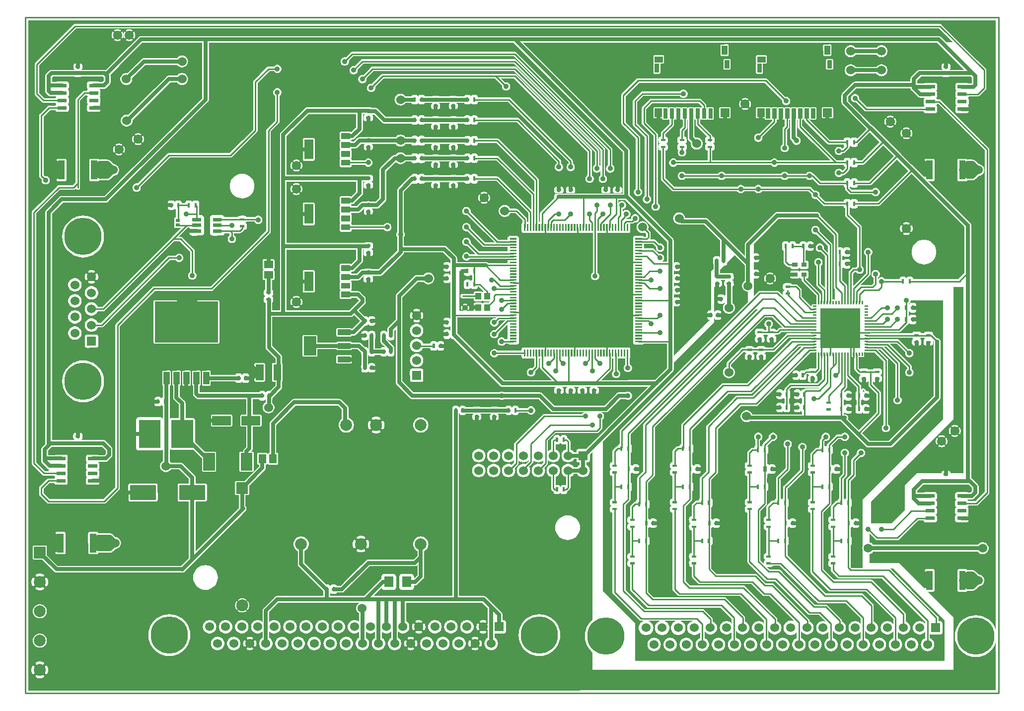
<source format=gbr>
G04 start of page 2 for group 0 idx 0 *
G04 Title: DAISI, top *
G04 Creator: pcb 20140316 *
G04 CreationDate: Wed 18 Apr 2018 03:14:34 AM GMT UTC *
G04 For: afonsop *
G04 Format: Gerber/RS-274X *
G04 PCB-Dimensions (mil): 6540.00 4540.00 *
G04 PCB-Coordinate-Origin: lower left *
%MOIN*%
%FSLAX25Y25*%
%LNTOP*%
%ADD48C,0.0512*%
%ADD47C,0.0380*%
%ADD46C,0.1250*%
%ADD45C,0.1260*%
%ADD44C,0.0350*%
%ADD43C,0.0200*%
%ADD42C,0.0360*%
%ADD41R,0.0512X0.0512*%
%ADD40R,0.0315X0.0315*%
%ADD39R,0.0276X0.0276*%
%ADD38R,0.0100X0.0100*%
%ADD37R,0.0236X0.0236*%
%ADD36R,0.0433X0.0433*%
%ADD35R,0.0984X0.0984*%
%ADD34R,0.0787X0.0787*%
%ADD33R,0.0630X0.0630*%
%ADD32R,0.1450X0.1450*%
%ADD31R,0.0421X0.0421*%
%ADD30R,0.2752X0.2752*%
%ADD29R,0.0600X0.0600*%
%ADD28R,0.0846X0.0846*%
%ADD27R,0.0402X0.0402*%
%ADD26R,0.0591X0.0591*%
%ADD25R,0.0394X0.0394*%
%ADD24R,0.0512X0.0512*%
%ADD23R,0.0236X0.0236*%
%ADD22R,0.0197X0.0197*%
%ADD21R,0.0219X0.0219*%
%ADD20R,0.0256X0.0256*%
%ADD19R,0.0140X0.0140*%
%ADD18R,0.0110X0.0110*%
%ADD17C,0.0787*%
%ADD16C,0.2500*%
%ADD15C,0.0600*%
%ADD14C,0.0400*%
%ADD13C,0.0250*%
%ADD12C,0.0001*%
%ADD11C,0.0100*%
G54D11*X0Y454000D02*Y260D01*
X653543D01*
Y454000D01*
X0D01*
G54D12*G36*
X308072Y292043D02*X323887D01*
X323900Y290788D01*
X323947Y290590D01*
X323900Y290392D01*
X323886Y290157D01*
X323897Y289137D01*
X310733D01*
X310651Y289233D01*
X310382Y289463D01*
X310080Y289648D01*
X309753Y289784D01*
X309408Y289867D01*
X309055Y289887D01*
X308072D01*
Y292043D01*
G37*
G36*
Y299914D02*X308095Y299912D01*
X308154Y299917D01*
X323887D01*
X323900Y298662D01*
X323947Y298464D01*
X323900Y298266D01*
X323886Y298031D01*
X323897Y297011D01*
X308072D01*
Y299914D01*
G37*
G36*
Y310145D02*X315301Y302917D01*
X308717D01*
X308072Y303561D01*
Y310145D01*
G37*
G36*
X311355Y344232D02*X316308D01*
X337744Y322796D01*
Y316775D01*
X336807Y316765D01*
Y318437D01*
X336812Y318496D01*
X336793Y318731D01*
X336793Y318731D01*
X336738Y318961D01*
X336648Y319179D01*
X336524Y319380D01*
X336371Y319560D01*
X336326Y319598D01*
X330827Y325098D01*
X330788Y325143D01*
X330609Y325296D01*
X330407Y325419D01*
X330189Y325510D01*
X329960Y325565D01*
X329960Y325565D01*
X329724Y325583D01*
X329666Y325579D01*
X325559D01*
X325425Y325900D01*
X325096Y326437D01*
X324688Y326916D01*
X324209Y327325D01*
X323672Y327654D01*
X323090Y327895D01*
X322478Y328042D01*
X321850Y328091D01*
X321223Y328042D01*
X320611Y327895D01*
X320029Y327654D01*
X319492Y327325D01*
X319013Y326916D01*
X318604Y326437D01*
X318275Y325900D01*
X318034Y325319D01*
X317887Y324706D01*
X317838Y324079D01*
X317887Y323451D01*
X318034Y322839D01*
X318275Y322257D01*
X318604Y321720D01*
X319013Y321242D01*
X319492Y320833D01*
X320029Y320504D01*
X320611Y320263D01*
X321223Y320116D01*
X321850Y320066D01*
X322478Y320116D01*
X323090Y320263D01*
X323672Y320504D01*
X324209Y320833D01*
X324688Y321242D01*
X325096Y321720D01*
X325425Y322257D01*
X325559Y322579D01*
X329103D01*
X333807Y317875D01*
Y316438D01*
X333692Y316339D01*
X333539Y316160D01*
X333415Y315958D01*
X333325Y315740D01*
X333270Y315511D01*
X333256Y315275D01*
X333270Y310540D01*
X333325Y310311D01*
X333415Y310092D01*
X333539Y309891D01*
X333692Y309712D01*
X333872Y309558D01*
X334073Y309435D01*
X334291Y309345D01*
X334521Y309289D01*
X334756Y309276D01*
X336093Y309289D01*
X336291Y309337D01*
X336489Y309289D01*
X336724Y309276D01*
X338061Y309289D01*
X338259Y309337D01*
X338458Y309289D01*
X338693Y309276D01*
X340030Y309289D01*
X340228Y309337D01*
X340426Y309289D01*
X340661Y309276D01*
X341998Y309289D01*
X342196Y309337D01*
X342395Y309289D01*
X342630Y309276D01*
X343967Y309289D01*
X344165Y309337D01*
X344363Y309289D01*
X344598Y309276D01*
X345935Y309289D01*
X346133Y309337D01*
X346332Y309289D01*
X346567Y309276D01*
X347904Y309289D01*
X348102Y309337D01*
X348300Y309289D01*
X348535Y309276D01*
X349872Y309289D01*
X350070Y309337D01*
X350269Y309289D01*
X350504Y309276D01*
X351841Y309289D01*
X352039Y309337D01*
X352237Y309289D01*
X352472Y309276D01*
X353809Y309289D01*
X354007Y309337D01*
X354206Y309289D01*
X354441Y309276D01*
X355778Y309289D01*
X355976Y309337D01*
X356174Y309289D01*
X356409Y309276D01*
X357746Y309289D01*
X357944Y309337D01*
X358143Y309289D01*
X358378Y309276D01*
X359715Y309289D01*
X359913Y309337D01*
X360111Y309289D01*
X360346Y309276D01*
X361683Y309289D01*
X361881Y309337D01*
X362080Y309289D01*
X362315Y309276D01*
X363652Y309289D01*
X363850Y309337D01*
X364048Y309289D01*
X364283Y309276D01*
X365620Y309289D01*
X365818Y309337D01*
X366017Y309289D01*
X366252Y309276D01*
X367589Y309289D01*
X367787Y309337D01*
X367985Y309289D01*
X368220Y309276D01*
X369557Y309289D01*
X369755Y309337D01*
X369954Y309289D01*
X370189Y309276D01*
X371526Y309289D01*
X371724Y309337D01*
X371922Y309289D01*
X372157Y309276D01*
X373494Y309289D01*
X373692Y309337D01*
X373891Y309289D01*
X374126Y309276D01*
X375463Y309289D01*
X375661Y309337D01*
X375859Y309289D01*
X376094Y309276D01*
X377431Y309289D01*
X377629Y309337D01*
X377828Y309289D01*
X378063Y309276D01*
X379400Y309289D01*
X379598Y309337D01*
X379796Y309289D01*
X380031Y309276D01*
X381051Y309286D01*
Y282813D01*
X380900Y282721D01*
X380565Y282434D01*
X380279Y282099D01*
X380048Y281724D01*
X379880Y281316D01*
X379777Y280888D01*
X379742Y280448D01*
X379777Y280009D01*
X379880Y279581D01*
X380048Y279173D01*
X380279Y278798D01*
X380565Y278462D01*
X380900Y278176D01*
X381276Y277946D01*
X381683Y277777D01*
X382111Y277674D01*
X382551Y277640D01*
X382990Y277674D01*
X383419Y277777D01*
X383826Y277946D01*
X384202Y278176D01*
X384537Y278462D01*
X384823Y278798D01*
X385053Y279173D01*
X385222Y279581D01*
X385325Y280009D01*
X385351Y280448D01*
X385325Y280888D01*
X385222Y281316D01*
X385053Y281724D01*
X384823Y282099D01*
X384537Y282434D01*
X384202Y282721D01*
X384051Y282813D01*
Y309276D01*
X385305Y309289D01*
X385503Y309337D01*
X385702Y309289D01*
X385937Y309276D01*
X387274Y309289D01*
X387472Y309337D01*
X387670Y309289D01*
X387905Y309276D01*
X389242Y309289D01*
X389440Y309337D01*
X389639Y309289D01*
X389874Y309276D01*
X391211Y309289D01*
X391409Y309337D01*
X391607Y309289D01*
X391842Y309276D01*
X393179Y309289D01*
X393377Y309337D01*
X393576Y309289D01*
X393811Y309276D01*
X395148Y309289D01*
X395346Y309337D01*
X395544Y309289D01*
X395779Y309276D01*
X397116Y309289D01*
X397314Y309337D01*
X397513Y309289D01*
X397748Y309276D01*
X399085Y309289D01*
X399283Y309337D01*
X399481Y309289D01*
X399716Y309276D01*
X401053Y309289D01*
X401251Y309337D01*
X401450Y309289D01*
X401685Y309276D01*
X403022Y309289D01*
X403220Y309337D01*
X403418Y309289D01*
X403653Y309276D01*
X404990Y309289D01*
X405220Y309345D01*
X405438Y309435D01*
X405639Y309558D01*
X405819Y309712D01*
X405972Y309891D01*
X406096Y310092D01*
X406186Y310311D01*
X406241Y310540D01*
X406255Y310776D01*
X406241Y315511D01*
X406198Y315689D01*
X407422D01*
X407480Y315684D01*
X407715Y315703D01*
X407716Y315703D01*
X407945Y315758D01*
X408163Y315848D01*
X408365Y315972D01*
X408544Y316125D01*
X408583Y316170D01*
X408837Y316425D01*
X409009Y316383D01*
X409449Y316349D01*
X409888Y316383D01*
X410317Y316486D01*
X410724Y316655D01*
X411100Y316885D01*
X411435Y317171D01*
X411721Y317507D01*
X411951Y317882D01*
X412120Y318290D01*
X412223Y318718D01*
X412249Y319157D01*
X412223Y319597D01*
X412120Y320025D01*
X411951Y320433D01*
X411721Y320808D01*
X411435Y321143D01*
X411100Y321430D01*
X410724Y321660D01*
X410317Y321829D01*
X409888Y321932D01*
X409449Y321966D01*
X409009Y321932D01*
X408581Y321829D01*
X408174Y321660D01*
X407798Y321430D01*
X407463Y321143D01*
X407177Y320808D01*
X406946Y320433D01*
X406778Y320025D01*
X406675Y319597D01*
X406640Y319157D01*
X406675Y318718D01*
X406682Y318689D01*
X403602D01*
X403543Y318694D01*
X403308Y318675D01*
X403184Y318645D01*
X403578Y319039D01*
X403623Y319078D01*
X403776Y319257D01*
X403776Y319257D01*
X403817Y319323D01*
X403983Y319336D01*
X404411Y319439D01*
X404818Y319608D01*
X405194Y319838D01*
X405529Y320124D01*
X405816Y320459D01*
X406046Y320835D01*
X406214Y321242D01*
X406317Y321671D01*
X406343Y322110D01*
X406317Y322550D01*
X406214Y322978D01*
X406046Y323385D01*
X405816Y323761D01*
X405529Y324096D01*
X405194Y324382D01*
X404818Y324613D01*
X404411Y324781D01*
X403983Y324884D01*
X403543Y324919D01*
X403104Y324884D01*
X402675Y324781D01*
X402268Y324613D01*
X401892Y324382D01*
X401557Y324096D01*
X401271Y323761D01*
X401106Y323492D01*
Y325260D01*
X401458Y325345D01*
X401866Y325513D01*
X402241Y325744D01*
X402577Y326030D01*
X402863Y326365D01*
X403093Y326741D01*
X403262Y327148D01*
X403365Y327576D01*
X403391Y328016D01*
X403365Y328455D01*
X403262Y328884D01*
X403093Y329291D01*
X402863Y329667D01*
X402577Y330002D01*
X402241Y330288D01*
X401866Y330518D01*
X401458Y330687D01*
X401030Y330790D01*
X400591Y330824D01*
X400151Y330790D01*
X399723Y330687D01*
X399315Y330518D01*
X398940Y330288D01*
X398605Y330002D01*
X398318Y329667D01*
X398154Y329398D01*
Y331301D01*
X399389Y331306D01*
X399529Y331340D01*
X402943D01*
X430821Y303462D01*
Y290146D01*
X427563D01*
X427832Y290310D01*
X428167Y290597D01*
X428453Y290932D01*
X428684Y291308D01*
X428852Y291715D01*
X428955Y292143D01*
X428981Y292583D01*
X428955Y293022D01*
X428852Y293451D01*
X428684Y293858D01*
X428453Y294234D01*
X428167Y294569D01*
X427832Y294855D01*
X427456Y295085D01*
X427049Y295254D01*
X426620Y295357D01*
X426181Y295391D01*
X425742Y295357D01*
X425570Y295315D01*
X422385Y298500D01*
X422347Y298545D01*
X422167Y298698D01*
X421966Y298821D01*
X421748Y298912D01*
X421518Y298967D01*
X421283Y298985D01*
X421224Y298981D01*
X415625D01*
X415612Y300236D01*
X415564Y300434D01*
X415612Y300631D01*
X415626Y300867D01*
X415615Y301895D01*
X421624Y301908D01*
X423448Y300084D01*
X423407Y299912D01*
X423372Y299472D01*
X423407Y299033D01*
X423510Y298605D01*
X423679Y298197D01*
X423909Y297822D01*
X424195Y297486D01*
X424530Y297200D01*
X424906Y296970D01*
X425313Y296801D01*
X425742Y296698D01*
X426181Y296664D01*
X426620Y296698D01*
X427049Y296801D01*
X427456Y296970D01*
X427832Y297200D01*
X428167Y297486D01*
X428453Y297822D01*
X428684Y298197D01*
X428852Y298605D01*
X428955Y299033D01*
X428981Y299472D01*
X428955Y299912D01*
X428852Y300340D01*
X428684Y300748D01*
X428453Y301123D01*
X428167Y301458D01*
X427832Y301745D01*
X427456Y301975D01*
X427049Y302144D01*
X426620Y302246D01*
X426181Y302281D01*
X425742Y302246D01*
X425570Y302205D01*
X423345Y304430D01*
X423306Y304476D01*
X423137Y304619D01*
X423128Y304627D01*
X423127Y304628D01*
X423126Y304629D01*
X423025Y304690D01*
X422927Y304750D01*
X422926Y304751D01*
X422924Y304752D01*
X422815Y304796D01*
X422709Y304840D01*
X422707Y304841D01*
X422706Y304841D01*
X422592Y304869D01*
X422479Y304896D01*
X422478Y304896D01*
X422476Y304896D01*
X422464Y304897D01*
X422244Y304914D01*
X422184Y304909D01*
X418968Y304902D01*
X419326Y305260D01*
X419371Y305298D01*
X419524Y305477D01*
X419524Y305478D01*
X419648Y305679D01*
X419738Y305897D01*
X419793Y306127D01*
X419812Y306362D01*
X419807Y306421D01*
Y309256D01*
X419812Y309315D01*
X419793Y309550D01*
X419738Y309780D01*
X419648Y309998D01*
X419524Y310199D01*
X419371Y310379D01*
X419326Y310417D01*
X418053Y311691D01*
X418186Y312012D01*
X418333Y312624D01*
X418370Y313252D01*
X418333Y313880D01*
X418186Y314492D01*
X417945Y315074D01*
X417616Y315610D01*
X417207Y316089D01*
X416728Y316498D01*
X416192Y316827D01*
X415610Y317068D01*
X414998Y317215D01*
X414370Y317264D01*
X413742Y317215D01*
X413130Y317068D01*
X412549Y316827D01*
X412012Y316498D01*
X411533Y316089D01*
X411124Y315610D01*
X410795Y315074D01*
X410554Y314492D01*
X410407Y313880D01*
X410358Y313252D01*
X410407Y312624D01*
X410554Y312012D01*
X410795Y311430D01*
X411124Y310894D01*
X411533Y310415D01*
X412012Y310006D01*
X412549Y309677D01*
X413130Y309436D01*
X413742Y309289D01*
X414370Y309240D01*
X414998Y309289D01*
X415610Y309436D01*
X415932Y309569D01*
X416807Y308694D01*
Y306984D01*
X416678Y306854D01*
X415288D01*
X415190Y306969D01*
X415010Y307123D01*
X414809Y307246D01*
X414591Y307336D01*
X414361Y307392D01*
X414126Y307406D01*
X409391Y307392D01*
X409161Y307336D01*
X408943Y307246D01*
X408742Y307123D01*
X408562Y306969D01*
X408409Y306790D01*
X408285Y306589D01*
X408195Y306370D01*
X408140Y306141D01*
X408126Y305906D01*
X408140Y304568D01*
X408187Y304371D01*
X408140Y304173D01*
X408126Y303938D01*
X408140Y302600D01*
X408187Y302402D01*
X408140Y302204D01*
X408126Y301969D01*
X408140Y300631D01*
X408187Y300434D01*
X408140Y300236D01*
X408126Y300001D01*
X408140Y298663D01*
X408187Y298465D01*
X408140Y298267D01*
X408126Y298032D01*
X408140Y296694D01*
X408187Y296497D01*
X408140Y296299D01*
X408126Y296064D01*
X408140Y294726D01*
X408187Y294528D01*
X408140Y294330D01*
X408126Y294095D01*
X408140Y292757D01*
X408187Y292560D01*
X408140Y292362D01*
X408126Y292127D01*
X408140Y290789D01*
X408187Y290591D01*
X408140Y290393D01*
X408126Y290158D01*
X408140Y288820D01*
X408187Y288623D01*
X408140Y288425D01*
X408126Y288190D01*
X408140Y286852D01*
X408187Y286654D01*
X408140Y286456D01*
X408126Y286221D01*
X408140Y284883D01*
X408187Y284686D01*
X408140Y284488D01*
X408126Y284253D01*
X408140Y282915D01*
X408187Y282717D01*
X408140Y282519D01*
X408126Y282284D01*
X408140Y280946D01*
X408187Y280749D01*
X408140Y280551D01*
X408126Y280316D01*
X408140Y278978D01*
X408187Y278780D01*
X408140Y278582D01*
X408126Y278347D01*
X408140Y277009D01*
X408187Y276812D01*
X408140Y276614D01*
X408126Y276379D01*
X408140Y275041D01*
X408187Y274843D01*
X408140Y274645D01*
X408126Y274410D01*
X408140Y273072D01*
X408187Y272875D01*
X408140Y272677D01*
X408126Y272442D01*
X408140Y271104D01*
X408187Y270906D01*
X408140Y270708D01*
X408126Y270473D01*
X408140Y269135D01*
X408187Y268938D01*
X408140Y268740D01*
X408126Y268505D01*
X408140Y267167D01*
X408187Y266969D01*
X408140Y266771D01*
X408126Y266536D01*
X408140Y265198D01*
X408187Y265001D01*
X408140Y264803D01*
X408126Y264568D01*
X408140Y263230D01*
X408187Y263032D01*
X408140Y262834D01*
X408126Y262599D01*
X408140Y261261D01*
X408187Y261064D01*
X408140Y260866D01*
X408126Y260631D01*
X408140Y259293D01*
X408187Y259095D01*
X408140Y258897D01*
X408126Y258662D01*
X408140Y257324D01*
X408187Y257127D01*
X408140Y256929D01*
X408126Y256694D01*
X408140Y255356D01*
X408187Y255158D01*
X408140Y254960D01*
X408126Y254725D01*
X408140Y253387D01*
X408187Y253190D01*
X408140Y252992D01*
X408126Y252757D01*
X408140Y251419D01*
X408187Y251221D01*
X408140Y251023D01*
X408126Y250788D01*
X408140Y249450D01*
X408187Y249253D01*
X408140Y249055D01*
X408126Y248820D01*
X408140Y247482D01*
X408187Y247284D01*
X408140Y247086D01*
X408126Y246851D01*
X408140Y245513D01*
X408187Y245316D01*
X408140Y245118D01*
X408126Y244882D01*
X408140Y243545D01*
X408187Y243347D01*
X408140Y243149D01*
X408126Y242914D01*
X408140Y241576D01*
X408187Y241379D01*
X408140Y241181D01*
X408126Y240946D01*
X408140Y239608D01*
X408187Y239410D01*
X408140Y239212D01*
X408126Y238977D01*
X408140Y237639D01*
X408187Y237442D01*
X408140Y237244D01*
X408126Y237009D01*
X408140Y235671D01*
X408195Y235442D01*
X408285Y235223D01*
X408409Y235022D01*
X408562Y234843D01*
X408742Y234689D01*
X408943Y234566D01*
X409161Y234476D01*
X409391Y234420D01*
X409626Y234407D01*
X414361Y234420D01*
X414591Y234476D01*
X414809Y234566D01*
X415010Y234689D01*
X415190Y234843D01*
X415291Y234961D01*
X430821Y234978D01*
Y218712D01*
X422785Y210676D01*
X386611Y210537D01*
X393413Y217339D01*
X393458Y217378D01*
X393611Y217557D01*
X393611Y217557D01*
X393735Y217758D01*
X393825Y217977D01*
X393880Y218206D01*
X393899Y218442D01*
X393894Y218500D01*
Y225036D01*
X394831Y225046D01*
Y216952D01*
X394668Y216813D01*
X394381Y216478D01*
X394151Y216102D01*
X393982Y215695D01*
X393879Y215266D01*
X393845Y214827D01*
X393879Y214387D01*
X393982Y213959D01*
X394151Y213552D01*
X394381Y213176D01*
X394668Y212841D01*
X395003Y212555D01*
X395378Y212324D01*
X395786Y212156D01*
X396214Y212053D01*
X396654Y212018D01*
X397093Y212053D01*
X397521Y212156D01*
X397929Y212324D01*
X398304Y212555D01*
X398640Y212841D01*
X398926Y213176D01*
X399156Y213552D01*
X399325Y213959D01*
X399428Y214387D01*
X399454Y214827D01*
X399428Y215266D01*
X399325Y215695D01*
X399156Y216102D01*
X398926Y216478D01*
X398640Y216813D01*
X398304Y217099D01*
X397929Y217329D01*
X397831Y217370D01*
Y225036D01*
X399086Y225050D01*
X399284Y225097D01*
X399482Y225050D01*
X399717Y225036D01*
X401054Y225050D01*
X401252Y225097D01*
X401451Y225050D01*
X401686Y225036D01*
X402705Y225046D01*
Y220889D01*
X402542Y220750D01*
X402255Y220415D01*
X402025Y220039D01*
X401856Y219632D01*
X401754Y219203D01*
X401719Y218764D01*
X401754Y218324D01*
X401856Y217896D01*
X402025Y217489D01*
X402255Y217113D01*
X402542Y216778D01*
X402877Y216492D01*
X403252Y216261D01*
X403660Y216093D01*
X404088Y215990D01*
X404528Y215955D01*
X404967Y215990D01*
X405395Y216093D01*
X405803Y216261D01*
X406178Y216492D01*
X406514Y216778D01*
X406800Y217113D01*
X407030Y217489D01*
X407199Y217896D01*
X407302Y218324D01*
X407328Y218764D01*
X407302Y219203D01*
X407199Y219632D01*
X407030Y220039D01*
X406800Y220415D01*
X406514Y220750D01*
X406178Y221036D01*
X405803Y221266D01*
X405705Y221307D01*
Y225373D01*
X405820Y225472D01*
X405973Y225651D01*
X406097Y225853D01*
X406187Y226071D01*
X406242Y226300D01*
X406256Y226536D01*
X406242Y231271D01*
X406187Y231500D01*
X406097Y231719D01*
X405973Y231920D01*
X405820Y232099D01*
X405640Y232253D01*
X405439Y232376D01*
X405221Y232466D01*
X404991Y232522D01*
X404756Y232536D01*
X403419Y232522D01*
X403221Y232474D01*
X403023Y232522D01*
X402788Y232536D01*
X401451Y232522D01*
X401252Y232474D01*
X401054Y232522D01*
X400819Y232536D01*
X399482Y232522D01*
X399284Y232474D01*
X399086Y232522D01*
X398851Y232536D01*
X397514Y232522D01*
X397315Y232474D01*
X397117Y232522D01*
X396882Y232536D01*
X395545Y232522D01*
X395347Y232474D01*
X395149Y232522D01*
X394914Y232536D01*
X393577Y232522D01*
X393378Y232474D01*
X393180Y232522D01*
X392945Y232536D01*
X391608Y232522D01*
X391410Y232474D01*
X391212Y232522D01*
X390977Y232536D01*
X389640Y232522D01*
X389441Y232474D01*
X389243Y232522D01*
X389008Y232536D01*
X387671Y232522D01*
X387473Y232474D01*
X387275Y232522D01*
X387040Y232536D01*
X385703Y232522D01*
X385504Y232474D01*
X385306Y232522D01*
X385071Y232536D01*
X383734Y232522D01*
X383536Y232474D01*
X383338Y232522D01*
X383103Y232536D01*
X381766Y232522D01*
X381567Y232474D01*
X381369Y232522D01*
X381134Y232536D01*
X379797Y232522D01*
X379599Y232474D01*
X379401Y232522D01*
X379166Y232536D01*
X377829Y232522D01*
X377630Y232474D01*
X377432Y232522D01*
X377197Y232536D01*
X375860Y232522D01*
X375662Y232474D01*
X375464Y232522D01*
X375229Y232536D01*
X373892Y232522D01*
X373693Y232474D01*
X373495Y232522D01*
X373260Y232536D01*
X371923Y232522D01*
X371725Y232474D01*
X371527Y232522D01*
X371292Y232536D01*
X369955Y232522D01*
X369756Y232474D01*
X369558Y232522D01*
X369323Y232536D01*
X367986Y232522D01*
X367788Y232474D01*
X367590Y232522D01*
X367355Y232536D01*
X366018Y232522D01*
X365819Y232474D01*
X365621Y232522D01*
X365386Y232536D01*
X364049Y232522D01*
X363851Y232474D01*
X363653Y232522D01*
X363418Y232536D01*
X362081Y232522D01*
X361882Y232474D01*
X361684Y232522D01*
X361449Y232536D01*
X360112Y232522D01*
X359914Y232474D01*
X359716Y232522D01*
X359481Y232536D01*
X358144Y232522D01*
X357945Y232474D01*
X357747Y232522D01*
X357512Y232536D01*
X356175Y232522D01*
X355977Y232474D01*
X355779Y232522D01*
X355544Y232536D01*
X354207Y232522D01*
X354008Y232474D01*
X353810Y232522D01*
X353575Y232536D01*
X352238Y232522D01*
X352040Y232474D01*
X351842Y232522D01*
X351607Y232536D01*
X350270Y232522D01*
X350071Y232474D01*
X349873Y232522D01*
X349638Y232536D01*
X348301Y232522D01*
X348103Y232474D01*
X347905Y232522D01*
X347670Y232536D01*
X346333Y232522D01*
X346134Y232474D01*
X345936Y232522D01*
X345701Y232536D01*
X344364Y232522D01*
X344166Y232474D01*
X343968Y232522D01*
X343733Y232536D01*
X342396Y232522D01*
X342197Y232474D01*
X341999Y232522D01*
X341764Y232536D01*
X340427Y232522D01*
X340229Y232474D01*
X340031Y232522D01*
X339796Y232536D01*
X338459Y232522D01*
X338260Y232474D01*
X338062Y232522D01*
X337827Y232536D01*
X336490Y232522D01*
X336292Y232474D01*
X336094Y232522D01*
X335859Y232536D01*
X334522Y232522D01*
X334292Y232466D01*
X334074Y232376D01*
X333873Y232253D01*
X333693Y232099D01*
X333540Y231920D01*
X333416Y231719D01*
X333326Y231500D01*
X333271Y231271D01*
X333257Y231036D01*
X333259Y230285D01*
X317209D01*
X316947Y230592D01*
X316612Y230879D01*
X316236Y231109D01*
X315829Y231277D01*
X315400Y231380D01*
X314961Y231415D01*
X314521Y231380D01*
X314093Y231277D01*
X313686Y231109D01*
X313310Y230879D01*
X312975Y230592D01*
X312688Y230257D01*
X312458Y229881D01*
X312289Y229474D01*
X312187Y229046D01*
X312152Y228606D01*
X312187Y228167D01*
X312289Y227738D01*
X312458Y227331D01*
X312688Y226955D01*
X312975Y226620D01*
X313310Y226334D01*
X313686Y226104D01*
X314093Y225935D01*
X314521Y225832D01*
X314961Y225798D01*
X315400Y225832D01*
X315829Y225935D01*
X316236Y226104D01*
X316612Y226334D01*
X316947Y226620D01*
X317233Y226955D01*
X317435Y227285D01*
X333268D01*
X333271Y226300D01*
X333326Y226071D01*
X333416Y225853D01*
X333540Y225651D01*
X333693Y225472D01*
X333873Y225318D01*
X334074Y225195D01*
X334292Y225105D01*
X334522Y225050D01*
X334757Y225036D01*
X336094Y225050D01*
X336292Y225097D01*
X336490Y225050D01*
X336725Y225036D01*
X338062Y225050D01*
X338260Y225097D01*
X338459Y225050D01*
X338694Y225036D01*
X340031Y225050D01*
X340229Y225097D01*
X340427Y225050D01*
X340662Y225036D01*
X341682Y225046D01*
Y220047D01*
X340178Y218544D01*
X340006Y218585D01*
X339567Y218620D01*
X339128Y218585D01*
X338699Y218482D01*
X338292Y218314D01*
X337916Y218083D01*
X337581Y217797D01*
X337295Y217462D01*
X337064Y217086D01*
X336896Y216679D01*
X336793Y216250D01*
X336758Y215811D01*
X336793Y215372D01*
X336896Y214943D01*
X337064Y214536D01*
X337295Y214160D01*
X337581Y213825D01*
X337916Y213539D01*
X338292Y213309D01*
X338699Y213140D01*
X339128Y213037D01*
X339567Y213002D01*
X340006Y213037D01*
X340435Y213140D01*
X340842Y213309D01*
X341218Y213539D01*
X341553Y213825D01*
X341839Y214160D01*
X342069Y214536D01*
X342238Y214943D01*
X342341Y215372D01*
X342367Y215811D01*
X342341Y216250D01*
X342300Y216422D01*
X344201Y218324D01*
X344246Y218362D01*
X344399Y218541D01*
X344399Y218542D01*
X344523Y218743D01*
X344613Y218961D01*
X344668Y219191D01*
X344687Y219426D01*
X344682Y219485D01*
Y225036D01*
X345618Y225046D01*
Y219145D01*
X345614Y219086D01*
X345632Y218851D01*
X345632Y218850D01*
X345632Y218850D01*
Y218850D01*
X345663Y218724D01*
X345688Y218621D01*
X345688Y218621D01*
X345706Y218577D01*
X345778Y218403D01*
X345901Y218201D01*
X345901Y218201D01*
X345901Y218201D01*
X346055Y218022D01*
X346099Y217984D01*
X353565Y210519D01*
X321467D01*
X311355Y220630D01*
Y252672D01*
X316236D01*
X315572Y252008D01*
X315400Y252050D01*
X314961Y252084D01*
X314521Y252050D01*
X314093Y251947D01*
X313686Y251778D01*
X313310Y251548D01*
X312975Y251262D01*
X312688Y250926D01*
X312458Y250551D01*
X312289Y250144D01*
X312187Y249715D01*
X312152Y249276D01*
X312187Y248836D01*
X312289Y248408D01*
X312458Y248000D01*
X312688Y247625D01*
X312975Y247290D01*
X313310Y247003D01*
X313686Y246773D01*
X314093Y246604D01*
X314521Y246502D01*
X314961Y246467D01*
X315400Y246502D01*
X315829Y246604D01*
X316236Y246773D01*
X316612Y247003D01*
X316947Y247290D01*
X317233Y247625D01*
X317463Y248000D01*
X317632Y248408D01*
X317735Y248836D01*
X317761Y249276D01*
X317735Y249715D01*
X317693Y249887D01*
X318511Y250704D01*
X322142D01*
X315572Y244134D01*
X315400Y244176D01*
X314961Y244210D01*
X314521Y244176D01*
X314093Y244073D01*
X313686Y243904D01*
X313310Y243674D01*
X312975Y243388D01*
X312688Y243052D01*
X312458Y242677D01*
X312289Y242269D01*
X312187Y241841D01*
X312152Y241402D01*
X312187Y240962D01*
X312289Y240534D01*
X312458Y240126D01*
X312688Y239751D01*
X312975Y239416D01*
X313310Y239129D01*
X313686Y238899D01*
X314093Y238730D01*
X314521Y238628D01*
X314961Y238593D01*
X315400Y238628D01*
X315829Y238730D01*
X316236Y238899D01*
X316612Y239129D01*
X316947Y239416D01*
X317233Y239751D01*
X317463Y240126D01*
X317632Y240534D01*
X317735Y240962D01*
X317761Y241402D01*
X317735Y241841D01*
X317693Y242013D01*
X323892Y248212D01*
X323900Y247481D01*
X323947Y247283D01*
X323900Y247085D01*
X323886Y246850D01*
X323900Y245512D01*
X323947Y245315D01*
X323900Y245117D01*
X323886Y244882D01*
X323900Y243544D01*
X323947Y243346D01*
X323900Y243148D01*
X323886Y242913D01*
X323900Y241575D01*
X323947Y241378D01*
X323900Y241180D01*
X323886Y240945D01*
X323900Y239607D01*
X323947Y239409D01*
X323900Y239211D01*
X323886Y238976D01*
X323897Y237957D01*
X322261D01*
X322154Y238131D01*
X321868Y238466D01*
X321533Y238753D01*
X321157Y238983D01*
X320750Y239151D01*
X320321Y239254D01*
X319882Y239289D01*
X319443Y239254D01*
X319014Y239151D01*
X318607Y238983D01*
X318231Y238753D01*
X317896Y238466D01*
X317610Y238131D01*
X317379Y237755D01*
X317211Y237348D01*
X317108Y236920D01*
X317073Y236480D01*
X317108Y236041D01*
X317211Y235612D01*
X317379Y235205D01*
X317610Y234829D01*
X317896Y234494D01*
X318231Y234208D01*
X318607Y233978D01*
X319014Y233809D01*
X319443Y233706D01*
X319882Y233672D01*
X320321Y233706D01*
X320750Y233809D01*
X321157Y233978D01*
X321533Y234208D01*
X321868Y234494D01*
X322154Y234829D01*
X322232Y234957D01*
X324224D01*
X324322Y234842D01*
X324502Y234688D01*
X324703Y234565D01*
X324921Y234475D01*
X325151Y234419D01*
X325386Y234406D01*
X330121Y234419D01*
X330351Y234475D01*
X330569Y234565D01*
X330770Y234688D01*
X330950Y234842D01*
X331103Y235021D01*
X331227Y235222D01*
X331317Y235441D01*
X331372Y235670D01*
X331386Y235906D01*
X331372Y237243D01*
X331325Y237441D01*
X331372Y237638D01*
X331386Y237874D01*
X331372Y239211D01*
X331324Y239409D01*
X331372Y239607D01*
X331386Y239843D01*
X331372Y241180D01*
X331325Y241378D01*
X331372Y241575D01*
X331386Y241811D01*
X331372Y243148D01*
X331324Y243346D01*
X331372Y243544D01*
X331386Y243780D01*
X331372Y245117D01*
X331325Y245315D01*
X331372Y245512D01*
X331386Y245748D01*
X331372Y247085D01*
X331324Y247283D01*
X331372Y247481D01*
X331386Y247717D01*
X331372Y249054D01*
X331325Y249252D01*
X331372Y249449D01*
X331386Y249685D01*
X331372Y251022D01*
X331324Y251220D01*
X331372Y251418D01*
X331386Y251654D01*
X331372Y252991D01*
X331325Y253189D01*
X331372Y253386D01*
X331386Y253622D01*
X331372Y254959D01*
X331324Y255157D01*
X331372Y255355D01*
X331386Y255591D01*
X331372Y256928D01*
X331325Y257126D01*
X331372Y257323D01*
X331386Y257559D01*
X331372Y258896D01*
X331324Y259094D01*
X331372Y259292D01*
X331386Y259528D01*
X331372Y260865D01*
X331325Y261063D01*
X331372Y261260D01*
X331386Y261496D01*
X331372Y262833D01*
X331324Y263031D01*
X331372Y263229D01*
X331386Y263465D01*
X331372Y264802D01*
X331325Y265000D01*
X331372Y265197D01*
X331386Y265433D01*
X331372Y266770D01*
X331324Y266968D01*
X331372Y267166D01*
X331386Y267402D01*
X331372Y268739D01*
X331325Y268937D01*
X331372Y269134D01*
X331386Y269370D01*
X331372Y270707D01*
X331324Y270905D01*
X331372Y271103D01*
X331386Y271339D01*
X331372Y272676D01*
X331325Y272874D01*
X331372Y273071D01*
X331386Y273307D01*
X331372Y274644D01*
X331324Y274842D01*
X331372Y275040D01*
X331386Y275276D01*
X331372Y276613D01*
X331325Y276811D01*
X331372Y277008D01*
X331386Y277244D01*
X331372Y278581D01*
X331324Y278779D01*
X331372Y278977D01*
X331386Y279213D01*
X331372Y280550D01*
X331325Y280748D01*
X331372Y280945D01*
X331386Y281180D01*
X331372Y282518D01*
X331324Y282716D01*
X331372Y282914D01*
X331386Y283150D01*
X331372Y284487D01*
X331325Y284685D01*
X331372Y284882D01*
X331386Y285118D01*
X331372Y286455D01*
X331324Y286653D01*
X331372Y286851D01*
X331386Y287087D01*
X331372Y288424D01*
X331325Y288622D01*
X331372Y288819D01*
X331386Y289055D01*
X331372Y290392D01*
X331324Y290590D01*
X331372Y290788D01*
X331386Y291024D01*
X331372Y292361D01*
X331325Y292559D01*
X331372Y292756D01*
X331386Y292992D01*
X331372Y294329D01*
X331324Y294527D01*
X331372Y294725D01*
X331386Y294961D01*
X331372Y296298D01*
X331325Y296496D01*
X331372Y296693D01*
X331386Y296929D01*
X331372Y298266D01*
X331324Y298464D01*
X331372Y298662D01*
X331386Y298898D01*
X331372Y300235D01*
X331325Y300433D01*
X331372Y300630D01*
X331386Y300866D01*
X331372Y302203D01*
X331324Y302401D01*
X331372Y302599D01*
X331386Y302835D01*
X331372Y304172D01*
X331325Y304370D01*
X331372Y304567D01*
X331386Y304803D01*
X331372Y306140D01*
X331317Y306369D01*
X331227Y306588D01*
X331103Y306789D01*
X330950Y306968D01*
X330770Y307122D01*
X330569Y307245D01*
X330351Y307336D01*
X330121Y307391D01*
X329886Y307405D01*
X325151Y307391D01*
X324921Y307336D01*
X324703Y307245D01*
X324502Y307122D01*
X324322Y306968D01*
X324169Y306789D01*
X324045Y306588D01*
X323955Y306369D01*
X323900Y306140D01*
X323886Y305905D01*
X323897Y304885D01*
X317574D01*
X311355Y311105D01*
Y330806D01*
X311358Y330807D01*
X311426Y330846D01*
X311487Y330895D01*
X311540Y330954D01*
X311582Y331020D01*
X311745Y331345D01*
X311874Y331685D01*
X311972Y332035D01*
X312038Y332393D01*
X312071Y332755D01*
Y333119D01*
X312038Y333481D01*
X311972Y333839D01*
X311874Y334189D01*
X311745Y334529D01*
X311585Y334856D01*
X311543Y334922D01*
X311489Y334981D01*
X311428Y335031D01*
X311359Y335070D01*
X311355Y335072D01*
Y344232D01*
G37*
G36*
Y220630D02*X308072Y223913D01*
Y252672D01*
X311355D01*
Y220630D01*
G37*
G36*
X308072Y344232D02*X311355D01*
Y335072D01*
X311285Y335098D01*
X311208Y335115D01*
X311129Y335118D01*
X311050Y335110D01*
X310973Y335089D01*
X310901Y335057D01*
X310835Y335014D01*
X310776Y334961D01*
X310726Y334899D01*
X310687Y334830D01*
X310659Y334756D01*
X310642Y334679D01*
X310638Y334600D01*
X310647Y334521D01*
X310668Y334444D01*
X310701Y334373D01*
X310824Y334130D01*
X310920Y333875D01*
X310994Y333613D01*
X311043Y333345D01*
X311068Y333073D01*
Y332801D01*
X311043Y332529D01*
X310994Y332261D01*
X310920Y331999D01*
X310824Y331744D01*
X310704Y331500D01*
X310671Y331428D01*
X310650Y331353D01*
X310642Y331274D01*
X310646Y331196D01*
X310662Y331119D01*
X310690Y331045D01*
X310729Y330977D01*
X310778Y330916D01*
X310837Y330863D01*
X310903Y330820D01*
X310974Y330788D01*
X311050Y330767D01*
X311129Y330759D01*
X311207Y330763D01*
X311284Y330779D01*
X311355Y330806D01*
Y311105D01*
X308072Y314387D01*
Y328937D01*
X308253D01*
X308615Y328970D01*
X308973Y329036D01*
X309323Y329134D01*
X309663Y329263D01*
X309989Y329422D01*
X310056Y329465D01*
X310115Y329518D01*
X310164Y329580D01*
X310204Y329649D01*
X310232Y329723D01*
X310248Y329800D01*
X310252Y329879D01*
X310244Y329958D01*
X310223Y330034D01*
X310191Y330107D01*
X310148Y330173D01*
X310094Y330232D01*
X310033Y330281D01*
X309964Y330321D01*
X309890Y330349D01*
X309813Y330365D01*
X309734Y330369D01*
X309655Y330361D01*
X309578Y330340D01*
X309507Y330307D01*
X309263Y330184D01*
X309009Y330087D01*
X308746Y330014D01*
X308478Y329965D01*
X308207Y329940D01*
X308072D01*
Y335934D01*
X308207D01*
X308478Y335909D01*
X308746Y335860D01*
X309009Y335787D01*
X309263Y335690D01*
X309508Y335570D01*
X309579Y335537D01*
X309655Y335516D01*
X309734Y335508D01*
X309812Y335512D01*
X309889Y335528D01*
X309963Y335556D01*
X310031Y335595D01*
X310092Y335644D01*
X310145Y335703D01*
X310188Y335769D01*
X310220Y335841D01*
X310241Y335917D01*
X310249Y335995D01*
X310245Y336073D01*
X310229Y336150D01*
X310201Y336224D01*
X310162Y336292D01*
X310112Y336353D01*
X310054Y336406D01*
X309987Y336448D01*
X309663Y336611D01*
X309323Y336740D01*
X308973Y336838D01*
X308615Y336904D01*
X308253Y336937D01*
X308072D01*
Y344232D01*
G37*
G36*
Y223913D02*X290120Y241865D01*
X290114Y243168D01*
X290052Y243428D01*
X289983Y243594D01*
Y247084D01*
X290052Y247250D01*
X290114Y247509D01*
X290130Y247776D01*
X290114Y251042D01*
X290052Y251302D01*
X289983Y251468D01*
Y252672D01*
X308072D01*
Y223913D01*
G37*
G36*
X304787Y292043D02*X308072D01*
Y289887D01*
X304787D01*
Y292043D01*
G37*
G36*
Y302603D02*X306993Y300397D01*
X307031Y300353D01*
X307211Y300199D01*
X307211Y300199D01*
X307412Y300076D01*
X307630Y299986D01*
X307860Y299930D01*
X308072Y299914D01*
Y297011D01*
X304787D01*
Y302603D01*
G37*
G36*
Y313430D02*X308072Y310145D01*
Y303561D01*
X304787Y306846D01*
Y313430D01*
G37*
G36*
Y344232D02*X308072D01*
Y336937D01*
X307889D01*
X307527Y336904D01*
X307169Y336838D01*
X306819Y336740D01*
X306479Y336611D01*
X306152Y336452D01*
X306086Y336409D01*
X306027Y336356D01*
X305977Y336294D01*
X305938Y336225D01*
X305910Y336151D01*
X305893Y336074D01*
X305889Y335995D01*
X305898Y335916D01*
X305919Y335840D01*
X305951Y335767D01*
X305994Y335701D01*
X306047Y335642D01*
X306109Y335593D01*
X306178Y335553D01*
X306252Y335525D01*
X306329Y335509D01*
X306408Y335505D01*
X306487Y335513D01*
X306563Y335534D01*
X306635Y335567D01*
X306878Y335690D01*
X307133Y335787D01*
X307395Y335860D01*
X307663Y335909D01*
X307935Y335934D01*
X308072D01*
Y329940D01*
X307935D01*
X307663Y329965D01*
X307395Y330014D01*
X307133Y330087D01*
X306878Y330184D01*
X306633Y330304D01*
X306562Y330337D01*
X306486Y330358D01*
X306408Y330366D01*
X306330Y330362D01*
X306252Y330346D01*
X306179Y330318D01*
X306111Y330279D01*
X306049Y330230D01*
X305997Y330171D01*
X305954Y330105D01*
X305921Y330033D01*
X305901Y329957D01*
X305893Y329879D01*
X305896Y329801D01*
X305913Y329724D01*
X305941Y329650D01*
X305980Y329582D01*
X306029Y329521D01*
X306088Y329468D01*
X306154Y329426D01*
X306479Y329263D01*
X306819Y329134D01*
X307169Y329036D01*
X307527Y328970D01*
X307889Y328937D01*
X308072D01*
Y314387D01*
X304787Y317673D01*
Y330802D01*
X304857Y330776D01*
X304934Y330760D01*
X305013Y330756D01*
X305092Y330764D01*
X305168Y330785D01*
X305241Y330817D01*
X305307Y330860D01*
X305366Y330913D01*
X305415Y330975D01*
X305455Y331044D01*
X305483Y331118D01*
X305499Y331195D01*
X305503Y331274D01*
X305495Y331353D01*
X305474Y331430D01*
X305440Y331501D01*
X305318Y331744D01*
X305221Y331999D01*
X305148Y332261D01*
X305099Y332529D01*
X305074Y332801D01*
Y333073D01*
X305099Y333345D01*
X305148Y333613D01*
X305221Y333875D01*
X305318Y334130D01*
X305438Y334374D01*
X305471Y334446D01*
X305492Y334522D01*
X305500Y334600D01*
X305496Y334678D01*
X305480Y334755D01*
X305452Y334829D01*
X305413Y334897D01*
X305363Y334958D01*
X305305Y335011D01*
X305239Y335054D01*
X305167Y335086D01*
X305091Y335107D01*
X305013Y335115D01*
X304934Y335111D01*
X304857Y335095D01*
X304787Y335068D01*
Y344232D01*
G37*
G36*
X263780Y343404D02*X263921Y343173D01*
X264105Y342958D01*
X264320Y342774D01*
X264561Y342626D01*
X264823Y342518D01*
X265098Y342452D01*
X265380Y342435D01*
X267061Y342452D01*
X267336Y342518D01*
X267598Y342626D01*
X267839Y342774D01*
X268054Y342958D01*
X268238Y343173D01*
X268385Y343414D01*
X268414Y343482D01*
X273371D01*
X273206Y343381D01*
X273027Y343228D01*
X272873Y343048D01*
X272750Y342847D01*
X272660Y342629D01*
X272604Y342399D01*
X272591Y342164D01*
X272604Y340528D01*
X272660Y340299D01*
X272750Y340081D01*
X272873Y339879D01*
X273027Y339700D01*
X273206Y339547D01*
X273407Y339423D01*
X273626Y339333D01*
X273855Y339278D01*
X274091Y339264D01*
X277326Y339278D01*
X277556Y339333D01*
X277774Y339423D01*
X277975Y339547D01*
X278154Y339700D01*
X278308Y339879D01*
X278431Y340081D01*
X278522Y340299D01*
X278577Y340528D01*
X278591Y340764D01*
X278577Y342399D01*
X278522Y342629D01*
X278431Y342847D01*
X278308Y343048D01*
X278154Y343228D01*
X277975Y343381D01*
X277810Y343482D01*
X285182D01*
X285017Y343381D01*
X284838Y343228D01*
X284684Y343048D01*
X284561Y342847D01*
X284471Y342629D01*
X284415Y342399D01*
X284402Y342164D01*
X284415Y340528D01*
X284471Y340299D01*
X284561Y340081D01*
X284684Y339879D01*
X284838Y339700D01*
X285017Y339547D01*
X285218Y339423D01*
X285437Y339333D01*
X285666Y339278D01*
X285902Y339264D01*
X289137Y339278D01*
X289367Y339333D01*
X289585Y339423D01*
X289786Y339547D01*
X289966Y339700D01*
X290119Y339879D01*
X290242Y340081D01*
X290333Y340299D01*
X290388Y340528D01*
X290402Y340764D01*
X290388Y342399D01*
X290333Y342629D01*
X290242Y342847D01*
X290119Y343048D01*
X289966Y343228D01*
X289786Y343381D01*
X289621Y343482D01*
X294687D01*
X294696Y343460D01*
X294836Y343232D01*
X295009Y343029D01*
X295212Y342855D01*
X295440Y342716D01*
X295687Y342614D01*
X295946Y342551D01*
X296213Y342535D01*
X297879Y342551D01*
X298139Y342614D01*
X298385Y342716D01*
X298613Y342855D01*
X298816Y343029D01*
X298990Y343232D01*
X299129Y343460D01*
X299213Y343661D01*
X299296Y343460D01*
X299436Y343232D01*
X299609Y343029D01*
X299812Y342855D01*
X300040Y342716D01*
X300287Y342614D01*
X300546Y342551D01*
X300813Y342535D01*
X302479Y342551D01*
X302739Y342614D01*
X302985Y342716D01*
X303213Y342855D01*
X303416Y343029D01*
X303590Y343232D01*
X303729Y343460D01*
X303831Y343706D01*
X303894Y343966D01*
X303909Y344232D01*
X304787D01*
Y335068D01*
X304784Y335067D01*
X304716Y335028D01*
X304654Y334979D01*
X304602Y334920D01*
X304560Y334854D01*
X304397Y334529D01*
X304267Y334189D01*
X304170Y333839D01*
X304104Y333481D01*
X304071Y333119D01*
Y332755D01*
X304104Y332393D01*
X304170Y332035D01*
X304267Y331685D01*
X304397Y331345D01*
X304556Y331018D01*
X304599Y330952D01*
X304652Y330893D01*
X304714Y330843D01*
X304783Y330804D01*
X304787Y330802D01*
Y317673D01*
X298993Y323467D01*
X299034Y323639D01*
X299060Y324079D01*
X299034Y324518D01*
X298931Y324947D01*
X298762Y325354D01*
X298532Y325730D01*
X298246Y326065D01*
X297911Y326351D01*
X297535Y326581D01*
X297128Y326750D01*
X296699Y326853D01*
X296260Y326887D01*
X295820Y326853D01*
X295392Y326750D01*
X294985Y326581D01*
X294609Y326351D01*
X294274Y326065D01*
X293988Y325730D01*
X293757Y325354D01*
X293589Y324947D01*
X293486Y324518D01*
X293451Y324079D01*
X293486Y323639D01*
X293589Y323211D01*
X293757Y322804D01*
X293988Y322428D01*
X294274Y322093D01*
X294609Y321807D01*
X294985Y321576D01*
X295392Y321408D01*
X295820Y321305D01*
X296260Y321270D01*
X296699Y321305D01*
X296871Y321346D01*
X304787Y313430D01*
Y306846D01*
X298993Y312641D01*
X299034Y312813D01*
X299060Y313252D01*
X299034Y313691D01*
X298931Y314120D01*
X298762Y314527D01*
X298532Y314903D01*
X298246Y315238D01*
X297911Y315524D01*
X297535Y315754D01*
X297128Y315923D01*
X296699Y316026D01*
X296260Y316061D01*
X295820Y316026D01*
X295392Y315923D01*
X294985Y315754D01*
X294609Y315524D01*
X294274Y315238D01*
X293988Y314903D01*
X293757Y314527D01*
X293589Y314120D01*
X293486Y313691D01*
X293451Y313252D01*
X293486Y312813D01*
X293589Y312384D01*
X293757Y311977D01*
X293988Y311601D01*
X294274Y311266D01*
X294609Y310980D01*
X294985Y310749D01*
X295392Y310581D01*
X295820Y310478D01*
X296260Y310443D01*
X296699Y310478D01*
X296871Y310519D01*
X304787Y302603D01*
Y297011D01*
X304779D01*
X298993Y302798D01*
X299034Y302970D01*
X299060Y303409D01*
X299034Y303849D01*
X298931Y304277D01*
X298762Y304685D01*
X298532Y305060D01*
X298246Y305395D01*
X297911Y305682D01*
X297535Y305912D01*
X297128Y306081D01*
X296699Y306184D01*
X296260Y306218D01*
X295820Y306184D01*
X295392Y306081D01*
X294985Y305912D01*
X294609Y305682D01*
X294274Y305395D01*
X293988Y305060D01*
X293757Y304685D01*
X293589Y304277D01*
X293486Y303849D01*
X293451Y303409D01*
X293486Y302970D01*
X293589Y302542D01*
X293757Y302134D01*
X293988Y301759D01*
X294274Y301423D01*
X294609Y301137D01*
X294985Y300907D01*
X295392Y300738D01*
X295820Y300635D01*
X296260Y300601D01*
X296699Y300635D01*
X296871Y300677D01*
X302506Y295043D01*
X298639D01*
X298532Y295218D01*
X298246Y295553D01*
X297911Y295839D01*
X297535Y296069D01*
X297128Y296238D01*
X296699Y296341D01*
X296260Y296376D01*
X295820Y296341D01*
X295392Y296238D01*
X294985Y296069D01*
X294609Y295839D01*
X294274Y295553D01*
X293988Y295218D01*
X293757Y294842D01*
X293589Y294435D01*
X293486Y294006D01*
X293451Y293567D01*
X293486Y293128D01*
X293589Y292699D01*
X293757Y292292D01*
X293988Y291916D01*
X294274Y291581D01*
X294609Y291295D01*
X294985Y291064D01*
X295392Y290896D01*
X295820Y290793D01*
X296260Y290758D01*
X296699Y290793D01*
X297128Y290896D01*
X297535Y291064D01*
X297911Y291295D01*
X298246Y291581D01*
X298532Y291916D01*
X298610Y292043D01*
X304787D01*
Y289887D01*
X289983D01*
Y292163D01*
X289990Y292252D01*
X289962Y292604D01*
X289962Y292605D01*
X289880Y292949D01*
X289880Y292949D01*
X289880Y292949D01*
X289864Y292988D01*
X289744Y293276D01*
X289559Y293578D01*
X289329Y293847D01*
X289262Y293905D01*
X283149Y300017D01*
X283092Y300084D01*
X282823Y300314D01*
X282521Y300499D01*
X282521Y300499D01*
X282517Y300501D01*
X282193Y300635D01*
X281849Y300717D01*
X281849Y300717D01*
X281849D01*
X281496Y300745D01*
X281408Y300738D01*
X254219D01*
Y306654D01*
X254241Y306680D01*
X254471Y307056D01*
X254640Y307463D01*
X254743Y307891D01*
X254769Y308331D01*
X254743Y308770D01*
X254640Y309199D01*
X254471Y309606D01*
X254241Y309982D01*
X254219Y310008D01*
Y336926D01*
X259935Y342643D01*
X259961Y342626D01*
X260223Y342518D01*
X260498Y342452D01*
X260780Y342435D01*
X262461Y342452D01*
X262736Y342518D01*
X262998Y342626D01*
X263239Y342774D01*
X263454Y342958D01*
X263638Y343173D01*
X263780Y343404D01*
G37*
G36*
X338252Y152336D02*X340586Y154669D01*
X340631Y154708D01*
X340784Y154887D01*
X340784Y154887D01*
X340908Y155089D01*
X340998Y155307D01*
X341053Y155536D01*
X341072Y155772D01*
X341067Y155831D01*
Y156943D01*
X341296Y156674D01*
X341835Y156214D01*
X342439Y155844D01*
X343093Y155573D01*
X343782Y155408D01*
X344488Y155352D01*
X345194Y155408D01*
X345883Y155573D01*
X346537Y155844D01*
X347141Y156214D01*
X347680Y156674D01*
X347909Y156943D01*
Y155409D01*
X346432Y153932D01*
X345883Y154159D01*
X345194Y154324D01*
X344488Y154380D01*
X343782Y154324D01*
X343093Y154159D01*
X342439Y153888D01*
X341835Y153518D01*
X341296Y153058D01*
X340836Y152519D01*
X340466Y151915D01*
X340195Y151261D01*
X340030Y150572D01*
X339974Y149866D01*
X340030Y149160D01*
X340195Y148471D01*
X340466Y147817D01*
X340836Y147213D01*
X341296Y146674D01*
X341835Y146214D01*
X342439Y145844D01*
X343093Y145573D01*
X343782Y145408D01*
X344488Y145352D01*
X345194Y145408D01*
X345883Y145573D01*
X346537Y145844D01*
X347141Y146214D01*
X347680Y146674D01*
X348140Y147213D01*
X348510Y147817D01*
X348781Y148471D01*
X348946Y149160D01*
X348988Y149866D01*
X348946Y150572D01*
X348781Y151261D01*
X348554Y151810D01*
X350428Y153685D01*
X350473Y153723D01*
X350627Y153903D01*
X350627Y153903D01*
X350750Y154104D01*
X350840Y154322D01*
X350896Y154552D01*
X350914Y154787D01*
X350909Y154846D01*
Y157127D01*
X351296Y156674D01*
X351835Y156214D01*
X352439Y155844D01*
X353093Y155573D01*
X353782Y155408D01*
X354488Y155352D01*
X355194Y155408D01*
X355883Y155573D01*
X356537Y155844D01*
X357141Y156214D01*
X357680Y156674D01*
X358140Y157213D01*
X358510Y157817D01*
X358781Y158471D01*
X358946Y159160D01*
X358988Y159866D01*
X358946Y160572D01*
X358781Y161261D01*
X358510Y161915D01*
X358140Y162519D01*
X357680Y163058D01*
X357141Y163518D01*
X356537Y163888D01*
X355988Y164116D01*
Y167455D01*
X356001Y167452D01*
X356252Y167437D01*
X357903Y167452D01*
X358147Y167511D01*
X358380Y167607D01*
X358594Y167738D01*
X358786Y167902D01*
X358949Y168093D01*
X359081Y168308D01*
X359177Y168540D01*
X359236Y168785D01*
X359250Y169035D01*
X359236Y172286D01*
X359177Y172531D01*
X359081Y172763D01*
X358949Y172978D01*
X358786Y173169D01*
X358594Y173333D01*
X358380Y173464D01*
X358147Y173560D01*
X357903Y173619D01*
X357652Y173634D01*
X356001Y173619D01*
X355757Y173560D01*
X355524Y173464D01*
X355310Y173333D01*
X355118Y173169D01*
X354955Y172978D01*
X354823Y172763D01*
X354727Y172531D01*
X354668Y172286D01*
X354654Y172035D01*
X354654Y171885D01*
X354632Y171876D01*
X354431Y171753D01*
X354430Y171753D01*
X354251Y171599D01*
X354213Y171555D01*
X353469Y170811D01*
X353424Y170773D01*
X353271Y170593D01*
X353148Y170392D01*
X353057Y170174D01*
X353002Y169944D01*
X353002Y169944D01*
X352984Y169709D01*
X352988Y169650D01*
Y164116D01*
X352439Y163888D01*
X351835Y163518D01*
X351296Y163058D01*
X350909Y162605D01*
Y169914D01*
X355936Y174941D01*
X383799D01*
X383858Y174936D01*
X384093Y174955D01*
X384094Y174955D01*
X384323Y175010D01*
X384541Y175100D01*
X384743Y175224D01*
X384922Y175377D01*
X384961Y175422D01*
X386846Y177307D01*
X386891Y177346D01*
X387044Y177525D01*
X387044Y177525D01*
X387167Y177726D01*
X387258Y177944D01*
X387313Y178174D01*
X387331Y178409D01*
X387327Y178468D01*
Y183919D01*
X387478Y184011D01*
X387813Y184297D01*
X388099Y184633D01*
X388329Y185008D01*
X388498Y185416D01*
X388601Y185844D01*
X388627Y186283D01*
X388601Y186723D01*
X388498Y187151D01*
X388329Y187559D01*
X388099Y187934D01*
X387813Y188269D01*
X387478Y188556D01*
X387102Y188786D01*
X386695Y188955D01*
X386694Y188955D01*
X389676D01*
X389764Y188948D01*
X390116Y188976D01*
X390117Y188976D01*
X390461Y189058D01*
X390788Y189194D01*
X391090Y189379D01*
X391360Y189609D01*
X391417Y189676D01*
X399554Y197813D01*
X402851D01*
X402877Y197791D01*
X403252Y197560D01*
X403660Y197392D01*
X404088Y197289D01*
X404528Y197254D01*
X404967Y197289D01*
X405395Y197392D01*
X405803Y197560D01*
X406178Y197791D01*
X406514Y198077D01*
X406800Y198412D01*
X407030Y198788D01*
X407199Y199195D01*
X407302Y199624D01*
X407328Y200063D01*
X407302Y200502D01*
X407199Y200931D01*
X407030Y201338D01*
X406800Y201714D01*
X406514Y202049D01*
X406178Y202335D01*
X405803Y202566D01*
X405395Y202734D01*
X404967Y202837D01*
X404528Y202872D01*
X404088Y202837D01*
X403660Y202734D01*
X403252Y202566D01*
X402877Y202335D01*
X402851Y202313D01*
X398710D01*
X398622Y202320D01*
X398269Y202292D01*
X397925Y202209D01*
X397597Y202074D01*
X397295Y201889D01*
X397295Y201889D01*
X397026Y201659D01*
X396969Y201592D01*
X388832Y193455D01*
X355263D01*
X347126Y201592D01*
X347068Y201659D01*
X346799Y201889D01*
X346497Y202074D01*
X346170Y202209D01*
X345826Y202292D01*
X345825Y202292D01*
X345472Y202320D01*
X345384Y202313D01*
X324803D01*
Y206019D01*
X356076D01*
X356196Y205969D01*
X355995Y205885D01*
X355767Y205746D01*
X355564Y205572D01*
X355391Y205369D01*
X355251Y205141D01*
X355149Y204894D01*
X355087Y204635D01*
X355071Y204369D01*
X355087Y202702D01*
X355149Y202443D01*
X355251Y202196D01*
X355391Y201968D01*
X355564Y201765D01*
X355767Y201591D01*
X355995Y201452D01*
X356242Y201350D01*
X356501Y201287D01*
X356768Y201272D01*
X360034Y201287D01*
X360294Y201350D01*
X360540Y201452D01*
X360768Y201591D01*
X360971Y201765D01*
X361145Y201968D01*
X361284Y202196D01*
X361386Y202443D01*
X361449Y202702D01*
X361465Y202969D01*
X361449Y204635D01*
X361386Y204894D01*
X361284Y205141D01*
X361145Y205369D01*
X360971Y205572D01*
X360768Y205746D01*
X360540Y205885D01*
X360339Y205969D01*
X360460Y206019D01*
X363950D01*
X364070Y205969D01*
X363869Y205885D01*
X363641Y205746D01*
X363438Y205572D01*
X363265Y205369D01*
X363125Y205141D01*
X363023Y204894D01*
X362961Y204635D01*
X362945Y204369D01*
X362961Y202702D01*
X363023Y202443D01*
X363125Y202196D01*
X363265Y201968D01*
X363438Y201765D01*
X363641Y201591D01*
X363869Y201452D01*
X364116Y201350D01*
X364375Y201287D01*
X364642Y201272D01*
X367908Y201287D01*
X368168Y201350D01*
X368414Y201452D01*
X368642Y201591D01*
X368845Y201765D01*
X369019Y201968D01*
X369158Y202196D01*
X369261Y202443D01*
X369323Y202702D01*
X369339Y202969D01*
X369323Y204635D01*
X369261Y204894D01*
X369158Y205141D01*
X369019Y205369D01*
X368845Y205572D01*
X368642Y205746D01*
X368414Y205885D01*
X368213Y205969D01*
X368334Y206019D01*
X371824D01*
X371944Y205969D01*
X371743Y205885D01*
X371515Y205746D01*
X371312Y205572D01*
X371139Y205369D01*
X370999Y205141D01*
X370897Y204894D01*
X370835Y204635D01*
X370819Y204369D01*
X370835Y202702D01*
X370897Y202443D01*
X370999Y202196D01*
X371139Y201968D01*
X371312Y201765D01*
X371515Y201591D01*
X371743Y201452D01*
X371990Y201350D01*
X372249Y201287D01*
X372516Y201272D01*
X375782Y201287D01*
X376042Y201350D01*
X376288Y201452D01*
X376516Y201591D01*
X376719Y201765D01*
X376893Y201968D01*
X377032Y202196D01*
X377135Y202443D01*
X377197Y202702D01*
X377213Y202969D01*
X377197Y204635D01*
X377135Y204894D01*
X377032Y205141D01*
X376893Y205369D01*
X376719Y205572D01*
X376516Y205746D01*
X376288Y205885D01*
X376087Y205969D01*
X376208Y206019D01*
X379698D01*
X379818Y205969D01*
X379617Y205885D01*
X379389Y205746D01*
X379186Y205572D01*
X379013Y205369D01*
X378873Y205141D01*
X378771Y204894D01*
X378709Y204635D01*
X378693Y204369D01*
X378709Y202702D01*
X378771Y202443D01*
X378873Y202196D01*
X379013Y201968D01*
X379186Y201765D01*
X379389Y201591D01*
X379617Y201452D01*
X379864Y201350D01*
X380124Y201287D01*
X380390Y201272D01*
X383656Y201287D01*
X383916Y201350D01*
X384162Y201452D01*
X384390Y201591D01*
X384593Y201765D01*
X384767Y201968D01*
X384906Y202196D01*
X385009Y202443D01*
X385071Y202702D01*
X385087Y202969D01*
X385071Y204635D01*
X385009Y204894D01*
X384906Y205141D01*
X384767Y205369D01*
X384593Y205572D01*
X384390Y205746D01*
X384162Y205885D01*
X383961Y205969D01*
X384102Y206027D01*
X418268Y206158D01*
X376473Y164364D01*
X371253Y164352D01*
X371023Y164297D01*
X370805Y164207D01*
X370604Y164083D01*
X370424Y163930D01*
X370271Y163751D01*
X370148Y163549D01*
X370057Y163331D01*
X370002Y163102D01*
X369988Y162866D01*
X369990Y162116D01*
X368387D01*
X368140Y162519D01*
X367680Y163058D01*
X367141Y163518D01*
X366537Y163888D01*
X365988Y164116D01*
Y169177D01*
X365993Y169236D01*
X365974Y169472D01*
X365919Y169701D01*
X365829Y169919D01*
X365705Y170121D01*
X365552Y170300D01*
X365507Y170338D01*
X364291Y171554D01*
X364253Y171599D01*
X364073Y171753D01*
X363872Y171876D01*
X363837Y171890D01*
X363836Y172286D01*
X363777Y172531D01*
X363681Y172763D01*
X363549Y172978D01*
X363386Y173169D01*
X363194Y173333D01*
X362980Y173464D01*
X362747Y173560D01*
X362503Y173619D01*
X362252Y173634D01*
X360601Y173619D01*
X360357Y173560D01*
X360124Y173464D01*
X359910Y173333D01*
X359718Y173169D01*
X359555Y172978D01*
X359423Y172763D01*
X359327Y172531D01*
X359268Y172286D01*
X359254Y172035D01*
X359268Y168785D01*
X359327Y168540D01*
X359423Y168308D01*
X359555Y168093D01*
X359718Y167902D01*
X359910Y167738D01*
X360124Y167607D01*
X360357Y167511D01*
X360601Y167452D01*
X360852Y167437D01*
X362503Y167452D01*
X362747Y167511D01*
X362980Y167607D01*
X362988Y167612D01*
Y164116D01*
X362439Y163888D01*
X361835Y163518D01*
X361296Y163058D01*
X360836Y162519D01*
X360466Y161915D01*
X360195Y161261D01*
X360030Y160572D01*
X359974Y159866D01*
X360030Y159160D01*
X360195Y158471D01*
X360466Y157817D01*
X360836Y157213D01*
X361296Y156674D01*
X361835Y156214D01*
X362439Y155844D01*
X363093Y155573D01*
X363782Y155408D01*
X364488Y155352D01*
X365194Y155408D01*
X365883Y155573D01*
X366537Y155844D01*
X367141Y156214D01*
X367680Y156674D01*
X368140Y157213D01*
X368387Y157616D01*
X369955D01*
X369094Y156756D01*
Y152116D01*
X368387D01*
X368140Y152519D01*
X367680Y153058D01*
X367141Y153518D01*
X366537Y153888D01*
X365883Y154159D01*
X365194Y154324D01*
X364488Y154380D01*
X363782Y154324D01*
X363093Y154159D01*
X362439Y153888D01*
X361835Y153518D01*
X361296Y153058D01*
X360836Y152519D01*
X360466Y151915D01*
X360195Y151261D01*
X360030Y150572D01*
X359974Y149866D01*
X360030Y149160D01*
X360195Y148471D01*
X360466Y147817D01*
X360836Y147213D01*
X361296Y146674D01*
X361835Y146214D01*
X362439Y145844D01*
X362988Y145617D01*
Y141008D01*
X355988D01*
Y145617D01*
X356537Y145844D01*
X357141Y146214D01*
X357680Y146674D01*
X358140Y147213D01*
X358510Y147817D01*
X358781Y148471D01*
X358946Y149160D01*
X358988Y149866D01*
X358946Y150572D01*
X358781Y151261D01*
X358510Y151915D01*
X358140Y152519D01*
X357680Y153058D01*
X357141Y153518D01*
X356537Y153888D01*
X355883Y154159D01*
X355194Y154324D01*
X354488Y154380D01*
X353782Y154324D01*
X353093Y154159D01*
X352439Y153888D01*
X351835Y153518D01*
X351296Y153058D01*
X350836Y152519D01*
X350466Y151915D01*
X350195Y151261D01*
X350030Y150572D01*
X349974Y149866D01*
X350030Y149160D01*
X350195Y148471D01*
X350466Y147817D01*
X350836Y147213D01*
X351296Y146674D01*
X351835Y146214D01*
X352439Y145844D01*
X352988Y145617D01*
Y141008D01*
X324803D01*
Y145377D01*
X325194Y145408D01*
X325883Y145573D01*
X326537Y145844D01*
X327141Y146214D01*
X327680Y146674D01*
X328140Y147213D01*
X328510Y147817D01*
X328781Y148471D01*
X328946Y149160D01*
X328988Y149866D01*
X328946Y150572D01*
X328781Y151261D01*
X328646Y151588D01*
X330744Y153685D01*
X330788Y153723D01*
X330941Y153903D01*
X330942Y153903D01*
X331065Y154104D01*
X331155Y154322D01*
X331211Y154552D01*
X331229Y154787D01*
X331224Y154846D01*
Y156759D01*
X331296Y156674D01*
X331835Y156214D01*
X332439Y155844D01*
X333093Y155573D01*
X333782Y155408D01*
X334488Y155352D01*
X335194Y155408D01*
X335883Y155573D01*
X336537Y155844D01*
X337141Y156214D01*
X337680Y156674D01*
X338067Y157127D01*
Y156393D01*
X335843Y154169D01*
X335194Y154324D01*
X334488Y154380D01*
X333782Y154324D01*
X333093Y154159D01*
X332439Y153888D01*
X331835Y153518D01*
X331296Y153058D01*
X330836Y152519D01*
X330466Y151915D01*
X330195Y151261D01*
X330030Y150572D01*
X329974Y149866D01*
X330030Y149160D01*
X330195Y148471D01*
X330466Y147817D01*
X330836Y147213D01*
X331296Y146674D01*
X331835Y146214D01*
X332439Y145844D01*
X333093Y145573D01*
X333782Y145408D01*
X334488Y145352D01*
X335194Y145408D01*
X335883Y145573D01*
X336537Y145844D01*
X337141Y146214D01*
X337680Y146674D01*
X338140Y147213D01*
X338510Y147817D01*
X338781Y148471D01*
X338946Y149160D01*
X338988Y149866D01*
X338946Y150572D01*
X338781Y151261D01*
X338510Y151915D01*
X338252Y152336D01*
G37*
G36*
X328975Y421037D02*X328740Y421056D01*
X328681Y421051D01*
X235632D01*
Y422972D01*
X328119D01*
X386295Y364796D01*
Y354004D01*
X386130Y354273D01*
X385844Y354608D01*
X385509Y354894D01*
X385358Y354987D01*
Y364374D01*
X385363Y364433D01*
X385344Y364668D01*
X385289Y364898D01*
X385199Y365116D01*
X385076Y365317D01*
X384922Y365497D01*
X384877Y365535D01*
X329842Y420570D01*
X329804Y420615D01*
X329625Y420768D01*
X329423Y420892D01*
X329205Y420982D01*
X328976Y421037D01*
X328975Y421037D01*
G37*
G36*
X364160Y135928D02*X364253Y136007D01*
X364291Y136052D01*
X365507Y137268D01*
X365552Y137306D01*
X365705Y137486D01*
X365705Y137486D01*
X365829Y137687D01*
X365919Y137905D01*
X365974Y138135D01*
X365993Y138370D01*
X365988Y138429D01*
Y145617D01*
X366537Y145844D01*
X367141Y146214D01*
X367680Y146674D01*
X368140Y147213D01*
X368387Y147616D01*
X370589D01*
X370836Y147213D01*
X371296Y146674D01*
X371835Y146214D01*
X372439Y145844D01*
X373093Y145573D01*
X373782Y145408D01*
X374488Y145352D01*
X375194Y145408D01*
X375883Y145573D01*
X376537Y145844D01*
X377141Y146214D01*
X377680Y146674D01*
X378140Y147213D01*
X378510Y147817D01*
X378781Y148471D01*
X378946Y149160D01*
X378988Y149866D01*
X378946Y150572D01*
X378781Y151261D01*
X378510Y151915D01*
X378140Y152519D01*
X377680Y153058D01*
X377141Y153518D01*
X376738Y153765D01*
Y155378D01*
X377724Y155380D01*
X377953Y155435D01*
X378171Y155526D01*
X378373Y155649D01*
X378552Y155802D01*
X378705Y155982D01*
X378829Y156183D01*
X378919Y156401D01*
X378974Y156631D01*
X378988Y156866D01*
X378980Y160507D01*
X380906Y162432D01*
Y49491D01*
X379834Y48576D01*
X378403Y46900D01*
X377251Y45021D01*
X376408Y42985D01*
X375893Y40843D01*
X375721Y38646D01*
X375893Y36449D01*
X376408Y34306D01*
X377251Y32270D01*
X378403Y30391D01*
X379834Y28716D01*
X380906Y27800D01*
Y16008D01*
X651575D01*
Y2228D01*
X380906D01*
X364160Y2220D01*
Y103172D01*
X364173Y103171D01*
X365473Y103274D01*
X366741Y103578D01*
X367945Y104077D01*
X369057Y104758D01*
X370049Y105605D01*
X370895Y106596D01*
X371577Y107708D01*
X372076Y108913D01*
X372380Y110180D01*
X372457Y111480D01*
X372380Y112780D01*
X372076Y114048D01*
X371577Y115253D01*
X370895Y116364D01*
X370049Y117356D01*
X369057Y118202D01*
X367945Y118884D01*
X366741Y119383D01*
X365473Y119687D01*
X364173Y119789D01*
X364160Y119788D01*
Y135928D01*
G37*
G36*
Y155378D02*X364488Y155352D01*
X365194Y155408D01*
X365883Y155573D01*
X366537Y155844D01*
X367141Y156214D01*
X367680Y156674D01*
X368140Y157213D01*
X368387Y157616D01*
X370000D01*
X370002Y156631D01*
X370057Y156401D01*
X370148Y156183D01*
X370271Y155982D01*
X370424Y155802D01*
X370604Y155649D01*
X370805Y155526D01*
X371023Y155435D01*
X371253Y155380D01*
X371488Y155366D01*
X372238Y155368D01*
Y153765D01*
X371835Y153518D01*
X371296Y153058D01*
X370836Y152519D01*
X370589Y152116D01*
X368387D01*
X368140Y152519D01*
X367680Y153058D01*
X367141Y153518D01*
X366537Y153888D01*
X365883Y154159D01*
X365194Y154324D01*
X364488Y154380D01*
X364160Y154354D01*
Y155378D01*
G37*
G36*
Y174941D02*X381374D01*
X380906Y174472D01*
Y168796D01*
X376473Y164364D01*
X371253Y164352D01*
X371023Y164297D01*
X370805Y164207D01*
X370604Y164083D01*
X370424Y163930D01*
X370271Y163751D01*
X370148Y163549D01*
X370057Y163331D01*
X370002Y163102D01*
X369988Y162866D01*
X369990Y162116D01*
X368387D01*
X368140Y162519D01*
X367680Y163058D01*
X367141Y163518D01*
X366537Y163888D01*
X365988Y164116D01*
Y169177D01*
X365993Y169236D01*
X365974Y169472D01*
X365919Y169701D01*
X365829Y169919D01*
X365705Y170121D01*
X365552Y170300D01*
X365507Y170338D01*
X364291Y171554D01*
X364253Y171599D01*
X364160Y171678D01*
Y174941D01*
G37*
G36*
Y188955D02*X375117D01*
X375116Y188955D01*
X374709Y188786D01*
X374333Y188556D01*
X373998Y188269D01*
X373712Y187934D01*
X373620Y187783D01*
X364160D01*
Y188955D01*
G37*
G36*
X354612Y155362D02*X355194Y155408D01*
X355883Y155573D01*
X356537Y155844D01*
X357141Y156214D01*
X357680Y156674D01*
X358140Y157213D01*
X358510Y157817D01*
X358781Y158471D01*
X358946Y159160D01*
X358988Y159866D01*
X358946Y160572D01*
X358781Y161261D01*
X358510Y161915D01*
X358140Y162519D01*
X357680Y163058D01*
X357141Y163518D01*
X356537Y163888D01*
X355988Y164116D01*
Y167455D01*
X356001Y167452D01*
X356252Y167437D01*
X357903Y167452D01*
X358147Y167511D01*
X358380Y167607D01*
X358594Y167738D01*
X358786Y167902D01*
X358949Y168093D01*
X359081Y168308D01*
X359177Y168540D01*
X359236Y168785D01*
X359250Y169035D01*
X359236Y172286D01*
X359177Y172531D01*
X359081Y172763D01*
X358949Y172978D01*
X358786Y173169D01*
X358594Y173333D01*
X358380Y173464D01*
X358147Y173560D01*
X357903Y173619D01*
X357652Y173634D01*
X356001Y173619D01*
X355757Y173560D01*
X355524Y173464D01*
X355310Y173333D01*
X355118Y173169D01*
X354955Y172978D01*
X354823Y172763D01*
X354727Y172531D01*
X354668Y172286D01*
X354654Y172035D01*
X354654Y171885D01*
X354632Y171876D01*
X354612Y171864D01*
Y173617D01*
X355936Y174941D01*
X364160D01*
Y171678D01*
X364073Y171753D01*
X363872Y171876D01*
X363837Y171890D01*
X363836Y172286D01*
X363777Y172531D01*
X363681Y172763D01*
X363549Y172978D01*
X363386Y173169D01*
X363194Y173333D01*
X362980Y173464D01*
X362747Y173560D01*
X362503Y173619D01*
X362252Y173634D01*
X360601Y173619D01*
X360357Y173560D01*
X360124Y173464D01*
X359910Y173333D01*
X359718Y173169D01*
X359555Y172978D01*
X359423Y172763D01*
X359327Y172531D01*
X359268Y172286D01*
X359254Y172035D01*
X359268Y168785D01*
X359327Y168540D01*
X359423Y168308D01*
X359555Y168093D01*
X359718Y167902D01*
X359910Y167738D01*
X360124Y167607D01*
X360357Y167511D01*
X360601Y167452D01*
X360852Y167437D01*
X362503Y167452D01*
X362747Y167511D01*
X362980Y167607D01*
X362988Y167612D01*
Y164116D01*
X362439Y163888D01*
X361835Y163518D01*
X361296Y163058D01*
X360836Y162519D01*
X360466Y161915D01*
X360195Y161261D01*
X360030Y160572D01*
X359974Y159866D01*
X360030Y159160D01*
X360195Y158471D01*
X360466Y157817D01*
X360836Y157213D01*
X361296Y156674D01*
X361835Y156214D01*
X362439Y155844D01*
X363093Y155573D01*
X363782Y155408D01*
X364160Y155378D01*
Y154354D01*
X363782Y154324D01*
X363093Y154159D01*
X362439Y153888D01*
X361835Y153518D01*
X361296Y153058D01*
X360836Y152519D01*
X360466Y151915D01*
X360195Y151261D01*
X360030Y150572D01*
X359974Y149866D01*
X360030Y149160D01*
X360195Y148471D01*
X360466Y147817D01*
X360836Y147213D01*
X361296Y146674D01*
X361835Y146214D01*
X362439Y145844D01*
X362988Y145617D01*
Y139994D01*
X362980Y139999D01*
X362747Y140096D01*
X362503Y140154D01*
X362252Y140169D01*
X360601Y140154D01*
X360357Y140096D01*
X360124Y139999D01*
X359910Y139868D01*
X359718Y139705D01*
X359555Y139513D01*
X359423Y139299D01*
X359327Y139066D01*
X359268Y138822D01*
X359254Y138571D01*
X359268Y135320D01*
X359327Y135075D01*
X359423Y134843D01*
X359555Y134628D01*
X359718Y134437D01*
X359910Y134274D01*
X360124Y134142D01*
X360357Y134046D01*
X360601Y133987D01*
X360852Y133972D01*
X362503Y133987D01*
X362747Y134046D01*
X362980Y134142D01*
X363194Y134274D01*
X363386Y134437D01*
X363549Y134628D01*
X363681Y134843D01*
X363777Y135075D01*
X363836Y135320D01*
X363850Y135571D01*
X363850Y135721D01*
X363872Y135730D01*
X364073Y135854D01*
X364160Y135928D01*
Y119788D01*
X362873Y119687D01*
X361606Y119383D01*
X360401Y118884D01*
X359289Y118202D01*
X358298Y117356D01*
X357451Y116364D01*
X356770Y115253D01*
X356271Y114048D01*
X355967Y112780D01*
X355864Y111480D01*
X355967Y110180D01*
X356271Y108913D01*
X356770Y107708D01*
X357451Y106596D01*
X358298Y105605D01*
X359289Y104758D01*
X360401Y104077D01*
X361606Y103578D01*
X362873Y103274D01*
X364160Y103172D01*
Y2220D01*
X354612Y2215D01*
Y28948D01*
X355135Y29394D01*
X356566Y31070D01*
X357717Y32949D01*
X358561Y34985D01*
X359075Y37128D01*
X359205Y39324D01*
X359075Y41521D01*
X358561Y43664D01*
X357717Y45700D01*
X356566Y47579D01*
X355135Y49254D01*
X354612Y49701D01*
Y135742D01*
X354632Y135730D01*
X354667Y135716D01*
X354668Y135320D01*
X354727Y135075D01*
X354823Y134843D01*
X354955Y134628D01*
X355118Y134437D01*
X355310Y134274D01*
X355524Y134142D01*
X355757Y134046D01*
X356001Y133987D01*
X356252Y133972D01*
X357903Y133987D01*
X358147Y134046D01*
X358380Y134142D01*
X358594Y134274D01*
X358786Y134437D01*
X358949Y134628D01*
X359081Y134843D01*
X359177Y135075D01*
X359236Y135320D01*
X359250Y135571D01*
X359236Y138822D01*
X359177Y139066D01*
X359081Y139299D01*
X358949Y139513D01*
X358786Y139705D01*
X358594Y139868D01*
X358380Y139999D01*
X358147Y140096D01*
X357903Y140154D01*
X357652Y140169D01*
X356001Y140154D01*
X355988Y140151D01*
Y145617D01*
X356537Y145844D01*
X357141Y146214D01*
X357680Y146674D01*
X358140Y147213D01*
X358510Y147817D01*
X358781Y148471D01*
X358946Y149160D01*
X358988Y149866D01*
X358946Y150572D01*
X358781Y151261D01*
X358510Y151915D01*
X358140Y152519D01*
X357680Y153058D01*
X357141Y153518D01*
X356537Y153888D01*
X355883Y154159D01*
X355194Y154324D01*
X354612Y154370D01*
Y155362D01*
G37*
G36*
Y2215D02*X334570Y2204D01*
Y30219D01*
X335275Y29394D01*
X336950Y27963D01*
X338829Y26812D01*
X340865Y25969D01*
X343008Y25454D01*
X345205Y25281D01*
X347402Y25454D01*
X349544Y25969D01*
X351580Y26812D01*
X353459Y27963D01*
X354612Y28948D01*
Y2215D01*
G37*
G36*
Y171864D02*X354431Y171753D01*
X354430Y171753D01*
X354251Y171599D01*
X354213Y171555D01*
X353469Y170811D01*
X353424Y170773D01*
X353271Y170593D01*
X353148Y170392D01*
X353057Y170174D01*
X353002Y169944D01*
X353002Y169944D01*
X352984Y169709D01*
X352988Y169650D01*
Y164116D01*
X352439Y163888D01*
X351835Y163518D01*
X351296Y163058D01*
X350909Y162605D01*
Y169914D01*
X354612Y173617D01*
Y171864D01*
G37*
G36*
X334570Y145359D02*X335194Y145408D01*
X335883Y145573D01*
X336537Y145844D01*
X337141Y146214D01*
X337680Y146674D01*
X338140Y147213D01*
X338510Y147817D01*
X338781Y148471D01*
X338946Y149160D01*
X338988Y149866D01*
X338946Y150572D01*
X338781Y151261D01*
X338510Y151915D01*
X338252Y152336D01*
X340586Y154669D01*
X340631Y154708D01*
X340784Y154887D01*
X340784Y154887D01*
X340908Y155089D01*
X340998Y155307D01*
X341053Y155536D01*
X341072Y155772D01*
X341067Y155831D01*
Y156943D01*
X341296Y156674D01*
X341835Y156214D01*
X342439Y155844D01*
X343093Y155573D01*
X343782Y155408D01*
X344488Y155352D01*
X345194Y155408D01*
X345883Y155573D01*
X346537Y155844D01*
X347141Y156214D01*
X347680Y156674D01*
X347909Y156943D01*
Y155409D01*
X346432Y153932D01*
X345883Y154159D01*
X345194Y154324D01*
X344488Y154380D01*
X343782Y154324D01*
X343093Y154159D01*
X342439Y153888D01*
X341835Y153518D01*
X341296Y153058D01*
X340836Y152519D01*
X340466Y151915D01*
X340195Y151261D01*
X340030Y150572D01*
X339974Y149866D01*
X340030Y149160D01*
X340195Y148471D01*
X340466Y147817D01*
X340836Y147213D01*
X341296Y146674D01*
X341835Y146214D01*
X342439Y145844D01*
X343093Y145573D01*
X343782Y145408D01*
X344488Y145352D01*
X345194Y145408D01*
X345883Y145573D01*
X346537Y145844D01*
X347141Y146214D01*
X347680Y146674D01*
X348140Y147213D01*
X348510Y147817D01*
X348781Y148471D01*
X348946Y149160D01*
X348988Y149866D01*
X348946Y150572D01*
X348781Y151261D01*
X348554Y151810D01*
X350428Y153685D01*
X350473Y153723D01*
X350627Y153903D01*
X350627Y153903D01*
X350750Y154104D01*
X350840Y154322D01*
X350896Y154552D01*
X350914Y154787D01*
X350909Y154846D01*
Y157127D01*
X351296Y156674D01*
X351835Y156214D01*
X352439Y155844D01*
X353093Y155573D01*
X353782Y155408D01*
X354488Y155352D01*
X354612Y155362D01*
Y154370D01*
X354488Y154380D01*
X353782Y154324D01*
X353093Y154159D01*
X352439Y153888D01*
X351835Y153518D01*
X351296Y153058D01*
X350836Y152519D01*
X350466Y151915D01*
X350195Y151261D01*
X350030Y150572D01*
X349974Y149866D01*
X350030Y149160D01*
X350195Y148471D01*
X350466Y147817D01*
X350836Y147213D01*
X351296Y146674D01*
X351835Y146214D01*
X352439Y145844D01*
X352988Y145617D01*
Y137956D01*
X352984Y137898D01*
X353002Y137662D01*
X353057Y137433D01*
X353148Y137215D01*
X353271Y137013D01*
X353271Y137013D01*
X353424Y136834D01*
X353469Y136795D01*
X354213Y136052D01*
X354251Y136007D01*
X354431Y135854D01*
X354612Y135742D01*
Y49701D01*
X353459Y50686D01*
X351580Y51837D01*
X349544Y52680D01*
X347402Y53195D01*
X345205Y53368D01*
X343008Y53195D01*
X340865Y52680D01*
X338829Y51837D01*
X336950Y50686D01*
X335275Y49254D01*
X334570Y48429D01*
Y145359D01*
G37*
G36*
Y155359D02*X335194Y155408D01*
X335883Y155573D01*
X336537Y155844D01*
X337141Y156214D01*
X337680Y156674D01*
X338067Y157127D01*
Y156393D01*
X335843Y154169D01*
X335194Y154324D01*
X334570Y154374D01*
Y155359D01*
G37*
G36*
Y197813D02*X344540D01*
X352677Y189676D01*
X352735Y189609D01*
X353004Y189379D01*
X353004Y189379D01*
X353191Y189264D01*
X353306Y189194D01*
X353633Y189058D01*
X353978Y188976D01*
X353978D01*
X354331Y188948D01*
X354419Y188955D01*
X364160D01*
Y187783D01*
X348484D01*
X348425Y187788D01*
X348190Y187770D01*
X347960Y187714D01*
X347742Y187624D01*
X347541Y187501D01*
X347541Y187501D01*
X347361Y187347D01*
X347323Y187303D01*
X334570Y174550D01*
Y188720D01*
X337202D01*
X337295Y188570D01*
X337581Y188234D01*
X337916Y187948D01*
X338292Y187718D01*
X338699Y187549D01*
X339128Y187446D01*
X339567Y187412D01*
X340006Y187446D01*
X340435Y187549D01*
X340842Y187718D01*
X341218Y187948D01*
X341553Y188234D01*
X341839Y188570D01*
X342069Y188945D01*
X342238Y189353D01*
X342341Y189781D01*
X342367Y190220D01*
X342341Y190660D01*
X342238Y191088D01*
X342069Y191496D01*
X341839Y191871D01*
X341553Y192206D01*
X341218Y192493D01*
X340842Y192723D01*
X340435Y192892D01*
X340006Y192995D01*
X339567Y193029D01*
X339128Y192995D01*
X338699Y192892D01*
X338292Y192723D01*
X337916Y192493D01*
X337581Y192206D01*
X337295Y191871D01*
X337202Y191720D01*
X334570D01*
Y197813D01*
G37*
G36*
X314481D02*X318205D01*
X318231Y197791D01*
X318607Y197560D01*
X319014Y197392D01*
X319443Y197289D01*
X319882Y197254D01*
X320321Y197289D01*
X320750Y197392D01*
X321157Y197560D01*
X321533Y197791D01*
X321559Y197813D01*
X334570D01*
Y191720D01*
X331356D01*
X331355Y191971D01*
X331297Y192216D01*
X331200Y192448D01*
X331069Y192663D01*
X330905Y192854D01*
X330714Y193018D01*
X330500Y193149D01*
X330267Y193245D01*
X330022Y193304D01*
X329772Y193319D01*
X328121Y193304D01*
X327876Y193245D01*
X327644Y193149D01*
X327429Y193018D01*
X327238Y192854D01*
X327075Y192663D01*
X326943Y192448D01*
X326847Y192216D01*
X326788Y191971D01*
X326773Y191720D01*
X326788Y188470D01*
X326847Y188225D01*
X326943Y187993D01*
X327075Y187778D01*
X327238Y187587D01*
X327429Y187423D01*
X327644Y187292D01*
X327876Y187196D01*
X328121Y187137D01*
X328372Y187122D01*
X330022Y187137D01*
X330267Y187196D01*
X330500Y187292D01*
X330714Y187423D01*
X330905Y187587D01*
X331069Y187778D01*
X331200Y187993D01*
X331297Y188225D01*
X331355Y188470D01*
X331370Y188720D01*
X334570D01*
Y174550D01*
X328705Y168685D01*
X328660Y168647D01*
X328507Y168467D01*
X328384Y168266D01*
X328293Y168048D01*
X328238Y167818D01*
X328238Y167818D01*
X328220Y167583D01*
X328224Y167524D01*
Y162382D01*
X328140Y162519D01*
X327680Y163058D01*
X327141Y163518D01*
X326537Y163888D01*
X325883Y164159D01*
X325194Y164324D01*
X324488Y164380D01*
X323782Y164324D01*
X323093Y164159D01*
X322439Y163888D01*
X321835Y163518D01*
X321296Y163058D01*
X320836Y162519D01*
X320466Y161915D01*
X320195Y161261D01*
X320030Y160572D01*
X319974Y159866D01*
X320030Y159160D01*
X320195Y158471D01*
X320466Y157817D01*
X320836Y157213D01*
X321296Y156674D01*
X321835Y156214D01*
X322439Y155844D01*
X323093Y155573D01*
X323782Y155408D01*
X324488Y155352D01*
X325194Y155408D01*
X325883Y155573D01*
X326537Y155844D01*
X327141Y156214D01*
X327680Y156674D01*
X328140Y157213D01*
X328224Y157351D01*
Y155409D01*
X326641Y153825D01*
X326537Y153888D01*
X325883Y154159D01*
X325194Y154324D01*
X324488Y154380D01*
X323782Y154324D01*
X323093Y154159D01*
X322439Y153888D01*
X321835Y153518D01*
X321296Y153058D01*
X320836Y152519D01*
X320466Y151915D01*
X320195Y151261D01*
X320030Y150572D01*
X319974Y149866D01*
X320030Y149160D01*
X320195Y148471D01*
X320466Y147817D01*
X320836Y147213D01*
X321296Y146674D01*
X321835Y146214D01*
X322439Y145844D01*
X323093Y145573D01*
X323782Y145408D01*
X324488Y145352D01*
X325194Y145408D01*
X325883Y145573D01*
X326537Y145844D01*
X327141Y146214D01*
X327680Y146674D01*
X328140Y147213D01*
X328510Y147817D01*
X328781Y148471D01*
X328946Y149160D01*
X328988Y149866D01*
X328946Y150572D01*
X328781Y151261D01*
X328646Y151588D01*
X330744Y153685D01*
X330788Y153723D01*
X330941Y153903D01*
X330942Y153903D01*
X331065Y154104D01*
X331155Y154322D01*
X331211Y154552D01*
X331229Y154787D01*
X331224Y154846D01*
Y156759D01*
X331296Y156674D01*
X331835Y156214D01*
X332439Y155844D01*
X333093Y155573D01*
X333782Y155408D01*
X334488Y155352D01*
X334570Y155359D01*
Y154374D01*
X334488Y154380D01*
X333782Y154324D01*
X333093Y154159D01*
X332439Y153888D01*
X331835Y153518D01*
X331296Y153058D01*
X330836Y152519D01*
X330466Y151915D01*
X330195Y151261D01*
X330030Y150572D01*
X329974Y149866D01*
X330030Y149160D01*
X330195Y148471D01*
X330466Y147817D01*
X330836Y147213D01*
X331296Y146674D01*
X331835Y146214D01*
X332439Y145844D01*
X333093Y145573D01*
X333782Y145408D01*
X334488Y145352D01*
X334570Y145359D01*
Y48429D01*
X333844Y47579D01*
X332692Y45700D01*
X331849Y43664D01*
X331334Y41521D01*
X331162Y39324D01*
X331334Y37128D01*
X331849Y34985D01*
X332692Y32949D01*
X333844Y31070D01*
X334570Y30219D01*
Y2204D01*
X314481Y2194D01*
Y29548D01*
X314854Y29703D01*
X315458Y30073D01*
X315997Y30533D01*
X316457Y31071D01*
X316827Y31675D01*
X317098Y32330D01*
X317263Y33018D01*
X317305Y33724D01*
X317263Y34431D01*
X317098Y35119D01*
X316827Y35774D01*
X316457Y36378D01*
X315997Y36916D01*
X315458Y37376D01*
X315055Y37623D01*
Y40433D01*
X315205Y40424D01*
X321440Y40438D01*
X321670Y40493D01*
X321888Y40584D01*
X322089Y40707D01*
X322269Y40860D01*
X322422Y41040D01*
X322545Y41241D01*
X322636Y41459D01*
X322691Y41689D01*
X322705Y41924D01*
X322691Y48160D01*
X322636Y48389D01*
X322545Y48607D01*
X322422Y48809D01*
X322269Y48988D01*
X322089Y49142D01*
X321888Y49265D01*
X321670Y49355D01*
X321440Y49411D01*
X321205Y49424D01*
X320455Y49423D01*
Y52918D01*
X320462Y53006D01*
X320434Y53359D01*
X320434Y53359D01*
Y53359D01*
X320362Y53660D01*
X320351Y53703D01*
X320351Y53703D01*
X320351Y53703D01*
X320297Y53835D01*
X320216Y54030D01*
X320216Y54031D01*
X320216Y54031D01*
X320119Y54187D01*
X320031Y54332D01*
X320031Y54332D01*
X320031Y54333D01*
X319801Y54602D01*
X319733Y54659D01*
X314481Y59912D01*
Y145353D01*
X314488Y145352D01*
X315194Y145408D01*
X315883Y145573D01*
X316537Y145844D01*
X317141Y146214D01*
X317680Y146674D01*
X318140Y147213D01*
X318510Y147817D01*
X318781Y148471D01*
X318946Y149160D01*
X318988Y149866D01*
X318946Y150572D01*
X318781Y151261D01*
X318510Y151915D01*
X318140Y152519D01*
X317680Y153058D01*
X317141Y153518D01*
X316537Y153888D01*
X315883Y154159D01*
X315194Y154324D01*
X314488Y154380D01*
X314481Y154379D01*
Y155353D01*
X314488Y155352D01*
X315194Y155408D01*
X315883Y155573D01*
X316537Y155844D01*
X317141Y156214D01*
X317680Y156674D01*
X318140Y157213D01*
X318510Y157817D01*
X318781Y158471D01*
X318946Y159160D01*
X318988Y159866D01*
X318946Y160572D01*
X318781Y161261D01*
X318510Y161915D01*
X318140Y162519D01*
X317680Y163058D01*
X317141Y163518D01*
X316537Y163888D01*
X315883Y164159D01*
X315194Y164324D01*
X314488Y164380D01*
X314481Y164379D01*
Y183756D01*
X316696Y183766D01*
X316926Y183821D01*
X317144Y183911D01*
X317345Y184035D01*
X317525Y184188D01*
X317678Y184368D01*
X317801Y184569D01*
X317892Y184787D01*
X317947Y185017D01*
X317961Y185252D01*
X317947Y186887D01*
X317892Y187117D01*
X317801Y187335D01*
X317678Y187536D01*
X317525Y187716D01*
X317345Y187869D01*
X317180Y187970D01*
X322357D01*
X322475Y187778D01*
X322638Y187587D01*
X322829Y187423D01*
X323044Y187292D01*
X323276Y187196D01*
X323521Y187137D01*
X323772Y187122D01*
X325422Y187137D01*
X325667Y187196D01*
X325900Y187292D01*
X326114Y187423D01*
X326305Y187587D01*
X326469Y187778D01*
X326600Y187993D01*
X326697Y188225D01*
X326755Y188470D01*
X326770Y188720D01*
X326755Y191971D01*
X326697Y192216D01*
X326600Y192448D01*
X326469Y192663D01*
X326305Y192854D01*
X326114Y193018D01*
X325900Y193149D01*
X325667Y193245D01*
X325422Y193304D01*
X325172Y193319D01*
X323521Y193304D01*
X323276Y193245D01*
X323044Y193149D01*
X322829Y193018D01*
X322638Y192854D01*
X322475Y192663D01*
X322357Y192470D01*
X317343D01*
X317144Y192593D01*
X316926Y192683D01*
X316696Y192738D01*
X316461Y192752D01*
X314481Y192743D01*
Y197813D01*
G37*
G36*
Y59912D02*X314457Y59936D01*
X314401Y60002D01*
X314335Y60058D01*
X309534Y64859D01*
X309476Y64927D01*
X309207Y65157D01*
X308905Y65342D01*
X308578Y65477D01*
X308233Y65560D01*
X308233Y65560D01*
X307880Y65588D01*
X307792Y65581D01*
X304481D01*
Y145353D01*
X304488Y145352D01*
X305194Y145408D01*
X305883Y145573D01*
X306537Y145844D01*
X307141Y146214D01*
X307680Y146674D01*
X308140Y147213D01*
X308510Y147817D01*
X308781Y148471D01*
X308946Y149160D01*
X308988Y149866D01*
X308946Y150572D01*
X308781Y151261D01*
X308510Y151915D01*
X308140Y152519D01*
X307680Y153058D01*
X307141Y153518D01*
X306537Y153888D01*
X305883Y154159D01*
X305194Y154324D01*
X304488Y154380D01*
X304481Y154379D01*
Y155353D01*
X304488Y155352D01*
X305194Y155408D01*
X305883Y155573D01*
X306537Y155844D01*
X307141Y156214D01*
X307680Y156674D01*
X308140Y157213D01*
X308510Y157817D01*
X308781Y158471D01*
X308946Y159160D01*
X308988Y159866D01*
X308946Y160572D01*
X308781Y161261D01*
X308510Y161915D01*
X308140Y162519D01*
X307680Y163058D01*
X307141Y163518D01*
X306537Y163888D01*
X305883Y164159D01*
X305194Y164324D01*
X304488Y164380D01*
X304481Y164379D01*
Y183764D01*
X304885Y183766D01*
X305115Y183821D01*
X305333Y183911D01*
X305534Y184035D01*
X305714Y184188D01*
X305867Y184368D01*
X305990Y184569D01*
X306081Y184787D01*
X306136Y185017D01*
X306150Y185252D01*
X306136Y186887D01*
X306081Y187117D01*
X305990Y187335D01*
X305867Y187536D01*
X305714Y187716D01*
X305534Y187869D01*
X305369Y187970D01*
X312741D01*
X312576Y187869D01*
X312397Y187716D01*
X312243Y187536D01*
X312120Y187335D01*
X312030Y187117D01*
X311975Y186887D01*
X311961Y186652D01*
X311975Y185017D01*
X312030Y184787D01*
X312120Y184569D01*
X312243Y184368D01*
X312397Y184188D01*
X312576Y184035D01*
X312778Y183911D01*
X312996Y183821D01*
X313225Y183766D01*
X313461Y183752D01*
X314481Y183756D01*
Y164379D01*
X313782Y164324D01*
X313093Y164159D01*
X312439Y163888D01*
X311835Y163518D01*
X311296Y163058D01*
X310836Y162519D01*
X310466Y161915D01*
X310195Y161261D01*
X310030Y160572D01*
X309974Y159866D01*
X310030Y159160D01*
X310195Y158471D01*
X310466Y157817D01*
X310836Y157213D01*
X311296Y156674D01*
X311835Y156214D01*
X312439Y155844D01*
X313093Y155573D01*
X313782Y155408D01*
X314481Y155353D01*
Y154379D01*
X313782Y154324D01*
X313093Y154159D01*
X312439Y153888D01*
X311835Y153518D01*
X311296Y153058D01*
X310836Y152519D01*
X310466Y151915D01*
X310195Y151261D01*
X310030Y150572D01*
X309974Y149866D01*
X310030Y149160D01*
X310195Y148471D01*
X310466Y147817D01*
X310836Y147213D01*
X311296Y146674D01*
X311835Y146214D01*
X312439Y145844D01*
X313093Y145573D01*
X313782Y145408D01*
X314481Y145353D01*
Y59912D01*
G37*
G36*
Y2194D02*X305618Y2189D01*
Y31577D01*
X305661Y31584D01*
X305773Y31622D01*
X305877Y31676D01*
X305972Y31746D01*
X306055Y31830D01*
X306124Y31926D01*
X306175Y32033D01*
X306323Y32440D01*
X306427Y32862D01*
X306489Y33291D01*
X306510Y33724D01*
X306489Y34158D01*
X306427Y34587D01*
X306323Y35009D01*
X306179Y35418D01*
X306127Y35524D01*
X306058Y35621D01*
X305975Y35705D01*
X305879Y35776D01*
X305774Y35830D01*
X305661Y35868D01*
X305618Y35875D01*
Y40800D01*
X305713Y40754D01*
X306121Y40606D01*
X306542Y40503D01*
X306971Y40440D01*
X307405Y40419D01*
X307838Y40440D01*
X308268Y40503D01*
X308689Y40606D01*
X309098Y40750D01*
X309205Y40802D01*
X309301Y40871D01*
X309386Y40954D01*
X309456Y41050D01*
X309511Y41155D01*
X309548Y41268D01*
X309567Y41385D01*
X309568Y41503D01*
X309551Y41621D01*
X309515Y41734D01*
X309462Y41840D01*
X309393Y41936D01*
X309309Y42021D01*
X309214Y42091D01*
X309109Y42146D01*
X308996Y42183D01*
X308879Y42202D01*
X308761Y42203D01*
X308643Y42186D01*
X308531Y42148D01*
X308260Y42049D01*
X307979Y41980D01*
X307693Y41938D01*
X307405Y41924D01*
X307116Y41938D01*
X306830Y41980D01*
X306550Y42049D01*
X306277Y42144D01*
X306165Y42182D01*
X306049Y42200D01*
X305930Y42199D01*
X305814Y42180D01*
X305702Y42142D01*
X305618Y42099D01*
Y47746D01*
X305701Y47703D01*
X305813Y47666D01*
X305930Y47646D01*
X306049Y47645D01*
X306166Y47663D01*
X306278Y47701D01*
X306550Y47800D01*
X306830Y47869D01*
X307116Y47910D01*
X307405Y47924D01*
X307693Y47910D01*
X307979Y47869D01*
X308260Y47800D01*
X308533Y47704D01*
X308644Y47667D01*
X308761Y47649D01*
X308879Y47650D01*
X308995Y47669D01*
X309107Y47706D01*
X309212Y47761D01*
X309307Y47831D01*
X309390Y47915D01*
X309459Y48011D01*
X309512Y48117D01*
X309547Y48229D01*
X309565Y48346D01*
X309564Y48464D01*
X309545Y48580D01*
X309507Y48692D01*
X309453Y48797D01*
X309383Y48892D01*
X309299Y48975D01*
X309203Y49044D01*
X309096Y49094D01*
X308689Y49243D01*
X308268Y49346D01*
X307838Y49409D01*
X307405Y49430D01*
X306971Y49409D01*
X306542Y49346D01*
X306121Y49243D01*
X305711Y49099D01*
X305618Y49053D01*
Y61081D01*
X306948D01*
X310555Y57474D01*
Y47014D01*
X310489Y46981D01*
X310393Y46912D01*
X310309Y46829D01*
X310238Y46734D01*
X310184Y46628D01*
X310146Y46516D01*
X310127Y46399D01*
X310126Y46280D01*
X310143Y46163D01*
X310181Y46051D01*
X310280Y45780D01*
X310349Y45499D01*
X310391Y45213D01*
X310405Y44924D01*
X310391Y44636D01*
X310349Y44350D01*
X310280Y44069D01*
X310185Y43797D01*
X310147Y43685D01*
X310129Y43568D01*
X310130Y43450D01*
X310149Y43334D01*
X310187Y43222D01*
X310241Y43117D01*
X310311Y43022D01*
X310395Y42939D01*
X310491Y42870D01*
X310555Y42839D01*
Y37623D01*
X310152Y37376D01*
X309613Y36916D01*
X309153Y36378D01*
X308783Y35774D01*
X308512Y35119D01*
X308346Y34431D01*
X308291Y33724D01*
X308346Y33018D01*
X308512Y32330D01*
X308783Y31675D01*
X309153Y31071D01*
X309613Y30533D01*
X310152Y30073D01*
X310755Y29703D01*
X311410Y29431D01*
X312099Y29266D01*
X312805Y29211D01*
X313511Y29266D01*
X314200Y29431D01*
X314481Y29548D01*
Y2194D01*
G37*
G36*
X305618Y2189D02*X304481Y2188D01*
Y43000D01*
X304501Y43020D01*
X304571Y43115D01*
X304626Y43220D01*
X304663Y43333D01*
X304683Y43450D01*
X304684Y43568D01*
X304666Y43686D01*
X304628Y43798D01*
X304529Y44069D01*
X304481Y44264D01*
Y45584D01*
X304529Y45780D01*
X304625Y46052D01*
X304663Y46164D01*
X304680Y46281D01*
X304679Y46399D01*
X304660Y46515D01*
X304623Y46627D01*
X304568Y46732D01*
X304498Y46827D01*
X304481Y46844D01*
Y61081D01*
X305618D01*
Y49053D01*
X305605Y49047D01*
X305508Y48978D01*
X305424Y48894D01*
X305353Y48799D01*
X305299Y48694D01*
X305261Y48581D01*
X305242Y48464D01*
X305241Y48346D01*
X305259Y48228D01*
X305295Y48115D01*
X305348Y48009D01*
X305417Y47913D01*
X305500Y47828D01*
X305595Y47758D01*
X305618Y47746D01*
Y42099D01*
X305597Y42088D01*
X305502Y42018D01*
X305419Y41934D01*
X305351Y41838D01*
X305298Y41732D01*
X305262Y41620D01*
X305245Y41503D01*
X305245Y41385D01*
X305265Y41269D01*
X305302Y41157D01*
X305356Y41052D01*
X305427Y40957D01*
X305511Y40874D01*
X305607Y40805D01*
X305618Y40800D01*
Y35875D01*
X305544Y35887D01*
X305426Y35888D01*
X305309Y35870D01*
X305196Y35835D01*
X305089Y35781D01*
X304993Y35712D01*
X304909Y35629D01*
X304838Y35534D01*
X304784Y35428D01*
X304746Y35316D01*
X304727Y35199D01*
X304726Y35080D01*
X304743Y34963D01*
X304781Y34851D01*
X304880Y34580D01*
X304949Y34299D01*
X304991Y34013D01*
X305005Y33724D01*
X304991Y33436D01*
X304949Y33150D01*
X304880Y32869D01*
X304785Y32597D01*
X304747Y32485D01*
X304729Y32368D01*
X304730Y32250D01*
X304749Y32134D01*
X304787Y32022D01*
X304841Y31917D01*
X304911Y31822D01*
X304995Y31739D01*
X305091Y31670D01*
X305197Y31618D01*
X305309Y31582D01*
X305426Y31564D01*
X305544Y31565D01*
X305618Y31577D01*
Y2189D01*
G37*
G36*
X304481Y197813D02*X314481D01*
Y192743D01*
X313225Y192738D01*
X312996Y192683D01*
X312778Y192593D01*
X312578Y192470D01*
X305532D01*
X305333Y192593D01*
X305115Y192683D01*
X304885Y192738D01*
X304650Y192752D01*
X304481Y192751D01*
Y197813D01*
G37*
G36*
Y44264D02*X304460Y44350D01*
X304419Y44636D01*
X304405Y44924D01*
X304419Y45213D01*
X304460Y45499D01*
X304481Y45584D01*
Y44264D01*
G37*
G36*
Y2188D02*X302006Y2187D01*
Y29219D01*
X302438Y29240D01*
X302868Y29303D01*
X303289Y29406D01*
X303698Y29550D01*
X303805Y29602D01*
X303901Y29671D01*
X303986Y29754D01*
X304056Y29850D01*
X304111Y29955D01*
X304148Y30068D01*
X304167Y30185D01*
X304168Y30303D01*
X304151Y30421D01*
X304115Y30534D01*
X304062Y30640D01*
X303993Y30736D01*
X303909Y30821D01*
X303814Y30891D01*
X303709Y30946D01*
X303596Y30983D01*
X303479Y31002D01*
X303361Y31003D01*
X303243Y30986D01*
X303131Y30948D01*
X302860Y30849D01*
X302579Y30780D01*
X302293Y30738D01*
X302006Y30724D01*
Y36724D01*
X302293Y36710D01*
X302579Y36669D01*
X302860Y36600D01*
X303133Y36504D01*
X303244Y36467D01*
X303361Y36449D01*
X303479Y36450D01*
X303595Y36469D01*
X303707Y36506D01*
X303812Y36561D01*
X303907Y36631D01*
X303990Y36715D01*
X304059Y36811D01*
X304112Y36917D01*
X304147Y37029D01*
X304165Y37146D01*
X304164Y37264D01*
X304145Y37380D01*
X304107Y37492D01*
X304053Y37597D01*
X303983Y37692D01*
X303899Y37775D01*
X303803Y37844D01*
X303696Y37894D01*
X303289Y38043D01*
X302868Y38146D01*
X302438Y38209D01*
X302006Y38230D01*
Y61081D01*
X304481D01*
Y46844D01*
X304414Y46910D01*
X304318Y46978D01*
X304213Y47031D01*
X304100Y47067D01*
X303983Y47085D01*
X303865Y47084D01*
X303749Y47064D01*
X303637Y47027D01*
X303532Y46973D01*
X303437Y46903D01*
X303354Y46819D01*
X303285Y46723D01*
X303235Y46616D01*
X303086Y46209D01*
X302983Y45787D01*
X302920Y45358D01*
X302900Y44924D01*
X302920Y44491D01*
X302983Y44062D01*
X303086Y43640D01*
X303230Y43231D01*
X303282Y43124D01*
X303352Y43028D01*
X303435Y42944D01*
X303530Y42873D01*
X303635Y42819D01*
X303748Y42781D01*
X303865Y42762D01*
X303984Y42761D01*
X304101Y42778D01*
X304214Y42814D01*
X304320Y42867D01*
X304416Y42936D01*
X304481Y43000D01*
Y2188D01*
G37*
G36*
X302006Y2187D02*X298392Y2185D01*
Y31574D01*
X298465Y31562D01*
X298584Y31561D01*
X298701Y31578D01*
X298814Y31614D01*
X298920Y31667D01*
X299016Y31736D01*
X299101Y31820D01*
X299171Y31915D01*
X299226Y32020D01*
X299263Y32133D01*
X299283Y32250D01*
X299284Y32368D01*
X299266Y32486D01*
X299228Y32598D01*
X299129Y32869D01*
X299060Y33150D01*
X299019Y33436D01*
X299005Y33724D01*
X299019Y34013D01*
X299060Y34299D01*
X299129Y34580D01*
X299225Y34852D01*
X299263Y34964D01*
X299280Y35081D01*
X299279Y35199D01*
X299260Y35315D01*
X299223Y35427D01*
X299168Y35532D01*
X299098Y35627D01*
X299014Y35710D01*
X298918Y35778D01*
X298813Y35831D01*
X298700Y35867D01*
X298583Y35885D01*
X298465Y35884D01*
X298392Y35871D01*
Y40794D01*
X298654Y40903D01*
X299258Y41273D01*
X299797Y41733D01*
X300257Y42271D01*
X300627Y42875D01*
X300898Y43530D01*
X301063Y44218D01*
X301105Y44924D01*
X301063Y45631D01*
X300898Y46319D01*
X300627Y46974D01*
X300257Y47578D01*
X299797Y48116D01*
X299258Y48576D01*
X298654Y48946D01*
X298392Y49055D01*
Y61081D01*
X302006D01*
Y38230D01*
X302005Y38230D01*
X301571Y38209D01*
X301142Y38146D01*
X300721Y38043D01*
X300311Y37899D01*
X300205Y37847D01*
X300108Y37778D01*
X300024Y37694D01*
X299953Y37599D01*
X299899Y37494D01*
X299861Y37381D01*
X299842Y37264D01*
X299841Y37146D01*
X299859Y37028D01*
X299895Y36915D01*
X299948Y36809D01*
X300017Y36713D01*
X300100Y36628D01*
X300195Y36558D01*
X300301Y36503D01*
X300413Y36466D01*
X300530Y36446D01*
X300649Y36445D01*
X300766Y36463D01*
X300878Y36501D01*
X301150Y36600D01*
X301430Y36669D01*
X301716Y36710D01*
X302005Y36724D01*
X302006Y36724D01*
Y30724D01*
X302005Y30724D01*
X301716Y30738D01*
X301430Y30780D01*
X301150Y30849D01*
X300877Y30944D01*
X300765Y30982D01*
X300649Y31000D01*
X300530Y30999D01*
X300414Y30980D01*
X300302Y30942D01*
X300197Y30888D01*
X300102Y30818D01*
X300019Y30734D01*
X299951Y30638D01*
X299898Y30532D01*
X299862Y30420D01*
X299845Y30303D01*
X299845Y30185D01*
X299865Y30069D01*
X299902Y29957D01*
X299956Y29852D01*
X300027Y29757D01*
X300111Y29674D01*
X300207Y29605D01*
X300313Y29554D01*
X300721Y29406D01*
X301142Y29303D01*
X301571Y29240D01*
X302005Y29219D01*
X302006Y29219D01*
Y2187D01*
G37*
G36*
X298392Y2185D02*X291198Y2181D01*
Y29211D01*
X291205Y29211D01*
X291911Y29266D01*
X292600Y29431D01*
X293254Y29703D01*
X293858Y30073D01*
X294397Y30533D01*
X294857Y31071D01*
X295227Y31675D01*
X295498Y32330D01*
X295663Y33018D01*
X295705Y33724D01*
X295663Y34431D01*
X295498Y35119D01*
X295227Y35774D01*
X294857Y36378D01*
X294397Y36916D01*
X293858Y37376D01*
X293254Y37746D01*
X292600Y38017D01*
X291911Y38183D01*
X291205Y38238D01*
X291198Y38238D01*
Y61081D01*
X298392D01*
Y49055D01*
X298000Y49217D01*
X297311Y49383D01*
X296605Y49438D01*
X295899Y49383D01*
X295210Y49217D01*
X294555Y48946D01*
X293952Y48576D01*
X293413Y48116D01*
X292953Y47578D01*
X292583Y46974D01*
X292312Y46319D01*
X292146Y45631D01*
X292091Y44924D01*
X292146Y44218D01*
X292312Y43530D01*
X292583Y42875D01*
X292953Y42271D01*
X293413Y41733D01*
X293952Y41273D01*
X294555Y40903D01*
X295210Y40631D01*
X295899Y40466D01*
X296605Y40411D01*
X297311Y40466D01*
X298000Y40631D01*
X298392Y40794D01*
Y35871D01*
X298349Y35864D01*
X298237Y35827D01*
X298132Y35773D01*
X298037Y35703D01*
X297954Y35619D01*
X297885Y35523D01*
X297835Y35416D01*
X297686Y35009D01*
X297583Y34587D01*
X297520Y34158D01*
X297500Y33724D01*
X297520Y33291D01*
X297583Y32862D01*
X297686Y32440D01*
X297830Y32031D01*
X297882Y31924D01*
X297952Y31828D01*
X298035Y31744D01*
X298130Y31673D01*
X298235Y31619D01*
X298348Y31581D01*
X298392Y31574D01*
Y2185D01*
G37*
G36*
X291198Y2181D02*X285798Y2179D01*
Y40411D01*
X285805Y40411D01*
X286511Y40466D01*
X287200Y40631D01*
X287854Y40903D01*
X288458Y41273D01*
X288997Y41733D01*
X289457Y42271D01*
X289827Y42875D01*
X290098Y43530D01*
X290263Y44218D01*
X290305Y44924D01*
X290263Y45631D01*
X290098Y46319D01*
X289827Y46974D01*
X289457Y47578D01*
X288997Y48116D01*
X288458Y48576D01*
X287854Y48946D01*
X287200Y49217D01*
X286511Y49383D01*
X285805Y49438D01*
X285798Y49438D01*
Y61081D01*
X289203D01*
X289292Y61074D01*
X289380Y61081D01*
X291198D01*
Y38238D01*
X290499Y38183D01*
X289810Y38017D01*
X289155Y37746D01*
X288552Y37376D01*
X288013Y36916D01*
X287553Y36378D01*
X287183Y35774D01*
X286912Y35119D01*
X286746Y34431D01*
X286691Y33724D01*
X286746Y33018D01*
X286912Y32330D01*
X287183Y31675D01*
X287553Y31071D01*
X288013Y30533D01*
X288552Y30073D01*
X289155Y29703D01*
X289810Y29431D01*
X290499Y29266D01*
X291198Y29211D01*
Y2181D01*
G37*
G36*
X285798Y2179D02*X280398Y2176D01*
Y29211D01*
X280405Y29211D01*
X281111Y29266D01*
X281800Y29431D01*
X282454Y29703D01*
X283058Y30073D01*
X283597Y30533D01*
X284057Y31071D01*
X284427Y31675D01*
X284698Y32330D01*
X284863Y33018D01*
X284905Y33724D01*
X284863Y34431D01*
X284698Y35119D01*
X284427Y35774D01*
X284057Y36378D01*
X283597Y36916D01*
X283058Y37376D01*
X282454Y37746D01*
X281800Y38017D01*
X281111Y38183D01*
X280405Y38238D01*
X280398Y38238D01*
Y61081D01*
X285798D01*
Y49438D01*
X285099Y49383D01*
X284410Y49217D01*
X283755Y48946D01*
X283152Y48576D01*
X282613Y48116D01*
X282153Y47578D01*
X281783Y46974D01*
X281512Y46319D01*
X281346Y45631D01*
X281291Y44924D01*
X281346Y44218D01*
X281512Y43530D01*
X281783Y42875D01*
X282153Y42271D01*
X282613Y41733D01*
X283152Y41273D01*
X283755Y40903D01*
X284410Y40631D01*
X285099Y40466D01*
X285798Y40411D01*
Y2179D01*
G37*
G36*
X280398Y2176D02*X274998Y2173D01*
Y40411D01*
X275005Y40411D01*
X275711Y40466D01*
X276400Y40631D01*
X277054Y40903D01*
X277658Y41273D01*
X278197Y41733D01*
X278657Y42271D01*
X279027Y42875D01*
X279298Y43530D01*
X279463Y44218D01*
X279505Y44924D01*
X279463Y45631D01*
X279298Y46319D01*
X279027Y46974D01*
X278657Y47578D01*
X278197Y48116D01*
X277658Y48576D01*
X277054Y48946D01*
X276400Y49217D01*
X275711Y49383D01*
X275005Y49438D01*
X274998Y49438D01*
Y61081D01*
X280398D01*
Y38238D01*
X279699Y38183D01*
X279010Y38017D01*
X278355Y37746D01*
X277752Y37376D01*
X277213Y36916D01*
X276753Y36378D01*
X276383Y35774D01*
X276112Y35119D01*
X275946Y34431D01*
X275891Y33724D01*
X275946Y33018D01*
X276112Y32330D01*
X276383Y31675D01*
X276753Y31071D01*
X277213Y30533D01*
X277752Y30073D01*
X278355Y29703D01*
X279010Y29431D01*
X279699Y29266D01*
X280398Y29211D01*
Y2176D01*
G37*
G36*
X274998Y2173D02*X269598Y2170D01*
Y29211D01*
X269605Y29211D01*
X270311Y29266D01*
X271000Y29431D01*
X271654Y29703D01*
X272258Y30073D01*
X272797Y30533D01*
X273257Y31071D01*
X273627Y31675D01*
X273898Y32330D01*
X274063Y33018D01*
X274105Y33724D01*
X274063Y34431D01*
X273898Y35119D01*
X273627Y35774D01*
X273257Y36378D01*
X272797Y36916D01*
X272258Y37376D01*
X271654Y37746D01*
X271000Y38017D01*
X270311Y38183D01*
X269605Y38238D01*
X269598Y38238D01*
Y61081D01*
X274998D01*
Y49438D01*
X274299Y49383D01*
X273610Y49217D01*
X272955Y48946D01*
X272352Y48576D01*
X271813Y48116D01*
X271353Y47578D01*
X270983Y46974D01*
X270712Y46319D01*
X270546Y45631D01*
X270491Y44924D01*
X270546Y44218D01*
X270712Y43530D01*
X270983Y42875D01*
X271353Y42271D01*
X271813Y41733D01*
X272352Y41273D01*
X272955Y40903D01*
X273610Y40631D01*
X274299Y40466D01*
X274998Y40411D01*
Y2173D01*
G37*
G36*
X267818Y61081D02*X269598D01*
Y38238D01*
X268899Y38183D01*
X268210Y38017D01*
X267818Y37855D01*
Y42777D01*
X267861Y42784D01*
X267973Y42822D01*
X268077Y42876D01*
X268172Y42946D01*
X268255Y43030D01*
X268324Y43126D01*
X268375Y43233D01*
X268523Y43640D01*
X268627Y44062D01*
X268689Y44491D01*
X268710Y44924D01*
X268689Y45358D01*
X268627Y45787D01*
X268523Y46209D01*
X268379Y46618D01*
X268327Y46724D01*
X268258Y46821D01*
X268175Y46905D01*
X268079Y46976D01*
X267974Y47030D01*
X267861Y47068D01*
X267818Y47075D01*
Y61081D01*
G37*
G36*
X269598Y2170D02*X267818Y2169D01*
Y29594D01*
X268210Y29431D01*
X268899Y29266D01*
X269598Y29211D01*
Y2170D01*
G37*
G36*
X267818Y2169D02*X262418Y2166D01*
Y31577D01*
X262461Y31584D01*
X262573Y31622D01*
X262677Y31676D01*
X262772Y31746D01*
X262855Y31830D01*
X262924Y31926D01*
X262975Y32033D01*
X263123Y32440D01*
X263227Y32862D01*
X263289Y33291D01*
X263310Y33724D01*
X263289Y34158D01*
X263227Y34587D01*
X263123Y35009D01*
X262979Y35418D01*
X262927Y35524D01*
X262858Y35621D01*
X262775Y35705D01*
X262679Y35776D01*
X262574Y35830D01*
X262461Y35868D01*
X262418Y35875D01*
Y40800D01*
X262513Y40754D01*
X262921Y40606D01*
X263342Y40503D01*
X263771Y40440D01*
X264205Y40419D01*
X264638Y40440D01*
X265068Y40503D01*
X265489Y40606D01*
X265898Y40750D01*
X266005Y40802D01*
X266101Y40871D01*
X266186Y40954D01*
X266256Y41050D01*
X266311Y41155D01*
X266348Y41268D01*
X266367Y41385D01*
X266368Y41503D01*
X266351Y41621D01*
X266315Y41734D01*
X266262Y41840D01*
X266193Y41936D01*
X266109Y42021D01*
X266014Y42091D01*
X265909Y42146D01*
X265796Y42183D01*
X265679Y42202D01*
X265561Y42203D01*
X265443Y42186D01*
X265331Y42148D01*
X265060Y42049D01*
X264779Y41980D01*
X264493Y41938D01*
X264205Y41924D01*
X263916Y41938D01*
X263630Y41980D01*
X263350Y42049D01*
X263077Y42144D01*
X262965Y42182D01*
X262849Y42200D01*
X262730Y42199D01*
X262614Y42180D01*
X262502Y42142D01*
X262418Y42099D01*
Y47746D01*
X262501Y47703D01*
X262613Y47666D01*
X262730Y47646D01*
X262849Y47645D01*
X262966Y47663D01*
X263078Y47701D01*
X263350Y47800D01*
X263630Y47869D01*
X263916Y47910D01*
X264205Y47924D01*
X264493Y47910D01*
X264779Y47869D01*
X265060Y47800D01*
X265333Y47704D01*
X265444Y47667D01*
X265561Y47649D01*
X265679Y47650D01*
X265795Y47669D01*
X265907Y47706D01*
X266012Y47761D01*
X266107Y47831D01*
X266190Y47915D01*
X266259Y48011D01*
X266312Y48117D01*
X266347Y48229D01*
X266365Y48346D01*
X266364Y48464D01*
X266345Y48580D01*
X266307Y48692D01*
X266253Y48797D01*
X266183Y48892D01*
X266099Y48975D01*
X266003Y49044D01*
X265896Y49094D01*
X265489Y49243D01*
X265068Y49346D01*
X264638Y49409D01*
X264205Y49430D01*
X263771Y49409D01*
X263342Y49346D01*
X262921Y49243D01*
X262511Y49099D01*
X262418Y49053D01*
Y61081D01*
X267818D01*
Y47075D01*
X267744Y47087D01*
X267626Y47088D01*
X267509Y47070D01*
X267396Y47035D01*
X267289Y46981D01*
X267193Y46912D01*
X267109Y46829D01*
X267038Y46734D01*
X266984Y46628D01*
X266946Y46516D01*
X266927Y46399D01*
X266926Y46280D01*
X266943Y46163D01*
X266981Y46051D01*
X267080Y45780D01*
X267149Y45499D01*
X267191Y45213D01*
X267205Y44924D01*
X267191Y44636D01*
X267149Y44350D01*
X267080Y44069D01*
X266985Y43797D01*
X266947Y43685D01*
X266929Y43568D01*
X266930Y43450D01*
X266949Y43334D01*
X266987Y43222D01*
X267041Y43117D01*
X267111Y43022D01*
X267195Y42939D01*
X267291Y42870D01*
X267397Y42818D01*
X267509Y42782D01*
X267626Y42764D01*
X267744Y42765D01*
X267818Y42777D01*
Y37855D01*
X267555Y37746D01*
X266952Y37376D01*
X266413Y36916D01*
X265953Y36378D01*
X265583Y35774D01*
X265312Y35119D01*
X265146Y34431D01*
X265091Y33724D01*
X265146Y33018D01*
X265312Y32330D01*
X265583Y31675D01*
X265953Y31071D01*
X266413Y30533D01*
X266952Y30073D01*
X267555Y29703D01*
X267818Y29594D01*
Y2169D01*
G37*
G36*
X262418Y2166D02*X260592Y2165D01*
Y29596D01*
X260605Y29602D01*
X260701Y29671D01*
X260786Y29754D01*
X260856Y29850D01*
X260911Y29955D01*
X260948Y30068D01*
X260967Y30185D01*
X260968Y30303D01*
X260951Y30421D01*
X260915Y30534D01*
X260862Y30640D01*
X260793Y30736D01*
X260709Y30821D01*
X260614Y30891D01*
X260592Y30903D01*
Y36550D01*
X260612Y36561D01*
X260707Y36631D01*
X260790Y36715D01*
X260859Y36811D01*
X260912Y36917D01*
X260947Y37029D01*
X260965Y37146D01*
X260964Y37264D01*
X260945Y37380D01*
X260907Y37492D01*
X260853Y37597D01*
X260783Y37692D01*
X260699Y37775D01*
X260603Y37844D01*
X260592Y37849D01*
Y42774D01*
X260665Y42762D01*
X260784Y42761D01*
X260901Y42778D01*
X261014Y42814D01*
X261120Y42867D01*
X261216Y42936D01*
X261301Y43020D01*
X261371Y43115D01*
X261426Y43220D01*
X261463Y43333D01*
X261483Y43450D01*
X261484Y43568D01*
X261466Y43686D01*
X261428Y43798D01*
X261329Y44069D01*
X261260Y44350D01*
X261219Y44636D01*
X261205Y44924D01*
X261219Y45213D01*
X261260Y45499D01*
X261329Y45780D01*
X261425Y46052D01*
X261463Y46164D01*
X261480Y46281D01*
X261479Y46399D01*
X261460Y46515D01*
X261423Y46627D01*
X261368Y46732D01*
X261298Y46827D01*
X261214Y46910D01*
X261118Y46978D01*
X261013Y47031D01*
X260900Y47067D01*
X260783Y47085D01*
X260665Y47084D01*
X260592Y47071D01*
Y61081D01*
X262418D01*
Y49053D01*
X262405Y49047D01*
X262308Y48978D01*
X262224Y48894D01*
X262153Y48799D01*
X262099Y48694D01*
X262061Y48581D01*
X262042Y48464D01*
X262041Y48346D01*
X262059Y48228D01*
X262095Y48115D01*
X262148Y48009D01*
X262217Y47913D01*
X262300Y47828D01*
X262395Y47758D01*
X262418Y47746D01*
Y42099D01*
X262397Y42088D01*
X262302Y42018D01*
X262219Y41934D01*
X262151Y41838D01*
X262098Y41732D01*
X262062Y41620D01*
X262045Y41503D01*
X262045Y41385D01*
X262065Y41269D01*
X262102Y41157D01*
X262156Y41052D01*
X262227Y40957D01*
X262311Y40874D01*
X262407Y40805D01*
X262418Y40800D01*
Y35875D01*
X262344Y35887D01*
X262226Y35888D01*
X262109Y35870D01*
X261996Y35835D01*
X261889Y35781D01*
X261793Y35712D01*
X261709Y35629D01*
X261638Y35534D01*
X261584Y35428D01*
X261546Y35316D01*
X261527Y35199D01*
X261526Y35080D01*
X261543Y34963D01*
X261581Y34851D01*
X261680Y34580D01*
X261749Y34299D01*
X261791Y34013D01*
X261805Y33724D01*
X261791Y33436D01*
X261749Y33150D01*
X261680Y32869D01*
X261585Y32597D01*
X261547Y32485D01*
X261529Y32368D01*
X261530Y32250D01*
X261549Y32134D01*
X261587Y32022D01*
X261641Y31917D01*
X261711Y31822D01*
X261795Y31739D01*
X261891Y31670D01*
X261997Y31618D01*
X262109Y31582D01*
X262226Y31564D01*
X262344Y31565D01*
X262418Y31577D01*
Y2166D01*
G37*
G36*
X260592Y37849D02*X260496Y37894D01*
X260089Y38043D01*
X259668Y38146D01*
X259238Y38209D01*
X258806Y38230D01*
Y61081D01*
X260592D01*
Y47071D01*
X260549Y47064D01*
X260437Y47027D01*
X260332Y46973D01*
X260237Y46903D01*
X260154Y46819D01*
X260085Y46723D01*
X260035Y46616D01*
X259886Y46209D01*
X259783Y45787D01*
X259720Y45358D01*
X259700Y44924D01*
X259720Y44491D01*
X259783Y44062D01*
X259886Y43640D01*
X260030Y43231D01*
X260082Y43124D01*
X260152Y43028D01*
X260235Y42944D01*
X260330Y42873D01*
X260435Y42819D01*
X260548Y42781D01*
X260592Y42774D01*
Y37849D01*
G37*
G36*
Y30903D02*X260509Y30946D01*
X260396Y30983D01*
X260279Y31002D01*
X260161Y31003D01*
X260043Y30986D01*
X259931Y30948D01*
X259660Y30849D01*
X259379Y30780D01*
X259093Y30738D01*
X258806Y30724D01*
Y36724D01*
X259093Y36710D01*
X259379Y36669D01*
X259660Y36600D01*
X259933Y36504D01*
X260044Y36467D01*
X260161Y36449D01*
X260279Y36450D01*
X260395Y36469D01*
X260507Y36506D01*
X260592Y36550D01*
Y30903D01*
G37*
G36*
Y2165D02*X258806Y2165D01*
Y29219D01*
X259238Y29240D01*
X259668Y29303D01*
X260089Y29406D01*
X260498Y29550D01*
X260592Y29596D01*
Y2165D01*
G37*
G36*
X258806Y2165D02*X255192Y2163D01*
Y31574D01*
X255265Y31562D01*
X255384Y31561D01*
X255501Y31578D01*
X255614Y31614D01*
X255720Y31667D01*
X255816Y31736D01*
X255901Y31820D01*
X255971Y31915D01*
X256026Y32020D01*
X256063Y32133D01*
X256083Y32250D01*
X256084Y32368D01*
X256066Y32486D01*
X256028Y32598D01*
X255929Y32869D01*
X255860Y33150D01*
X255819Y33436D01*
X255805Y33724D01*
X255819Y34013D01*
X255860Y34299D01*
X255929Y34580D01*
X256025Y34852D01*
X256063Y34964D01*
X256080Y35081D01*
X256079Y35199D01*
X256060Y35315D01*
X256023Y35427D01*
X255968Y35532D01*
X255898Y35627D01*
X255814Y35710D01*
X255718Y35778D01*
X255613Y35831D01*
X255500Y35867D01*
X255383Y35885D01*
X255265Y35884D01*
X255192Y35871D01*
Y40794D01*
X255454Y40903D01*
X256058Y41273D01*
X256597Y41733D01*
X257057Y42271D01*
X257427Y42875D01*
X257698Y43530D01*
X257863Y44218D01*
X257905Y44924D01*
X257863Y45631D01*
X257698Y46319D01*
X257427Y46974D01*
X257057Y47578D01*
X256597Y48116D01*
X256058Y48576D01*
X255655Y48823D01*
Y53167D01*
X255645Y53327D01*
X255655Y53488D01*
Y61081D01*
X258806D01*
Y38230D01*
X258805Y38230D01*
X258371Y38209D01*
X257942Y38146D01*
X257521Y38043D01*
X257111Y37899D01*
X257005Y37847D01*
X256908Y37778D01*
X256824Y37694D01*
X256753Y37599D01*
X256699Y37494D01*
X256661Y37381D01*
X256642Y37264D01*
X256641Y37146D01*
X256659Y37028D01*
X256695Y36915D01*
X256748Y36809D01*
X256817Y36713D01*
X256900Y36628D01*
X256995Y36558D01*
X257101Y36503D01*
X257213Y36466D01*
X257330Y36446D01*
X257449Y36445D01*
X257566Y36463D01*
X257678Y36501D01*
X257950Y36600D01*
X258230Y36669D01*
X258516Y36710D01*
X258805Y36724D01*
X258806Y36724D01*
Y30724D01*
X258805Y30724D01*
X258516Y30738D01*
X258230Y30780D01*
X257950Y30849D01*
X257677Y30944D01*
X257565Y30982D01*
X257449Y31000D01*
X257330Y30999D01*
X257214Y30980D01*
X257102Y30942D01*
X256997Y30888D01*
X256902Y30818D01*
X256819Y30734D01*
X256751Y30638D01*
X256698Y30532D01*
X256662Y30420D01*
X256645Y30303D01*
X256645Y30185D01*
X256665Y30069D01*
X256702Y29957D01*
X256756Y29852D01*
X256827Y29757D01*
X256911Y29674D01*
X257007Y29605D01*
X257113Y29554D01*
X257521Y29406D01*
X257942Y29303D01*
X258371Y29240D01*
X258805Y29219D01*
X258806Y29219D01*
Y2165D01*
G37*
G36*
X255192Y2163D02*X240188Y2155D01*
Y30355D01*
X240397Y30533D01*
X240857Y31071D01*
X241227Y31675D01*
X241498Y32330D01*
X241663Y33018D01*
X241705Y33724D01*
X241663Y34431D01*
X241498Y35119D01*
X241227Y35774D01*
X240857Y36378D01*
X240397Y36916D01*
X240188Y37094D01*
Y41127D01*
X240555Y40903D01*
X241210Y40631D01*
X241899Y40466D01*
X242605Y40411D01*
X243311Y40466D01*
X244000Y40631D01*
X244654Y40903D01*
X245258Y41273D01*
X245755Y41697D01*
Y37623D01*
X245352Y37376D01*
X244813Y36916D01*
X244353Y36378D01*
X243983Y35774D01*
X243712Y35119D01*
X243546Y34431D01*
X243491Y33724D01*
X243546Y33018D01*
X243712Y32330D01*
X243983Y31675D01*
X244353Y31071D01*
X244813Y30533D01*
X245352Y30073D01*
X245955Y29703D01*
X246610Y29431D01*
X247299Y29266D01*
X248005Y29211D01*
X248711Y29266D01*
X249400Y29431D01*
X250054Y29703D01*
X250658Y30073D01*
X251197Y30533D01*
X251657Y31071D01*
X252027Y31675D01*
X252298Y32330D01*
X252463Y33018D01*
X252505Y33724D01*
X252463Y34431D01*
X252298Y35119D01*
X252027Y35774D01*
X251657Y36378D01*
X251197Y36916D01*
X250658Y37376D01*
X250255Y37623D01*
Y41697D01*
X250752Y41273D01*
X251355Y40903D01*
X252010Y40631D01*
X252699Y40466D01*
X253405Y40411D01*
X254111Y40466D01*
X254800Y40631D01*
X255192Y40794D01*
Y35871D01*
X255149Y35864D01*
X255037Y35827D01*
X254932Y35773D01*
X254837Y35703D01*
X254754Y35619D01*
X254685Y35523D01*
X254635Y35416D01*
X254486Y35009D01*
X254383Y34587D01*
X254320Y34158D01*
X254300Y33724D01*
X254320Y33291D01*
X254383Y32862D01*
X254486Y32440D01*
X254630Y32031D01*
X254682Y31924D01*
X254752Y31828D01*
X254835Y31744D01*
X254930Y31673D01*
X255035Y31619D01*
X255148Y31581D01*
X255192Y31574D01*
Y2163D01*
G37*
G36*
X265543Y197813D02*X304481D01*
Y192751D01*
X301414Y192738D01*
X301185Y192683D01*
X300967Y192593D01*
X300767Y192470D01*
X295754D01*
X295636Y192663D01*
X295472Y192854D01*
X295281Y193018D01*
X295066Y193149D01*
X294834Y193245D01*
X294589Y193304D01*
X294339Y193319D01*
X292688Y193304D01*
X292443Y193245D01*
X292211Y193149D01*
X291996Y193018D01*
X291805Y192854D01*
X291641Y192663D01*
X291510Y192448D01*
X291414Y192216D01*
X291355Y191971D01*
X291340Y191720D01*
X291355Y188470D01*
X291414Y188225D01*
X291510Y187993D01*
X291641Y187778D01*
X291805Y187587D01*
X291996Y187423D01*
X292211Y187292D01*
X292443Y187196D01*
X292688Y187137D01*
X292939Y187122D01*
X294589Y187137D01*
X294834Y187196D01*
X295066Y187292D01*
X295281Y187423D01*
X295472Y187587D01*
X295636Y187778D01*
X295754Y187970D01*
X300930D01*
X300765Y187869D01*
X300586Y187716D01*
X300432Y187536D01*
X300309Y187335D01*
X300219Y187117D01*
X300164Y186887D01*
X300150Y186652D01*
X300164Y185017D01*
X300219Y184787D01*
X300309Y184569D01*
X300432Y184368D01*
X300586Y184188D01*
X300765Y184035D01*
X300967Y183911D01*
X301185Y183821D01*
X301414Y183766D01*
X301650Y183752D01*
X304481Y183764D01*
Y164379D01*
X303782Y164324D01*
X303093Y164159D01*
X302439Y163888D01*
X301835Y163518D01*
X301296Y163058D01*
X300836Y162519D01*
X300466Y161915D01*
X300195Y161261D01*
X300030Y160572D01*
X299974Y159866D01*
X300030Y159160D01*
X300195Y158471D01*
X300466Y157817D01*
X300836Y157213D01*
X301296Y156674D01*
X301835Y156214D01*
X302439Y155844D01*
X303093Y155573D01*
X303782Y155408D01*
X304481Y155353D01*
Y154379D01*
X303782Y154324D01*
X303093Y154159D01*
X302439Y153888D01*
X301835Y153518D01*
X301296Y153058D01*
X300836Y152519D01*
X300466Y151915D01*
X300195Y151261D01*
X300030Y150572D01*
X299974Y149866D01*
X300030Y149160D01*
X300195Y148471D01*
X300466Y147817D01*
X300836Y147213D01*
X301296Y146674D01*
X301835Y146214D01*
X302439Y145844D01*
X303093Y145573D01*
X303782Y145408D01*
X304481Y145353D01*
Y65581D01*
X291288D01*
Y188329D01*
X291322Y188470D01*
X291337Y188720D01*
X291322Y191971D01*
X291263Y192216D01*
X291167Y192448D01*
X291036Y192663D01*
X290872Y192854D01*
X290681Y193018D01*
X290466Y193149D01*
X290234Y193245D01*
X289989Y193304D01*
X289739Y193319D01*
X288088Y193304D01*
X287843Y193245D01*
X287611Y193149D01*
X287396Y193018D01*
X287205Y192854D01*
X287041Y192663D01*
X286910Y192448D01*
X286814Y192216D01*
X286755Y191971D01*
X286740Y191720D01*
X286755Y188470D01*
X286789Y188330D01*
Y65581D01*
X265543D01*
Y75613D01*
X267080Y77150D01*
X267147Y77207D01*
X267377Y77476D01*
X267377Y77477D01*
X267562Y77779D01*
X267698Y78106D01*
X267780Y78450D01*
X267808Y78803D01*
X267801Y78891D01*
Y91707D01*
X267808Y91795D01*
X267801Y91883D01*
Y95849D01*
X267882Y95882D01*
X268569Y96303D01*
X269181Y96826D01*
X269705Y97439D01*
X270126Y98126D01*
X270434Y98870D01*
X270622Y99654D01*
X270669Y100457D01*
X270622Y101260D01*
X270434Y102043D01*
X270126Y102787D01*
X269705Y103474D01*
X269181Y104087D01*
X268569Y104610D01*
X267882Y105031D01*
X267138Y105339D01*
X266354Y105527D01*
X265551Y105591D01*
X265543Y105590D01*
Y175245D01*
X265551Y175244D01*
X266354Y175307D01*
X267138Y175495D01*
X267882Y175804D01*
X268569Y176225D01*
X269181Y176748D01*
X269705Y177360D01*
X270126Y178047D01*
X270434Y178791D01*
X270622Y179575D01*
X270669Y180378D01*
X270622Y181181D01*
X270434Y181964D01*
X270126Y182709D01*
X269705Y183396D01*
X269181Y184008D01*
X268569Y184531D01*
X267882Y184952D01*
X267138Y185261D01*
X266354Y185449D01*
X265551Y185512D01*
X265543Y185511D01*
Y197813D01*
G37*
G36*
Y65581D02*X253815D01*
X253726Y65588D01*
X253638Y65581D01*
X247909D01*
X247821Y65588D01*
X247733Y65581D01*
X242003D01*
X241915Y65588D01*
X241827Y65581D01*
X240188D01*
Y69897D01*
X240232Y69870D01*
X240507Y69756D01*
X240797Y69687D01*
X241094Y69669D01*
X247392Y69687D01*
X247681Y69756D01*
X247957Y69870D01*
X248211Y70026D01*
X248438Y70220D01*
X248631Y70446D01*
X248787Y70701D01*
X248901Y70976D01*
X248971Y71266D01*
X248988Y71563D01*
X248971Y78860D01*
X248901Y79150D01*
X248787Y79425D01*
X248631Y79680D01*
X248438Y79906D01*
X248211Y80100D01*
X247957Y80255D01*
X247681Y80370D01*
X247392Y80439D01*
X247094Y80457D01*
X240797Y80439D01*
X240507Y80370D01*
X240232Y80255D01*
X240188Y80229D01*
Y85608D01*
X261526D01*
X261614Y85601D01*
X261967Y85629D01*
X261967Y85629D01*
X262312Y85712D01*
X262639Y85847D01*
X262941Y86032D01*
X263210Y86262D01*
X263268Y86330D01*
X263301Y86363D01*
Y79735D01*
X260974Y77408D01*
X260971Y78860D01*
X260901Y79150D01*
X260787Y79425D01*
X260631Y79680D01*
X260438Y79906D01*
X260211Y80100D01*
X259957Y80255D01*
X259681Y80370D01*
X259392Y80439D01*
X259094Y80457D01*
X252797Y80439D01*
X252507Y80370D01*
X252232Y80255D01*
X251978Y80100D01*
X251751Y79906D01*
X251558Y79680D01*
X251402Y79425D01*
X251288Y79150D01*
X251218Y78860D01*
X251201Y78563D01*
X251218Y71266D01*
X251288Y70976D01*
X251402Y70701D01*
X251558Y70446D01*
X251751Y70220D01*
X251978Y70026D01*
X252232Y69870D01*
X252507Y69756D01*
X252797Y69687D01*
X253094Y69669D01*
X259392Y69687D01*
X259681Y69756D01*
X259957Y69870D01*
X260211Y70026D01*
X260438Y70220D01*
X260631Y70446D01*
X260787Y70701D01*
X260901Y70976D01*
X260971Y71266D01*
X260988Y71563D01*
X260985Y72813D01*
X261723D01*
X261811Y72806D01*
X262164Y72834D01*
X262164Y72834D01*
X262508Y72917D01*
X262836Y73052D01*
X263138Y73237D01*
X263407Y73467D01*
X263464Y73534D01*
X265543Y75613D01*
Y65581D01*
G37*
G36*
X240188Y226394D02*X241776Y226409D01*
X242036Y226472D01*
X242283Y226574D01*
X242511Y226714D01*
X242714Y226887D01*
X242887Y227090D01*
X243027Y227318D01*
X243110Y227519D01*
X243194Y227318D01*
X243333Y227090D01*
X243507Y226887D01*
X243710Y226714D01*
X243938Y226574D01*
X244184Y226472D01*
X244444Y226409D01*
X244710Y226394D01*
X246376Y226409D01*
X246636Y226472D01*
X246883Y226574D01*
X247111Y226714D01*
X247314Y226887D01*
X247487Y227090D01*
X247627Y227318D01*
X247729Y227565D01*
X247791Y227824D01*
X247807Y228091D01*
X247791Y231357D01*
X247729Y231617D01*
X247660Y231783D01*
Y232123D01*
X247667Y232211D01*
X247639Y232564D01*
X247639Y232564D01*
X247639Y232565D01*
X247585Y232793D01*
X247557Y232909D01*
X247557Y232909D01*
X247557Y232909D01*
X247463Y233136D01*
X247421Y233236D01*
X247421Y233236D01*
X247421Y233236D01*
X247288Y233454D01*
X247236Y233538D01*
X247236Y233538D01*
X247236Y233538D01*
X247006Y233807D01*
X246939Y233865D01*
X243914Y236890D01*
X243914Y236890D01*
X243767Y237037D01*
X243422Y237382D01*
X243421Y237383D01*
X243060Y237744D01*
Y238225D01*
X243110Y238346D01*
X243194Y238145D01*
X243333Y237917D01*
X243507Y237714D01*
X243710Y237540D01*
X243938Y237401D01*
X244184Y237299D01*
X244444Y237236D01*
X244710Y237220D01*
X246376Y237236D01*
X246636Y237299D01*
X246883Y237401D01*
X247111Y237540D01*
X247314Y237714D01*
X247487Y237917D01*
X247627Y238145D01*
X247729Y238391D01*
X247791Y238651D01*
X247807Y238917D01*
X247791Y242184D01*
X247729Y242443D01*
X247660Y242609D01*
Y243754D01*
X248734Y244828D01*
Y209009D01*
X248727Y208921D01*
X248755Y208568D01*
X248838Y208224D01*
X248973Y207897D01*
X249158Y207595D01*
X249159Y207594D01*
X249388Y207325D01*
X249456Y207268D01*
X258189Y198534D01*
X258247Y198467D01*
X258516Y198237D01*
X258516Y198237D01*
X258703Y198122D01*
X258818Y198052D01*
X259145Y197917D01*
X259489Y197834D01*
X259489D01*
X259843Y197806D01*
X259931Y197813D01*
X265543D01*
Y185511D01*
X264748Y185449D01*
X263965Y185261D01*
X263220Y184952D01*
X262534Y184531D01*
X261921Y184008D01*
X261398Y183396D01*
X260977Y182709D01*
X260669Y181964D01*
X260480Y181181D01*
X260417Y180378D01*
X260480Y179575D01*
X260669Y178791D01*
X260977Y178047D01*
X261398Y177360D01*
X261921Y176748D01*
X262534Y176225D01*
X263220Y175804D01*
X263965Y175495D01*
X264748Y175307D01*
X265543Y175245D01*
Y105590D01*
X264748Y105527D01*
X263965Y105339D01*
X263220Y105031D01*
X262534Y104610D01*
X261921Y104087D01*
X261398Y103474D01*
X260977Y102787D01*
X260669Y102043D01*
X260480Y101260D01*
X260417Y100457D01*
X260480Y99654D01*
X260669Y98870D01*
X260977Y98126D01*
X261398Y97439D01*
X261921Y96826D01*
X262534Y96303D01*
X263220Y95882D01*
X263301Y95849D01*
Y92727D01*
X260682Y90108D01*
X240188D01*
Y177559D01*
X240265Y177580D01*
X240386Y177636D01*
X240496Y177710D01*
X240594Y177800D01*
X240676Y177905D01*
X240739Y178022D01*
X240947Y178520D01*
X241101Y179039D01*
X241204Y179569D01*
X241256Y180108D01*
Y180648D01*
X241204Y181187D01*
X241101Y181717D01*
X240947Y182236D01*
X240745Y182737D01*
X240680Y182854D01*
X240597Y182959D01*
X240499Y183050D01*
X240388Y183124D01*
X240266Y183180D01*
X240188Y183202D01*
Y226394D01*
G37*
G36*
Y80229D02*X239978Y80100D01*
X239751Y79906D01*
X239558Y79680D01*
X239402Y79425D01*
X239288Y79150D01*
X239218Y78860D01*
X239201Y78563D01*
X239204Y77136D01*
X239054Y77074D01*
X238752Y76889D01*
X238752Y76889D01*
X238483Y76659D01*
X238425Y76592D01*
X235632Y73798D01*
Y85608D01*
X240188D01*
Y80229D01*
G37*
G36*
Y65581D02*X238067D01*
X237979Y65588D01*
X237890Y65581D01*
X235632D01*
Y67434D01*
X239266Y71068D01*
X239288Y70976D01*
X239402Y70701D01*
X239558Y70446D01*
X239751Y70220D01*
X239978Y70026D01*
X240188Y69897D01*
Y65581D01*
G37*
G36*
Y37094D02*X239858Y37376D01*
X239455Y37623D01*
Y41697D01*
X239952Y41273D01*
X240188Y41127D01*
Y37094D01*
G37*
G36*
Y2155D02*X235632Y2152D01*
Y29505D01*
X235810Y29431D01*
X236499Y29266D01*
X237205Y29211D01*
X237911Y29266D01*
X238600Y29431D01*
X239254Y29703D01*
X239858Y30073D01*
X240188Y30355D01*
Y2155D01*
G37*
G36*
X235632Y227341D02*X238584D01*
X238594Y227318D01*
X238733Y227090D01*
X238907Y226887D01*
X239110Y226714D01*
X239338Y226574D01*
X239584Y226472D01*
X239844Y226409D01*
X240110Y226394D01*
X240188Y226394D01*
Y183202D01*
X240138Y183216D01*
X240005Y183232D01*
X239872Y183226D01*
X239740Y183200D01*
X239615Y183154D01*
X239499Y183089D01*
X239394Y183006D01*
X239303Y182908D01*
X239229Y182797D01*
X239173Y182675D01*
X239136Y182547D01*
X239121Y182414D01*
X239126Y182280D01*
X239152Y182149D01*
X239201Y182025D01*
X239347Y181677D01*
X239454Y181314D01*
X239526Y180943D01*
X239562Y180567D01*
Y180189D01*
X239526Y179813D01*
X239454Y179442D01*
X239347Y179079D01*
X239205Y178729D01*
X239157Y178605D01*
X239131Y178475D01*
X239125Y178342D01*
X239141Y178210D01*
X239177Y178082D01*
X239233Y177962D01*
X239306Y177851D01*
X239397Y177753D01*
X239501Y177671D01*
X239617Y177606D01*
X239742Y177560D01*
X239872Y177534D01*
X240005Y177529D01*
X240137Y177544D01*
X240188Y177559D01*
Y90108D01*
X235632D01*
Y174752D01*
X235900D01*
X236439Y174804D01*
X236969Y174907D01*
X237488Y175061D01*
X237989Y175263D01*
X238106Y175328D01*
X238211Y175411D01*
X238302Y175509D01*
X238376Y175620D01*
X238432Y175741D01*
X238468Y175870D01*
X238484Y176003D01*
X238478Y176136D01*
X238452Y176267D01*
X238406Y176393D01*
X238341Y176509D01*
X238258Y176614D01*
X238160Y176705D01*
X238049Y176779D01*
X237927Y176835D01*
X237799Y176871D01*
X237666Y176887D01*
X237532Y176882D01*
X237401Y176856D01*
X237277Y176807D01*
X236928Y176661D01*
X236566Y176554D01*
X236195Y176482D01*
X235819Y176445D01*
X235632D01*
Y184310D01*
X235819D01*
X236195Y184274D01*
X236566Y184202D01*
X236928Y184095D01*
X237279Y183953D01*
X237402Y183905D01*
X237533Y183879D01*
X237666Y183873D01*
X237798Y183889D01*
X237926Y183925D01*
X238046Y183981D01*
X238157Y184055D01*
X238255Y184145D01*
X238337Y184249D01*
X238402Y184365D01*
X238448Y184490D01*
X238474Y184620D01*
X238479Y184753D01*
X238463Y184885D01*
X238427Y185013D01*
X238372Y185134D01*
X238298Y185244D01*
X238208Y185342D01*
X238103Y185424D01*
X237986Y185487D01*
X237488Y185695D01*
X236969Y185849D01*
X236439Y185952D01*
X235900Y186004D01*
X235632D01*
Y227341D01*
G37*
G36*
X266408Y296238D02*X280564D01*
X285483Y291319D01*
Y288869D01*
X285433Y288748D01*
X285350Y288950D01*
X285210Y289178D01*
X285037Y289381D01*
X284834Y289554D01*
X284606Y289694D01*
X284359Y289796D01*
X284099Y289858D01*
X283833Y289874D01*
X282167Y289858D01*
X281907Y289796D01*
X281660Y289694D01*
X281433Y289554D01*
X281230Y289381D01*
X281056Y289178D01*
X280917Y288950D01*
X280814Y288703D01*
X280752Y288443D01*
X280736Y288177D01*
X280752Y284911D01*
X280814Y284651D01*
X280917Y284404D01*
X281056Y284177D01*
X281230Y283974D01*
X281433Y283800D01*
X281660Y283661D01*
X281907Y283558D01*
X282167Y283496D01*
X282433Y283480D01*
X284099Y283496D01*
X284359Y283558D01*
X284606Y283661D01*
X284834Y283800D01*
X285037Y283974D01*
X285210Y284177D01*
X285350Y284404D01*
X285433Y284606D01*
X285483Y284485D01*
Y280995D01*
X285433Y280874D01*
X285350Y281076D01*
X285210Y281304D01*
X285037Y281507D01*
X284834Y281680D01*
X284606Y281820D01*
X284359Y281922D01*
X284099Y281984D01*
X283833Y282000D01*
X282167Y281984D01*
X281907Y281922D01*
X281660Y281820D01*
X281433Y281680D01*
X281230Y281507D01*
X281056Y281304D01*
X280917Y281076D01*
X280814Y280829D01*
X280752Y280569D01*
X280736Y280303D01*
X280752Y277037D01*
X280814Y276777D01*
X280917Y276530D01*
X281056Y276303D01*
X281230Y276100D01*
X281433Y275926D01*
X281660Y275787D01*
X281907Y275684D01*
X282167Y275622D01*
X282433Y275606D01*
X284099Y275622D01*
X284359Y275684D01*
X284606Y275787D01*
X284834Y275926D01*
X285037Y276100D01*
X285210Y276303D01*
X285350Y276530D01*
X285433Y276732D01*
X285483Y276611D01*
Y251468D01*
X285433Y251347D01*
X285350Y251548D01*
X285210Y251776D01*
X285037Y251979D01*
X284834Y252153D01*
X284606Y252292D01*
X284359Y252394D01*
X284099Y252457D01*
X283833Y252472D01*
X282167Y252457D01*
X281907Y252394D01*
X281660Y252292D01*
X281433Y252153D01*
X281230Y251979D01*
X281056Y251776D01*
X280917Y251548D01*
X280814Y251302D01*
X280752Y251042D01*
X280736Y250776D01*
X280752Y247509D01*
X280814Y247250D01*
X280917Y247003D01*
X281056Y246775D01*
X281230Y246572D01*
X281433Y246399D01*
X281660Y246259D01*
X281907Y246157D01*
X282167Y246094D01*
X282433Y246079D01*
X284099Y246094D01*
X284359Y246157D01*
X284606Y246259D01*
X284834Y246399D01*
X285037Y246572D01*
X285210Y246775D01*
X285350Y247003D01*
X285433Y247204D01*
X285483Y247084D01*
Y243594D01*
X285433Y243473D01*
X285350Y243674D01*
X285210Y243902D01*
X285037Y244105D01*
X284834Y244279D01*
X284606Y244418D01*
X284359Y244520D01*
X284099Y244583D01*
X283833Y244598D01*
X282167Y244583D01*
X281907Y244520D01*
X281660Y244418D01*
X281433Y244279D01*
X281230Y244105D01*
X281056Y243902D01*
X280917Y243674D01*
X280814Y243428D01*
X280752Y243168D01*
X280736Y242902D01*
X280752Y239635D01*
X280814Y239376D01*
X280917Y239129D01*
X281056Y238901D01*
X281230Y238698D01*
X281433Y238525D01*
X281660Y238385D01*
X281907Y238283D01*
X282167Y238220D01*
X282433Y238205D01*
X284099Y238220D01*
X284359Y238283D01*
X284606Y238385D01*
X284834Y238525D01*
X285037Y238698D01*
X285210Y238901D01*
X285350Y239129D01*
X285433Y239330D01*
X285517Y239129D01*
X285656Y238901D01*
X285830Y238698D01*
X286033Y238525D01*
X286260Y238385D01*
X286507Y238283D01*
X286767Y238220D01*
X287033Y238205D01*
X287413Y238208D01*
X318881Y206740D01*
X318939Y206673D01*
X319208Y206443D01*
X319208Y206443D01*
X319395Y206328D01*
X319510Y206258D01*
X319837Y206122D01*
X320182Y206039D01*
X320182D01*
X320535Y206012D01*
X320623Y206019D01*
X356076D01*
X356196Y205969D01*
X355995Y205885D01*
X355767Y205746D01*
X355564Y205572D01*
X355391Y205369D01*
X355251Y205141D01*
X355149Y204894D01*
X355087Y204635D01*
X355071Y204369D01*
X355087Y202702D01*
X355149Y202443D01*
X355251Y202196D01*
X355391Y201968D01*
X355564Y201765D01*
X355767Y201591D01*
X355995Y201452D01*
X356242Y201350D01*
X356501Y201287D01*
X356768Y201272D01*
X360034Y201287D01*
X360294Y201350D01*
X360540Y201452D01*
X360768Y201591D01*
X360971Y201765D01*
X361145Y201968D01*
X361284Y202196D01*
X361386Y202443D01*
X361449Y202702D01*
X361465Y202969D01*
X361449Y204635D01*
X361386Y204894D01*
X361284Y205141D01*
X361145Y205369D01*
X360971Y205572D01*
X360768Y205746D01*
X360540Y205885D01*
X360339Y205969D01*
X360460Y206019D01*
X363950D01*
X364070Y205969D01*
X363869Y205885D01*
X363641Y205746D01*
X363438Y205572D01*
X363265Y205369D01*
X363125Y205141D01*
X363023Y204894D01*
X362961Y204635D01*
X362945Y204369D01*
X362961Y202702D01*
X363023Y202443D01*
X363125Y202196D01*
X363265Y201968D01*
X363438Y201765D01*
X363641Y201591D01*
X363869Y201452D01*
X364116Y201350D01*
X364375Y201287D01*
X364642Y201272D01*
X367908Y201287D01*
X368168Y201350D01*
X368414Y201452D01*
X368642Y201591D01*
X368845Y201765D01*
X369019Y201968D01*
X369158Y202196D01*
X369261Y202443D01*
X369323Y202702D01*
X369339Y202969D01*
X369323Y204635D01*
X369261Y204894D01*
X369158Y205141D01*
X369019Y205369D01*
X368845Y205572D01*
X368642Y205746D01*
X368414Y205885D01*
X368213Y205969D01*
X368334Y206019D01*
X371824D01*
X371944Y205969D01*
X371743Y205885D01*
X371515Y205746D01*
X371312Y205572D01*
X371139Y205369D01*
X370999Y205141D01*
X370897Y204894D01*
X370835Y204635D01*
X370819Y204369D01*
X370835Y202702D01*
X370897Y202443D01*
X370999Y202196D01*
X371139Y201968D01*
X371312Y201765D01*
X371515Y201591D01*
X371743Y201452D01*
X371990Y201350D01*
X372249Y201287D01*
X372516Y201272D01*
X375782Y201287D01*
X376042Y201350D01*
X376288Y201452D01*
X376516Y201591D01*
X376719Y201765D01*
X376893Y201968D01*
X377032Y202196D01*
X377135Y202443D01*
X377197Y202702D01*
X377213Y202969D01*
X377197Y204635D01*
X377135Y204894D01*
X377032Y205141D01*
X376893Y205369D01*
X376719Y205572D01*
X376516Y205746D01*
X376288Y205885D01*
X376087Y205969D01*
X376208Y206019D01*
X379698D01*
X379818Y205969D01*
X379617Y205885D01*
X379389Y205746D01*
X379186Y205572D01*
X379013Y205369D01*
X378873Y205141D01*
X378771Y204894D01*
X378709Y204635D01*
X378693Y204369D01*
X378709Y202702D01*
X378771Y202443D01*
X378873Y202196D01*
X379013Y201968D01*
X379186Y201765D01*
X379389Y201591D01*
X379617Y201452D01*
X379864Y201350D01*
X380124Y201287D01*
X380390Y201272D01*
X383656Y201287D01*
X383916Y201350D01*
X384162Y201452D01*
X384390Y201591D01*
X384593Y201765D01*
X384767Y201968D01*
X384906Y202196D01*
X385009Y202443D01*
X385071Y202702D01*
X385087Y202969D01*
X385071Y204635D01*
X385009Y204894D01*
X384906Y205141D01*
X384767Y205369D01*
X384593Y205572D01*
X384390Y205746D01*
X384162Y205885D01*
X383961Y205969D01*
X384102Y206027D01*
X412569Y206136D01*
X407231Y200798D01*
X407199Y200931D01*
X407030Y201338D01*
X406800Y201714D01*
X406514Y202049D01*
X406178Y202335D01*
X405803Y202566D01*
X405395Y202734D01*
X404967Y202837D01*
X404528Y202872D01*
X404088Y202837D01*
X403660Y202734D01*
X403252Y202566D01*
X402877Y202335D01*
X402851Y202313D01*
X398710D01*
X398622Y202320D01*
X398269Y202292D01*
X397925Y202209D01*
X397597Y202074D01*
X397295Y201889D01*
X397295Y201889D01*
X397026Y201659D01*
X396969Y201592D01*
X388832Y193455D01*
X355263D01*
X347126Y201592D01*
X347068Y201659D01*
X346799Y201889D01*
X346497Y202074D01*
X346170Y202209D01*
X345826Y202292D01*
X345825Y202292D01*
X345472Y202320D01*
X345384Y202313D01*
X321559D01*
X321533Y202335D01*
X321157Y202566D01*
X320750Y202734D01*
X320321Y202837D01*
X319882Y202872D01*
X319443Y202837D01*
X319014Y202734D01*
X318607Y202566D01*
X318231Y202335D01*
X318205Y202313D01*
X266408D01*
Y209473D01*
X266478Y209502D01*
X266680Y209625D01*
X266859Y209779D01*
X267013Y209958D01*
X267136Y210159D01*
X267226Y210378D01*
X267281Y210607D01*
X267295Y210843D01*
X267281Y217078D01*
X267226Y217307D01*
X267136Y217526D01*
X267013Y217727D01*
X266859Y217906D01*
X266680Y218060D01*
X266478Y218183D01*
X266408Y218212D01*
Y221144D01*
X266447Y221189D01*
X266817Y221793D01*
X267088Y222448D01*
X267254Y223136D01*
X267295Y223843D01*
X267254Y224549D01*
X267088Y225237D01*
X266817Y225892D01*
X266447Y226496D01*
X266408Y226541D01*
Y231144D01*
X266447Y231189D01*
X266817Y231793D01*
X266914Y232028D01*
X271892D01*
X271894Y231761D01*
X271956Y231502D01*
X272058Y231255D01*
X272198Y231027D01*
X272371Y230824D01*
X272574Y230651D01*
X272802Y230511D01*
X273049Y230409D01*
X273309Y230346D01*
X273575Y230331D01*
X275241Y230346D01*
X275501Y230409D01*
X275748Y230511D01*
X275975Y230651D01*
X276178Y230824D01*
X276352Y231027D01*
X276491Y231255D01*
X276575Y231456D01*
X276658Y231255D01*
X276798Y231027D01*
X276971Y230824D01*
X277174Y230651D01*
X277402Y230511D01*
X277649Y230409D01*
X277909Y230346D01*
X278175Y230331D01*
X279841Y230346D01*
X280101Y230409D01*
X280348Y230511D01*
X280575Y230651D01*
X280778Y230824D01*
X280952Y231027D01*
X281091Y231255D01*
X281194Y231502D01*
X281256Y231761D01*
X281272Y232028D01*
X281256Y235294D01*
X281194Y235554D01*
X281091Y235800D01*
X280952Y236028D01*
X280778Y236231D01*
X280575Y236405D01*
X280348Y236544D01*
X280101Y236646D01*
X279841Y236709D01*
X279575Y236724D01*
X277909Y236709D01*
X277649Y236646D01*
X277402Y236544D01*
X277174Y236405D01*
X276971Y236231D01*
X276798Y236028D01*
X276658Y235800D01*
X276575Y235599D01*
X276491Y235800D01*
X276352Y236028D01*
X276178Y236231D01*
X275975Y236405D01*
X275748Y236544D01*
X275501Y236646D01*
X275241Y236709D01*
X274975Y236724D01*
X273309Y236709D01*
X273049Y236646D01*
X272802Y236544D01*
X272574Y236405D01*
X272371Y236231D01*
X272198Y236028D01*
X272058Y235800D01*
X271956Y235554D01*
X271894Y235294D01*
X271878Y235028D01*
X267139D01*
X267088Y235237D01*
X266817Y235892D01*
X266447Y236496D01*
X266408Y236541D01*
Y241144D01*
X266447Y241189D01*
X266817Y241793D01*
X267088Y242448D01*
X267254Y243136D01*
X267295Y243843D01*
X267254Y244549D01*
X267088Y245237D01*
X266817Y245892D01*
X266447Y246496D01*
X266408Y246541D01*
Y251695D01*
X266451Y251703D01*
X266563Y251740D01*
X266668Y251794D01*
X266763Y251864D01*
X266846Y251948D01*
X266915Y252044D01*
X266965Y252151D01*
X267114Y252558D01*
X267217Y252980D01*
X267280Y253409D01*
X267300Y253843D01*
X267280Y254276D01*
X267217Y254705D01*
X267114Y255127D01*
X266970Y255536D01*
X266918Y255642D01*
X266848Y255739D01*
X266765Y255823D01*
X266670Y255894D01*
X266565Y255948D01*
X266452Y255986D01*
X266408Y255993D01*
Y276553D01*
X267357D01*
X267423Y276445D01*
X267832Y275966D01*
X268311Y275557D01*
X268848Y275228D01*
X269429Y274987D01*
X270042Y274840D01*
X270669Y274791D01*
X271297Y274840D01*
X271909Y274987D01*
X272491Y275228D01*
X273028Y275557D01*
X273506Y275966D01*
X273915Y276445D01*
X274244Y276982D01*
X274485Y277563D01*
X274632Y278175D01*
X274669Y278803D01*
X274632Y279431D01*
X274485Y280043D01*
X274244Y280625D01*
X273915Y281162D01*
X273506Y281640D01*
X273028Y282049D01*
X272491Y282378D01*
X271909Y282619D01*
X271297Y282766D01*
X270669Y282815D01*
X270042Y282766D01*
X269429Y282619D01*
X268848Y282378D01*
X268311Y282049D01*
X267832Y281640D01*
X267423Y281162D01*
X267357Y281053D01*
X266408D01*
Y296238D01*
G37*
G36*
Y246541D02*X265987Y247034D01*
X265448Y247494D01*
X264845Y247864D01*
X264190Y248135D01*
X263501Y248301D01*
X262797Y248356D01*
Y249337D01*
X263229Y249358D01*
X263658Y249421D01*
X264079Y249524D01*
X264489Y249668D01*
X264595Y249720D01*
X264692Y249789D01*
X264776Y249873D01*
X264847Y249968D01*
X264901Y250073D01*
X264939Y250186D01*
X264958Y250303D01*
X264959Y250421D01*
X264941Y250539D01*
X264905Y250652D01*
X264852Y250758D01*
X264783Y250854D01*
X264700Y250939D01*
X264605Y251009D01*
X264499Y251064D01*
X264387Y251101D01*
X264270Y251121D01*
X264151Y251121D01*
X264034Y251104D01*
X263922Y251066D01*
X263650Y250967D01*
X263370Y250898D01*
X263084Y250856D01*
X262797Y250843D01*
Y256842D01*
X263084Y256829D01*
X263370Y256787D01*
X263650Y256718D01*
X263923Y256622D01*
X264035Y256585D01*
X264151Y256567D01*
X264270Y256568D01*
X264386Y256587D01*
X264498Y256625D01*
X264603Y256679D01*
X264698Y256749D01*
X264781Y256833D01*
X264849Y256929D01*
X264902Y257035D01*
X264938Y257147D01*
X264955Y257264D01*
X264955Y257382D01*
X264935Y257498D01*
X264898Y257610D01*
X264844Y257715D01*
X264773Y257810D01*
X264689Y257893D01*
X264593Y257962D01*
X264487Y258012D01*
X264079Y258161D01*
X263658Y258264D01*
X263229Y258327D01*
X262797Y258348D01*
Y275623D01*
X263727Y276553D01*
X266408D01*
Y255993D01*
X266335Y256005D01*
X266216Y256006D01*
X266099Y255988D01*
X265986Y255953D01*
X265880Y255900D01*
X265784Y255831D01*
X265699Y255747D01*
X265629Y255652D01*
X265574Y255547D01*
X265537Y255434D01*
X265517Y255317D01*
X265516Y255198D01*
X265534Y255081D01*
X265572Y254969D01*
X265671Y254698D01*
X265740Y254417D01*
X265781Y254131D01*
X265795Y253843D01*
X265781Y253554D01*
X265740Y253268D01*
X265671Y252987D01*
X265575Y252715D01*
X265537Y252603D01*
X265520Y252486D01*
X265521Y252368D01*
X265540Y252252D01*
X265577Y252140D01*
X265632Y252035D01*
X265702Y251940D01*
X265786Y251857D01*
X265882Y251788D01*
X265987Y251736D01*
X266100Y251700D01*
X266217Y251682D01*
X266335Y251683D01*
X266408Y251695D01*
Y246541D01*
G37*
G36*
Y236541D02*X265987Y237034D01*
X265448Y237494D01*
X264845Y237864D01*
X264190Y238135D01*
X263501Y238301D01*
X262797Y238356D01*
Y239329D01*
X263501Y239384D01*
X264190Y239550D01*
X264845Y239821D01*
X265448Y240191D01*
X265987Y240651D01*
X266408Y241144D01*
Y236541D01*
G37*
G36*
Y226541D02*X265987Y227034D01*
X265448Y227494D01*
X264845Y227864D01*
X264190Y228135D01*
X263501Y228301D01*
X262797Y228356D01*
Y229329D01*
X263501Y229384D01*
X264190Y229550D01*
X264845Y229821D01*
X265448Y230191D01*
X265987Y230651D01*
X266408Y231144D01*
Y226541D01*
G37*
G36*
Y218212D02*X266260Y218274D01*
X266031Y218329D01*
X265795Y218343D01*
X262797Y218336D01*
Y219329D01*
X263501Y219384D01*
X264190Y219550D01*
X264845Y219821D01*
X265448Y220191D01*
X265987Y220651D01*
X266408Y221144D01*
Y218212D01*
G37*
G36*
Y202313D02*X262797D01*
Y209349D01*
X266031Y209356D01*
X266260Y209412D01*
X266408Y209473D01*
Y202313D01*
G37*
G36*
X262797Y296238D02*X266408D01*
Y281053D01*
X262883D01*
X262797Y281060D01*
Y296238D01*
G37*
G36*
X259182Y221144D02*X259603Y220651D01*
X260142Y220191D01*
X260746Y219821D01*
X261400Y219550D01*
X262089Y219384D01*
X262795Y219329D01*
X262797Y219329D01*
Y218336D01*
X259560Y218329D01*
X259330Y218274D01*
X259182Y218212D01*
Y221144D01*
G37*
G36*
Y231144D02*X259603Y230651D01*
X260142Y230191D01*
X260746Y229821D01*
X261400Y229550D01*
X262089Y229384D01*
X262795Y229329D01*
X262797Y229329D01*
Y228356D01*
X262795Y228356D01*
X262089Y228301D01*
X261400Y228135D01*
X260746Y227864D01*
X260142Y227494D01*
X259603Y227034D01*
X259182Y226541D01*
Y231144D01*
G37*
G36*
Y241144D02*X259603Y240651D01*
X260142Y240191D01*
X260746Y239821D01*
X261400Y239550D01*
X262089Y239384D01*
X262795Y239329D01*
X262797Y239329D01*
Y238356D01*
X262795Y238356D01*
X262089Y238301D01*
X261400Y238135D01*
X260746Y237864D01*
X260142Y237494D01*
X259603Y237034D01*
X259182Y236541D01*
Y241144D01*
G37*
G36*
Y272008D02*X262797Y275623D01*
Y258348D01*
X262795Y258348D01*
X262362Y258327D01*
X261932Y258264D01*
X261511Y258161D01*
X261102Y258017D01*
X260995Y257965D01*
X260899Y257896D01*
X260814Y257812D01*
X260744Y257717D01*
X260689Y257612D01*
X260652Y257499D01*
X260633Y257382D01*
X260632Y257264D01*
X260649Y257146D01*
X260685Y257033D01*
X260738Y256927D01*
X260807Y256831D01*
X260891Y256746D01*
X260986Y256676D01*
X261091Y256621D01*
X261204Y256584D01*
X261321Y256564D01*
X261439Y256564D01*
X261557Y256581D01*
X261669Y256619D01*
X261940Y256718D01*
X262221Y256787D01*
X262507Y256829D01*
X262795Y256843D01*
X262797Y256842D01*
Y250843D01*
X262795Y250843D01*
X262507Y250856D01*
X262221Y250898D01*
X261940Y250967D01*
X261667Y251063D01*
X261556Y251100D01*
X261439Y251118D01*
X261321Y251117D01*
X261205Y251098D01*
X261093Y251061D01*
X260988Y251006D01*
X260893Y250936D01*
X260810Y250852D01*
X260741Y250756D01*
X260688Y250650D01*
X260653Y250538D01*
X260635Y250421D01*
X260636Y250303D01*
X260655Y250187D01*
X260693Y250075D01*
X260747Y249970D01*
X260817Y249875D01*
X260901Y249792D01*
X260997Y249723D01*
X261104Y249673D01*
X261511Y249524D01*
X261932Y249421D01*
X262362Y249358D01*
X262795Y249337D01*
X262797Y249337D01*
Y248356D01*
X262795Y248356D01*
X262089Y248301D01*
X261400Y248135D01*
X260746Y247864D01*
X260142Y247494D01*
X259603Y247034D01*
X259182Y246541D01*
Y251692D01*
X259256Y251680D01*
X259374Y251679D01*
X259491Y251697D01*
X259604Y251732D01*
X259711Y251785D01*
X259807Y251855D01*
X259891Y251938D01*
X259962Y252033D01*
X260016Y252138D01*
X260054Y252251D01*
X260073Y252368D01*
X260074Y252487D01*
X260057Y252604D01*
X260019Y252716D01*
X259920Y252987D01*
X259851Y253268D01*
X259809Y253554D01*
X259795Y253843D01*
X259809Y254131D01*
X259851Y254417D01*
X259920Y254698D01*
X260015Y254970D01*
X260053Y255082D01*
X260071Y255199D01*
X260070Y255317D01*
X260051Y255433D01*
X260013Y255545D01*
X259959Y255650D01*
X259889Y255745D01*
X259805Y255828D01*
X259709Y255897D01*
X259603Y255949D01*
X259491Y255985D01*
X259374Y256003D01*
X259256Y256002D01*
X259182Y255990D01*
Y272008D01*
G37*
G36*
X262797Y202313D02*X260774D01*
X259182Y203905D01*
Y209473D01*
X259330Y209412D01*
X259560Y209356D01*
X259795Y209343D01*
X262797Y209349D01*
Y202313D01*
G37*
G36*
X259182Y203905D02*X253234Y209853D01*
Y250172D01*
X253241Y250260D01*
X253234Y250348D01*
Y266060D01*
X259182Y272008D01*
Y255990D01*
X259139Y255982D01*
X259027Y255945D01*
X258923Y255891D01*
X258828Y255821D01*
X258745Y255737D01*
X258676Y255641D01*
X258625Y255534D01*
X258477Y255127D01*
X258373Y254705D01*
X258311Y254276D01*
X258290Y253843D01*
X258311Y253409D01*
X258373Y252980D01*
X258477Y252558D01*
X258621Y252149D01*
X258673Y252043D01*
X258742Y251946D01*
X258825Y251862D01*
X258921Y251791D01*
X259026Y251737D01*
X259139Y251699D01*
X259182Y251692D01*
Y246541D01*
X259143Y246496D01*
X258773Y245892D01*
X258502Y245237D01*
X258337Y244549D01*
X258281Y243843D01*
X258337Y243136D01*
X258502Y242448D01*
X258773Y241793D01*
X259143Y241189D01*
X259182Y241144D01*
Y236541D01*
X259143Y236496D01*
X258773Y235892D01*
X258502Y235237D01*
X258337Y234549D01*
X258281Y233843D01*
X258337Y233136D01*
X258502Y232448D01*
X258773Y231793D01*
X259143Y231189D01*
X259182Y231144D01*
Y226541D01*
X259143Y226496D01*
X258773Y225892D01*
X258502Y225237D01*
X258337Y224549D01*
X258281Y223843D01*
X258337Y223136D01*
X258502Y222448D01*
X258773Y221793D01*
X259143Y221189D01*
X259182Y221144D01*
Y218212D01*
X259112Y218183D01*
X258911Y218060D01*
X258731Y217906D01*
X258578Y217727D01*
X258455Y217526D01*
X258364Y217307D01*
X258309Y217078D01*
X258295Y216843D01*
X258309Y210607D01*
X258364Y210378D01*
X258455Y210159D01*
X258578Y209958D01*
X258731Y209779D01*
X258911Y209625D01*
X259112Y209502D01*
X259182Y209473D01*
Y203905D01*
G37*
G36*
X235632Y280490D02*X238101D01*
X238189Y280483D01*
X238542Y280511D01*
X238542Y280511D01*
X238886Y280594D01*
X239214Y280729D01*
X239516Y280914D01*
X239785Y281144D01*
X239842Y281212D01*
X253497Y294866D01*
X253564Y294924D01*
X253794Y295193D01*
X253794Y295193D01*
X253979Y295495D01*
X254115Y295822D01*
X254198Y296167D01*
X254203Y296238D01*
X262797D01*
Y281060D01*
X262795Y281060D01*
X262442Y281032D01*
X262098Y280950D01*
X261771Y280814D01*
X261469Y280629D01*
X261468Y280629D01*
X261199Y280399D01*
X261142Y280332D01*
X249456Y268645D01*
X249388Y268588D01*
X249158Y268319D01*
X248973Y268017D01*
X248838Y267690D01*
X248755Y267345D01*
X248755Y267345D01*
X248727Y266992D01*
X248734Y266904D01*
Y251192D01*
X243882Y246339D01*
X243814Y246282D01*
X243584Y246012D01*
X243399Y245710D01*
X243264Y245383D01*
X243181Y245039D01*
X243181Y245038D01*
X243153Y244686D01*
X243160Y244598D01*
Y242609D01*
X243110Y242489D01*
X243027Y242690D01*
X242887Y242918D01*
X242714Y243121D01*
X242511Y243294D01*
X242283Y243434D01*
X242036Y243536D01*
X241776Y243598D01*
X241510Y243614D01*
X239844Y243598D01*
X239584Y243536D01*
X239338Y243434D01*
X239110Y243294D01*
X238907Y243121D01*
X238733Y242918D01*
X238594Y242690D01*
X238491Y242443D01*
X238429Y242184D01*
X238413Y241917D01*
X238429Y238651D01*
X238491Y238391D01*
X238560Y238225D01*
Y236900D01*
X238553Y236811D01*
X238581Y236459D01*
X238581Y236458D01*
X238581Y236458D01*
X238581Y236458D01*
X238624Y236279D01*
X238664Y236114D01*
X238664Y236114D01*
X238664Y236114D01*
X238730Y235954D01*
X238799Y235787D01*
X238799Y235787D01*
X238799Y235787D01*
X238895Y235631D01*
X238984Y235485D01*
X238984Y235485D01*
X238984Y235485D01*
X238985Y235484D01*
X239214Y235216D01*
X239282Y235158D01*
X240587Y233853D01*
X241661Y232778D01*
X241510Y232787D01*
X239844Y232772D01*
X239584Y232709D01*
X239338Y232607D01*
X239110Y232468D01*
X238907Y232294D01*
X238733Y232091D01*
X238594Y231863D01*
X238584Y231841D01*
X235632D01*
Y280490D01*
G37*
G36*
X397638Y367157D02*X401293Y363501D01*
Y335840D01*
X399529D01*
X399389Y335873D01*
X399138Y335888D01*
X397638Y335881D01*
Y335898D01*
X399389Y335906D01*
X399633Y335965D01*
X399866Y336061D01*
X400080Y336193D01*
X400272Y336356D01*
X400435Y336547D01*
X400566Y336762D01*
X400663Y336994D01*
X400721Y337239D01*
X400736Y337490D01*
X400721Y339141D01*
X400663Y339385D01*
X400566Y339618D01*
X400435Y339832D01*
X400272Y340024D01*
X400080Y340187D01*
X399866Y340318D01*
X399633Y340415D01*
X399389Y340473D01*
X399138Y340488D01*
X397638Y340481D01*
Y367157D01*
G37*
G36*
X389764Y375031D02*X397638Y367157D01*
Y340481D01*
X395887Y340473D01*
X395642Y340415D01*
X395410Y340318D01*
X395195Y340187D01*
X395004Y340024D01*
X394841Y339832D01*
X394709Y339618D01*
X394613Y339385D01*
X394554Y339141D01*
X394539Y338890D01*
X394554Y337239D01*
X394613Y336994D01*
X394709Y336762D01*
X394841Y336547D01*
X395004Y336356D01*
X395195Y336193D01*
X395410Y336061D01*
X395642Y335965D01*
X395887Y335906D01*
X396138Y335891D01*
X397638Y335898D01*
Y335881D01*
X395887Y335873D01*
X395747Y335840D01*
X391655D01*
X391515Y335873D01*
X391264Y335888D01*
X389764Y335881D01*
Y335898D01*
X391515Y335906D01*
X391759Y335965D01*
X391992Y336061D01*
X392206Y336193D01*
X392398Y336356D01*
X392561Y336547D01*
X392692Y336762D01*
X392789Y336994D01*
X392847Y337239D01*
X392862Y337490D01*
X392847Y339141D01*
X392789Y339385D01*
X392692Y339618D01*
X392561Y339832D01*
X392398Y340024D01*
X392206Y340187D01*
X391992Y340318D01*
X391759Y340415D01*
X391515Y340473D01*
X391264Y340488D01*
X389764Y340481D01*
Y343731D01*
X389781Y343746D01*
X390068Y344081D01*
X390298Y344457D01*
X390466Y344864D01*
X390569Y345293D01*
X390595Y345732D01*
X390569Y346172D01*
X390466Y346600D01*
X390298Y347007D01*
X390068Y347383D01*
X389781Y347718D01*
X389764Y347733D01*
Y366249D01*
X391217Y364796D01*
Y354987D01*
X391066Y354894D01*
X390731Y354608D01*
X390444Y354273D01*
X390214Y353897D01*
X390045Y353490D01*
X389942Y353061D01*
X389908Y352622D01*
X389942Y352183D01*
X390045Y351754D01*
X390214Y351347D01*
X390444Y350971D01*
X390731Y350636D01*
X391066Y350350D01*
X391441Y350120D01*
X391849Y349951D01*
X392277Y349848D01*
X392717Y349813D01*
X393156Y349848D01*
X393584Y349951D01*
X393992Y350120D01*
X394367Y350350D01*
X394703Y350636D01*
X394989Y350971D01*
X395219Y351347D01*
X395388Y351754D01*
X395491Y352183D01*
X395517Y352622D01*
X395491Y353061D01*
X395388Y353490D01*
X395219Y353897D01*
X394989Y354273D01*
X394703Y354608D01*
X394367Y354894D01*
X394217Y354987D01*
Y365358D01*
X394221Y365417D01*
X394203Y365653D01*
X394148Y365882D01*
X394057Y366100D01*
X393934Y366302D01*
X393780Y366481D01*
X393736Y366520D01*
X389764Y370491D01*
Y375031D01*
G37*
G36*
Y347733D02*X389446Y348005D01*
X389295Y348097D01*
Y365358D01*
X389300Y365417D01*
X389281Y365653D01*
X389226Y365882D01*
X389136Y366100D01*
X389013Y366302D01*
X388859Y366481D01*
X388814Y366520D01*
X329842Y425492D01*
X329804Y425536D01*
X329625Y425690D01*
X329423Y425813D01*
X329205Y425903D01*
X328976Y425959D01*
X328740Y425977D01*
X328681Y425972D01*
X308449D01*
Y427894D01*
X328119D01*
X389764Y366249D01*
Y347733D01*
G37*
G36*
Y335881D02*X388013Y335873D01*
X387873Y335840D01*
X368033D01*
X367893Y335873D01*
X367642Y335888D01*
X366142Y335881D01*
Y335898D01*
X367893Y335906D01*
X368137Y335965D01*
X368370Y336061D01*
X368584Y336193D01*
X368775Y336356D01*
X368939Y336547D01*
X369070Y336762D01*
X369167Y336994D01*
X369225Y337239D01*
X369240Y337490D01*
X369225Y339141D01*
X369167Y339385D01*
X369070Y339618D01*
X368939Y339832D01*
X368775Y340024D01*
X368584Y340187D01*
X368370Y340318D01*
X368137Y340415D01*
X367893Y340473D01*
X367642Y340488D01*
X366142Y340481D01*
Y350798D01*
X366581Y350832D01*
X367010Y350935D01*
X367417Y351104D01*
X367793Y351334D01*
X368128Y351620D01*
X368414Y351955D01*
X368644Y352331D01*
X368813Y352738D01*
X368916Y353167D01*
X368942Y353606D01*
X368916Y354046D01*
X368813Y354474D01*
X368644Y354881D01*
X368414Y355257D01*
X368128Y355592D01*
X367793Y355879D01*
X367642Y355971D01*
Y357485D01*
X367646Y357543D01*
X367628Y357778D01*
X367628Y357779D01*
X367573Y358008D01*
X367482Y358226D01*
X367359Y358428D01*
X367206Y358607D01*
X367161Y358646D01*
X366142Y359665D01*
Y375107D01*
X377437Y363812D01*
Y348097D01*
X377286Y348005D01*
X376951Y347718D01*
X376665Y347383D01*
X376434Y347007D01*
X376266Y346600D01*
X376163Y346172D01*
X376128Y345732D01*
X376163Y345293D01*
X376266Y344864D01*
X376434Y344457D01*
X376665Y344081D01*
X376951Y343746D01*
X377286Y343460D01*
X377662Y343230D01*
X378069Y343061D01*
X378498Y342958D01*
X378937Y342924D01*
X379376Y342958D01*
X379805Y343061D01*
X380212Y343230D01*
X380588Y343460D01*
X380923Y343746D01*
X381209Y344081D01*
X381440Y344457D01*
X381608Y344864D01*
X381711Y345293D01*
X381737Y345732D01*
X381711Y346172D01*
X381608Y346600D01*
X381440Y347007D01*
X381209Y347383D01*
X380923Y347718D01*
X380588Y348005D01*
X380437Y348097D01*
Y364374D01*
X380442Y364433D01*
X380423Y364668D01*
X380423Y364668D01*
X380368Y364898D01*
X380278Y365116D01*
X380154Y365317D01*
X380001Y365497D01*
X379956Y365535D01*
X366142Y379350D01*
Y380028D01*
X382358Y363812D01*
Y354987D01*
X382207Y354894D01*
X381872Y354608D01*
X381586Y354273D01*
X381356Y353897D01*
X381187Y353490D01*
X381084Y353061D01*
X381050Y352622D01*
X381084Y352183D01*
X381187Y351754D01*
X381356Y351347D01*
X381586Y350971D01*
X381872Y350636D01*
X382207Y350350D01*
X382583Y350120D01*
X382990Y349951D01*
X383419Y349848D01*
X383858Y349813D01*
X384298Y349848D01*
X384726Y349951D01*
X385133Y350120D01*
X385509Y350350D01*
X385844Y350636D01*
X386130Y350971D01*
X386295Y351240D01*
Y348097D01*
X386144Y348005D01*
X385809Y347718D01*
X385523Y347383D01*
X385293Y347007D01*
X385124Y346600D01*
X385021Y346172D01*
X384987Y345732D01*
X385021Y345293D01*
X385124Y344864D01*
X385293Y344457D01*
X385523Y344081D01*
X385809Y343746D01*
X386144Y343460D01*
X386520Y343230D01*
X386927Y343061D01*
X387356Y342958D01*
X387795Y342924D01*
X388235Y342958D01*
X388663Y343061D01*
X389070Y343230D01*
X389446Y343460D01*
X389764Y343731D01*
Y340481D01*
X388013Y340473D01*
X387768Y340415D01*
X387536Y340318D01*
X387321Y340187D01*
X387130Y340024D01*
X386967Y339832D01*
X386835Y339618D01*
X386739Y339385D01*
X386680Y339141D01*
X386665Y338890D01*
X386680Y337239D01*
X386739Y336994D01*
X386835Y336762D01*
X386967Y336547D01*
X387130Y336356D01*
X387321Y336193D01*
X387536Y336061D01*
X387768Y335965D01*
X388013Y335906D01*
X388264Y335891D01*
X389764Y335898D01*
Y335881D01*
G37*
G36*
X366142Y379350D02*X358268Y387224D01*
Y387902D01*
X366142Y380028D01*
Y379350D01*
G37*
G36*
Y359665D02*X358268Y367539D01*
Y382981D01*
X366142Y375107D01*
Y359665D01*
G37*
G36*
Y335881D02*X364391Y335873D01*
X364251Y335840D01*
X360159D01*
X360019Y335873D01*
X359768Y335888D01*
X358268Y335881D01*
Y335898D01*
X360019Y335906D01*
X360263Y335965D01*
X360496Y336061D01*
X360710Y336193D01*
X360901Y336356D01*
X361065Y336547D01*
X361196Y336762D01*
X361293Y336994D01*
X361351Y337239D01*
X361366Y337490D01*
X361351Y339141D01*
X361293Y339385D01*
X361196Y339618D01*
X361065Y339832D01*
X360901Y340024D01*
X360710Y340187D01*
X360496Y340318D01*
X360263Y340415D01*
X360019Y340473D01*
X359768Y340488D01*
X358268Y340481D01*
Y350798D01*
X358707Y350832D01*
X359136Y350935D01*
X359543Y351104D01*
X359919Y351334D01*
X360254Y351620D01*
X360540Y351955D01*
X360770Y352331D01*
X360939Y352738D01*
X361042Y353167D01*
X361068Y353606D01*
X361042Y354046D01*
X360939Y354474D01*
X360770Y354881D01*
X360540Y355257D01*
X360254Y355592D01*
X359919Y355879D01*
X359768Y355971D01*
Y357485D01*
X359772Y357543D01*
X359754Y357778D01*
X359754Y357779D01*
X359699Y358008D01*
X359608Y358226D01*
X359485Y358428D01*
X359332Y358607D01*
X359287Y358646D01*
X358268Y359665D01*
Y363296D01*
X364642Y356922D01*
Y355971D01*
X364491Y355879D01*
X364156Y355592D01*
X363870Y355257D01*
X363639Y354881D01*
X363471Y354474D01*
X363368Y354046D01*
X363333Y353606D01*
X363368Y353167D01*
X363471Y352738D01*
X363639Y352331D01*
X363870Y351955D01*
X364156Y351620D01*
X364491Y351334D01*
X364867Y351104D01*
X365274Y350935D01*
X365702Y350832D01*
X366142Y350798D01*
Y340481D01*
X364391Y340473D01*
X364146Y340415D01*
X363914Y340318D01*
X363699Y340187D01*
X363508Y340024D01*
X363345Y339832D01*
X363213Y339618D01*
X363117Y339385D01*
X363058Y339141D01*
X363043Y338890D01*
X363058Y337239D01*
X363117Y336994D01*
X363213Y336762D01*
X363345Y336547D01*
X363508Y336356D01*
X363699Y336193D01*
X363914Y336061D01*
X364146Y335965D01*
X364391Y335906D01*
X364642Y335891D01*
X366142Y335898D01*
Y335881D01*
G37*
G36*
X358268Y387224D02*X329842Y415649D01*
X329804Y415694D01*
X329625Y415847D01*
X329423Y415971D01*
X329205Y416061D01*
X328976Y416116D01*
X328740Y416135D01*
X328681Y416130D01*
X316004D01*
X315945Y416135D01*
X315886Y416130D01*
X308449D01*
Y418051D01*
X328119D01*
X358268Y387902D01*
Y387224D01*
G37*
G36*
Y367539D02*X325905Y399901D01*
X325867Y399946D01*
X325688Y400099D01*
X325486Y400223D01*
X325268Y400313D01*
X325039Y400368D01*
X325038Y400368D01*
X324803Y400387D01*
X324744Y400382D01*
X308449D01*
Y413130D01*
X315324D01*
X320102Y408352D01*
X320061Y408180D01*
X320026Y407740D01*
X320061Y407301D01*
X320163Y406872D01*
X320332Y406465D01*
X320562Y406089D01*
X320849Y405754D01*
X321184Y405468D01*
X321560Y405238D01*
X321967Y405069D01*
X322395Y404966D01*
X322835Y404932D01*
X323274Y404966D01*
X323703Y405069D01*
X324110Y405238D01*
X324486Y405468D01*
X324821Y405754D01*
X325107Y406089D01*
X325337Y406465D01*
X325506Y406872D01*
X325609Y407301D01*
X325635Y407740D01*
X325609Y408180D01*
X325506Y408608D01*
X325337Y409015D01*
X325107Y409391D01*
X324821Y409726D01*
X324486Y410012D01*
X324110Y410243D01*
X323703Y410411D01*
X323274Y410514D01*
X322835Y410549D01*
X322395Y410514D01*
X322223Y410473D01*
X319566Y413130D01*
X328119D01*
X358268Y382981D01*
Y367539D01*
G37*
G36*
Y359665D02*X331811Y386121D01*
X331773Y386166D01*
X331593Y386320D01*
X331392Y386443D01*
X331174Y386533D01*
X330944Y386588D01*
X330709Y386607D01*
X330650Y386602D01*
X308449D01*
Y397382D01*
X324182D01*
X358268Y363296D01*
Y359665D01*
G37*
G36*
Y335881D02*X356517Y335873D01*
X356272Y335815D01*
X356040Y335718D01*
X355825Y335587D01*
X355634Y335424D01*
X355471Y335232D01*
X355339Y335018D01*
X355243Y334785D01*
X355184Y334541D01*
X355169Y334290D01*
X355184Y332639D01*
X355186Y332630D01*
X346099Y323542D01*
X346054Y323504D01*
X345900Y323324D01*
X345777Y323123D01*
X345687Y322905D01*
X345632Y322675D01*
X345632Y322675D01*
X345613Y322440D01*
X345618Y322381D01*
Y316775D01*
X344681Y316765D01*
Y345012D01*
X344686Y345071D01*
X344667Y345306D01*
X344667Y345306D01*
X344612Y345536D01*
X344522Y345754D01*
X344398Y345955D01*
X344245Y346135D01*
X344200Y346173D01*
X318031Y372342D01*
X317993Y372387D01*
X317814Y372540D01*
X317612Y372663D01*
X317394Y372754D01*
X317165Y372809D01*
X317164Y372809D01*
X316929Y372827D01*
X316870Y372823D01*
X308449D01*
Y383602D01*
X330087D01*
X356768Y356922D01*
Y355971D01*
X356617Y355879D01*
X356282Y355592D01*
X355995Y355257D01*
X355765Y354881D01*
X355597Y354474D01*
X355494Y354046D01*
X355459Y353606D01*
X355494Y353167D01*
X355597Y352738D01*
X355765Y352331D01*
X355995Y351955D01*
X356282Y351620D01*
X356617Y351334D01*
X356993Y351104D01*
X357400Y350935D01*
X357828Y350832D01*
X358268Y350798D01*
Y340481D01*
X356517Y340473D01*
X356272Y340415D01*
X356040Y340318D01*
X355825Y340187D01*
X355634Y340024D01*
X355471Y339832D01*
X355339Y339618D01*
X355243Y339385D01*
X355184Y339141D01*
X355169Y338890D01*
X355184Y337239D01*
X355243Y336994D01*
X355339Y336762D01*
X355471Y336547D01*
X355634Y336356D01*
X355825Y336193D01*
X356040Y336061D01*
X356272Y335965D01*
X356517Y335906D01*
X356768Y335891D01*
X358268Y335898D01*
Y335881D01*
G37*
G36*
X308449Y436986D02*X327808D01*
X389764Y375031D01*
Y370491D01*
X329842Y430413D01*
X329804Y430458D01*
X329625Y430611D01*
X329423Y430734D01*
X329205Y430825D01*
X328976Y430880D01*
X328975Y430880D01*
X328740Y430898D01*
X328681Y430894D01*
X308449D01*
Y436986D01*
G37*
G36*
Y425972D02*X235632D01*
Y427894D01*
X308449D01*
Y425972D01*
G37*
G36*
Y416130D02*X240216D01*
X240157Y416135D01*
X239922Y416116D01*
X239693Y416061D01*
X239474Y415971D01*
X239273Y415847D01*
X239273Y415847D01*
X239094Y415694D01*
X239055Y415649D01*
X235632Y412226D01*
Y418051D01*
X308449D01*
Y416130D01*
G37*
G36*
Y386602D02*X303895D01*
X303894Y386869D01*
X303831Y387128D01*
X303729Y387375D01*
X303590Y387603D01*
X303416Y387806D01*
X303213Y387979D01*
X302985Y388119D01*
X302739Y388221D01*
X302479Y388283D01*
X302213Y388299D01*
X300546Y388283D01*
X300287Y388221D01*
X300040Y388119D01*
X299812Y387979D01*
X299609Y387806D01*
X299436Y387603D01*
X299296Y387375D01*
X299213Y387174D01*
X299129Y387375D01*
X298990Y387603D01*
X298816Y387806D01*
X298613Y387979D01*
X298385Y388119D01*
X298139Y388221D01*
X297879Y388283D01*
X297613Y388299D01*
X295946Y388283D01*
X295687Y388221D01*
X295440Y388119D01*
X295212Y387979D01*
X295009Y387806D01*
X294836Y387603D01*
X294696Y387375D01*
X294687Y387352D01*
X289784D01*
X289585Y387474D01*
X289367Y387565D01*
X289137Y387620D01*
X288902Y387634D01*
X285666Y387620D01*
X285437Y387565D01*
X285218Y387474D01*
X285019Y387352D01*
X277973D01*
X277774Y387474D01*
X277556Y387565D01*
X277326Y387620D01*
X277091Y387634D01*
X273855Y387620D01*
X273626Y387565D01*
X273407Y387474D01*
X273208Y387352D01*
X268307D01*
X268298Y387376D01*
X268158Y387604D01*
X267984Y387807D01*
X267781Y387981D01*
X267553Y388120D01*
X267306Y388223D01*
X267046Y388285D01*
X266780Y388301D01*
X265113Y388285D01*
X264853Y388223D01*
X264606Y388120D01*
X264378Y387981D01*
X264175Y387807D01*
X264001Y387604D01*
X263862Y387376D01*
X263785Y387191D01*
X263780Y387178D01*
X263698Y387376D01*
X263558Y387604D01*
X263384Y387807D01*
X263181Y387981D01*
X262953Y388120D01*
X262706Y388223D01*
X262446Y388285D01*
X262180Y388301D01*
X260513Y388285D01*
X260253Y388223D01*
X260006Y388120D01*
X259778Y387981D01*
X259575Y387807D01*
X259401Y387604D01*
X259262Y387376D01*
X259252Y387352D01*
X242074D01*
X236890Y392537D01*
X236832Y392604D01*
X236563Y392834D01*
X236563Y392834D01*
X236448Y392904D01*
X236261Y393019D01*
X236029Y393115D01*
X235934Y393154D01*
X235632Y393227D01*
Y407983D01*
X240779Y413130D01*
X308449D01*
Y400382D01*
X303895D01*
X303894Y400648D01*
X303831Y400908D01*
X303729Y401155D01*
X303590Y401382D01*
X303416Y401585D01*
X303213Y401759D01*
X302985Y401898D01*
X302739Y402001D01*
X302479Y402063D01*
X302213Y402079D01*
X300546Y402063D01*
X300287Y402001D01*
X300040Y401898D01*
X299812Y401759D01*
X299609Y401585D01*
X299436Y401382D01*
X299296Y401155D01*
X299213Y400953D01*
X299129Y401155D01*
X298990Y401382D01*
X298816Y401585D01*
X298613Y401759D01*
X298385Y401898D01*
X298139Y402001D01*
X297879Y402063D01*
X297613Y402079D01*
X295946Y402063D01*
X295687Y402001D01*
X295440Y401898D01*
X295212Y401759D01*
X295009Y401585D01*
X294836Y401382D01*
X294696Y401155D01*
X294687Y401132D01*
X289784D01*
X289585Y401254D01*
X289367Y401344D01*
X289137Y401399D01*
X288902Y401413D01*
X285666Y401399D01*
X285437Y401344D01*
X285218Y401254D01*
X285019Y401132D01*
X277973D01*
X277774Y401254D01*
X277556Y401344D01*
X277326Y401399D01*
X277091Y401413D01*
X273855Y401399D01*
X273626Y401344D01*
X273407Y401254D01*
X273208Y401132D01*
X268307D01*
X268298Y401155D01*
X268158Y401383D01*
X267984Y401587D01*
X267781Y401760D01*
X267553Y401900D01*
X267306Y402002D01*
X267046Y402065D01*
X266780Y402080D01*
X265113Y402065D01*
X264853Y402002D01*
X264606Y401900D01*
X264378Y401760D01*
X264175Y401587D01*
X264001Y401383D01*
X263862Y401155D01*
X263785Y400971D01*
X263780Y400957D01*
X263698Y401155D01*
X263558Y401383D01*
X263384Y401587D01*
X263181Y401760D01*
X262953Y401900D01*
X262706Y402002D01*
X262446Y402065D01*
X262180Y402080D01*
X260513Y402065D01*
X260253Y402002D01*
X260006Y401900D01*
X259778Y401760D01*
X259575Y401587D01*
X259401Y401383D01*
X259262Y401155D01*
X259252Y401132D01*
X255281D01*
X255215Y401240D01*
X254806Y401719D01*
X254327Y402128D01*
X253790Y402457D01*
X253208Y402698D01*
X252596Y402845D01*
X251969Y402894D01*
X251341Y402845D01*
X250729Y402698D01*
X250147Y402457D01*
X249610Y402128D01*
X249131Y401719D01*
X248722Y401240D01*
X248393Y400703D01*
X248153Y400122D01*
X248006Y399510D01*
X247956Y398882D01*
X248006Y398254D01*
X248153Y397642D01*
X248393Y397060D01*
X248722Y396523D01*
X249131Y396045D01*
X249610Y395636D01*
X250147Y395307D01*
X250729Y395066D01*
X251341Y394919D01*
X251969Y394870D01*
X252596Y394919D01*
X253208Y395066D01*
X253790Y395307D01*
X254327Y395636D01*
X254806Y396045D01*
X255215Y396523D01*
X255281Y396632D01*
X259252D01*
X259262Y396608D01*
X259401Y396380D01*
X259575Y396177D01*
X259778Y396004D01*
X260006Y395864D01*
X260253Y395762D01*
X260513Y395699D01*
X260780Y395683D01*
X262446Y395699D01*
X262706Y395762D01*
X262953Y395864D01*
X263181Y396004D01*
X263384Y396177D01*
X263558Y396380D01*
X263698Y396608D01*
X263780Y396806D01*
X263785Y396793D01*
X263862Y396608D01*
X264001Y396380D01*
X264175Y396177D01*
X264378Y396004D01*
X264606Y395864D01*
X264853Y395762D01*
X265113Y395699D01*
X265380Y395683D01*
X267046Y395699D01*
X267306Y395762D01*
X267553Y395864D01*
X267781Y396004D01*
X267984Y396177D01*
X268158Y396380D01*
X268298Y396608D01*
X268307Y396632D01*
X273371D01*
X273206Y396531D01*
X273027Y396377D01*
X272873Y396198D01*
X272750Y395996D01*
X272660Y395778D01*
X272604Y395549D01*
X272591Y395313D01*
X272604Y393678D01*
X272660Y393448D01*
X272750Y393230D01*
X272873Y393029D01*
X273027Y392849D01*
X273206Y392696D01*
X273407Y392573D01*
X273626Y392482D01*
X273855Y392427D01*
X274091Y392413D01*
X277326Y392427D01*
X277556Y392482D01*
X277774Y392573D01*
X277975Y392696D01*
X278154Y392849D01*
X278308Y393029D01*
X278431Y393230D01*
X278522Y393448D01*
X278577Y393678D01*
X278591Y393913D01*
X278577Y395549D01*
X278522Y395778D01*
X278431Y395996D01*
X278308Y396198D01*
X278154Y396377D01*
X277975Y396531D01*
X277810Y396632D01*
X285182D01*
X285017Y396531D01*
X284838Y396377D01*
X284684Y396198D01*
X284561Y395996D01*
X284471Y395778D01*
X284415Y395549D01*
X284402Y395313D01*
X284415Y393678D01*
X284471Y393448D01*
X284561Y393230D01*
X284684Y393029D01*
X284838Y392849D01*
X285017Y392696D01*
X285218Y392573D01*
X285437Y392482D01*
X285666Y392427D01*
X285902Y392413D01*
X289137Y392427D01*
X289367Y392482D01*
X289585Y392573D01*
X289786Y392696D01*
X289966Y392849D01*
X290119Y393029D01*
X290242Y393230D01*
X290333Y393448D01*
X290388Y393678D01*
X290402Y393913D01*
X290388Y395549D01*
X290333Y395778D01*
X290242Y395996D01*
X290119Y396198D01*
X289966Y396377D01*
X289786Y396531D01*
X289621Y396632D01*
X294687D01*
X294696Y396609D01*
X294836Y396381D01*
X295009Y396178D01*
X295212Y396005D01*
X295440Y395865D01*
X295687Y395763D01*
X295946Y395701D01*
X296213Y395685D01*
X297879Y395701D01*
X298139Y395763D01*
X298385Y395865D01*
X298613Y396005D01*
X298816Y396178D01*
X298990Y396381D01*
X299129Y396609D01*
X299213Y396811D01*
X299296Y396609D01*
X299436Y396381D01*
X299609Y396178D01*
X299812Y396005D01*
X300040Y395865D01*
X300287Y395763D01*
X300546Y395701D01*
X300813Y395685D01*
X302479Y395701D01*
X302739Y395763D01*
X302985Y395865D01*
X303213Y396005D01*
X303416Y396178D01*
X303590Y396381D01*
X303729Y396609D01*
X303831Y396856D01*
X303894Y397116D01*
X303909Y397382D01*
X308449D01*
Y386602D01*
G37*
G36*
Y372823D02*X303895D01*
X303894Y373089D01*
X303831Y373349D01*
X303729Y373596D01*
X303590Y373823D01*
X303416Y374026D01*
X303213Y374200D01*
X302985Y374339D01*
X302739Y374442D01*
X302479Y374504D01*
X302213Y374520D01*
X300546Y374504D01*
X300287Y374442D01*
X300040Y374339D01*
X299812Y374200D01*
X299609Y374026D01*
X299436Y373823D01*
X299296Y373596D01*
X299213Y373394D01*
X299129Y373596D01*
X298990Y373823D01*
X298816Y374026D01*
X298613Y374200D01*
X298385Y374339D01*
X298139Y374442D01*
X297879Y374504D01*
X297613Y374520D01*
X295946Y374504D01*
X295687Y374442D01*
X295440Y374339D01*
X295212Y374200D01*
X295009Y374026D01*
X294836Y373823D01*
X294696Y373596D01*
X294687Y373573D01*
X289784D01*
X289585Y373695D01*
X289367Y373785D01*
X289137Y373840D01*
X288902Y373854D01*
X285666Y373840D01*
X285437Y373785D01*
X285218Y373695D01*
X285019Y373573D01*
X277973D01*
X277774Y373695D01*
X277556Y373785D01*
X277326Y373840D01*
X277091Y373854D01*
X273855Y373840D01*
X273626Y373785D01*
X273407Y373695D01*
X273208Y373573D01*
X268414D01*
X268385Y373641D01*
X268238Y373882D01*
X268054Y374097D01*
X267839Y374281D01*
X267598Y374429D01*
X267336Y374537D01*
X267061Y374603D01*
X266780Y374620D01*
X265098Y374603D01*
X264823Y374537D01*
X264561Y374429D01*
X264320Y374281D01*
X264105Y374097D01*
X263921Y373882D01*
X263780Y373651D01*
X263638Y373882D01*
X263454Y374097D01*
X263239Y374281D01*
X262998Y374429D01*
X262736Y374537D01*
X262461Y374603D01*
X262180Y374620D01*
X260498Y374603D01*
X260223Y374537D01*
X259961Y374429D01*
X259720Y374281D01*
X259505Y374097D01*
X259321Y373882D01*
X259174Y373641D01*
X259145Y373573D01*
X255281D01*
X255215Y373681D01*
X254806Y374160D01*
X254327Y374569D01*
X253790Y374898D01*
X253208Y375139D01*
X252596Y375286D01*
X251969Y375335D01*
X251341Y375286D01*
X250729Y375139D01*
X250147Y374898D01*
X249610Y374569D01*
X249131Y374160D01*
X248722Y373681D01*
X248656Y373573D01*
X235632D01*
Y387430D01*
X239488Y383574D01*
X239546Y383506D01*
X239815Y383277D01*
X239815Y383276D01*
X239888Y383232D01*
X240117Y383091D01*
X240444Y382956D01*
X240789Y382873D01*
X240789Y382873D01*
X241142Y382845D01*
X241230Y382852D01*
X259252D01*
X259262Y382829D01*
X259401Y382601D01*
X259575Y382398D01*
X259778Y382224D01*
X260006Y382084D01*
X260253Y381982D01*
X260513Y381920D01*
X260780Y381904D01*
X262446Y381920D01*
X262706Y381982D01*
X262953Y382084D01*
X263181Y382224D01*
X263384Y382398D01*
X263558Y382601D01*
X263698Y382829D01*
X263780Y383027D01*
X263785Y383014D01*
X263862Y382829D01*
X264001Y382601D01*
X264175Y382398D01*
X264378Y382224D01*
X264606Y382084D01*
X264853Y381982D01*
X265113Y381920D01*
X265380Y381904D01*
X267046Y381920D01*
X267306Y381982D01*
X267553Y382084D01*
X267781Y382224D01*
X267984Y382398D01*
X268158Y382601D01*
X268298Y382829D01*
X268307Y382852D01*
X273371D01*
X273206Y382751D01*
X273027Y382598D01*
X272873Y382418D01*
X272750Y382217D01*
X272660Y381999D01*
X272604Y381769D01*
X272591Y381534D01*
X272604Y379898D01*
X272660Y379669D01*
X272750Y379451D01*
X272873Y379249D01*
X273027Y379070D01*
X273206Y378917D01*
X273407Y378793D01*
X273626Y378703D01*
X273855Y378648D01*
X274091Y378634D01*
X277326Y378648D01*
X277556Y378703D01*
X277774Y378793D01*
X277975Y378917D01*
X278154Y379070D01*
X278308Y379249D01*
X278431Y379451D01*
X278522Y379669D01*
X278577Y379898D01*
X278591Y380134D01*
X278577Y381769D01*
X278522Y381999D01*
X278431Y382217D01*
X278308Y382418D01*
X278154Y382598D01*
X277975Y382751D01*
X277810Y382852D01*
X285182D01*
X285017Y382751D01*
X284838Y382598D01*
X284684Y382418D01*
X284561Y382217D01*
X284471Y381999D01*
X284415Y381769D01*
X284402Y381534D01*
X284415Y379898D01*
X284471Y379669D01*
X284561Y379451D01*
X284684Y379249D01*
X284838Y379070D01*
X285017Y378917D01*
X285218Y378793D01*
X285437Y378703D01*
X285666Y378648D01*
X285902Y378634D01*
X289137Y378648D01*
X289367Y378703D01*
X289585Y378793D01*
X289786Y378917D01*
X289966Y379070D01*
X290119Y379249D01*
X290242Y379451D01*
X290333Y379669D01*
X290388Y379898D01*
X290402Y380134D01*
X290388Y381769D01*
X290333Y381999D01*
X290242Y382217D01*
X290119Y382418D01*
X289966Y382598D01*
X289786Y382751D01*
X289621Y382852D01*
X294687D01*
X294696Y382830D01*
X294836Y382602D01*
X295009Y382399D01*
X295212Y382225D01*
X295440Y382086D01*
X295687Y381984D01*
X295946Y381921D01*
X296213Y381906D01*
X297879Y381921D01*
X298139Y381984D01*
X298385Y382086D01*
X298613Y382225D01*
X298816Y382399D01*
X298990Y382602D01*
X299129Y382830D01*
X299213Y383031D01*
X299296Y382830D01*
X299436Y382602D01*
X299609Y382399D01*
X299812Y382225D01*
X300040Y382086D01*
X300287Y381984D01*
X300546Y381921D01*
X300813Y381906D01*
X302479Y381921D01*
X302739Y381984D01*
X302985Y382086D01*
X303213Y382225D01*
X303416Y382399D01*
X303590Y382602D01*
X303729Y382830D01*
X303831Y383076D01*
X303894Y383336D01*
X303909Y383602D01*
Y383602D01*
X308449D01*
Y372823D01*
G37*
G36*
X235632Y436986D02*X308449D01*
Y430894D01*
X235632D01*
Y436986D01*
G37*
G36*
X634726Y138926D02*X635545Y138107D01*
Y136034D01*
X634726Y135215D01*
Y138926D01*
G37*
G36*
Y25073D02*X635967Y24775D01*
X638164Y24602D01*
X640361Y24775D01*
X642503Y25290D01*
X644539Y26133D01*
X646418Y27285D01*
X648094Y28716D01*
X649525Y30391D01*
X650676Y32270D01*
X651520Y34306D01*
X651575Y34536D01*
Y16008D01*
X634726D01*
Y25073D01*
G37*
G36*
Y414348D02*X634895D01*
X635545Y413698D01*
Y409711D01*
X634726D01*
Y414348D01*
G37*
G36*
Y126260D02*X638268D01*
X638327Y126255D01*
X638562Y126274D01*
X638562Y126274D01*
X638792Y126329D01*
X639010Y126419D01*
X639211Y126543D01*
X639391Y126696D01*
X639429Y126741D01*
X646688Y134000D01*
X646733Y134038D01*
X646886Y134218D01*
X646887Y134218D01*
X647010Y134419D01*
X647100Y134637D01*
X647155Y134867D01*
X647174Y135102D01*
X647169Y135161D01*
Y365358D01*
X647174Y365417D01*
X647155Y365653D01*
X647100Y365882D01*
X647010Y366100D01*
X646887Y366302D01*
X646733Y366481D01*
X646688Y366520D01*
X634726Y378482D01*
Y400961D01*
X639347D01*
X639406Y400956D01*
X639641Y400975D01*
X639641D01*
X639641Y400975D01*
X639870Y401030D01*
X640089Y401120D01*
X640290Y401243D01*
X640469Y401397D01*
X640508Y401442D01*
X644720Y405654D01*
X644765Y405692D01*
X644918Y405871D01*
X644918Y405872D01*
X645041Y406073D01*
X645132Y406291D01*
X645187Y406521D01*
X645205Y406756D01*
X645201Y406815D01*
Y418508D01*
X645205Y418567D01*
X645187Y418802D01*
X645132Y419032D01*
X645041Y419250D01*
X644918Y419451D01*
X644765Y419631D01*
X644720Y419669D01*
X634726Y429663D01*
Y452031D01*
X651575D01*
Y42755D01*
X651520Y42985D01*
X650676Y45021D01*
X649525Y46900D01*
X648094Y48576D01*
X646418Y50007D01*
X644539Y51158D01*
X642503Y52002D01*
X640361Y52516D01*
X638164Y52689D01*
X635967Y52516D01*
X634726Y52218D01*
Y69110D01*
X635709D01*
X635827Y69101D01*
X636297Y69138D01*
X636298Y69138D01*
X636757Y69248D01*
X637193Y69429D01*
X637596Y69676D01*
X637955Y69982D01*
X638031Y70072D01*
X640014Y72055D01*
X640391Y72084D01*
X641004Y72231D01*
X641585Y72472D01*
X642122Y72801D01*
X642601Y73210D01*
X643010Y73689D01*
X643339Y74226D01*
X643580Y74807D01*
X643727Y75420D01*
X643764Y76047D01*
X643727Y76675D01*
X643580Y77287D01*
X643339Y77869D01*
X643010Y78406D01*
X642601Y78884D01*
X642122Y79293D01*
X641585Y79622D01*
X641004Y79863D01*
X640391Y80010D01*
X640014Y80040D01*
X638031Y82022D01*
X637955Y82112D01*
X637596Y82419D01*
X637193Y82666D01*
X636757Y82846D01*
X636298Y82956D01*
X635827Y82994D01*
X635709Y82984D01*
X634726D01*
Y95451D01*
X639404D01*
X639470Y95342D01*
X639879Y94864D01*
X640358Y94455D01*
X640895Y94126D01*
X641477Y93885D01*
X642089Y93738D01*
X642717Y93688D01*
X643344Y93738D01*
X643956Y93885D01*
X644538Y94126D01*
X645075Y94455D01*
X645554Y94864D01*
X645963Y95342D01*
X646292Y95879D01*
X646532Y96461D01*
X646679Y97073D01*
X646717Y97701D01*
X646679Y98328D01*
X646532Y98941D01*
X646292Y99522D01*
X645963Y100059D01*
X645554Y100538D01*
X645075Y100947D01*
X644538Y101276D01*
X643956Y101517D01*
X643344Y101664D01*
X642717Y101713D01*
X642089Y101664D01*
X641477Y101517D01*
X640895Y101276D01*
X640358Y100947D01*
X639879Y100538D01*
X639470Y100059D01*
X639404Y99951D01*
X634726D01*
Y126260D01*
G37*
G36*
Y52218D02*X633824Y52002D01*
X631788Y51158D01*
X629909Y50007D01*
X628234Y48576D01*
X626803Y46900D01*
X625651Y45021D01*
X624808Y42985D01*
X624293Y40843D01*
X624121Y38646D01*
X624293Y36449D01*
X624808Y34306D01*
X625651Y32270D01*
X626803Y30391D01*
X628234Y28716D01*
X629909Y27285D01*
X631788Y26133D01*
X633824Y25290D01*
X634726Y25073D01*
Y16008D01*
X623031D01*
Y51441D01*
X606001Y68471D01*
X609453Y68480D01*
X609649Y68527D01*
X609835Y68604D01*
X610006Y68710D01*
X610160Y68840D01*
X610290Y68994D01*
X610396Y69165D01*
X610473Y69351D01*
X610520Y69547D01*
X610531Y69748D01*
X610520Y82547D01*
X610473Y82743D01*
X610396Y82929D01*
X610290Y83101D01*
X610160Y83254D01*
X610006Y83385D01*
X609835Y83490D01*
X609649Y83567D01*
X609453Y83614D01*
X609252Y83626D01*
X604720Y83614D01*
X604525Y83567D01*
X604339Y83490D01*
X604167Y83385D01*
X604014Y83254D01*
X603883Y83101D01*
X603778Y82929D01*
X603701Y82743D01*
X603654Y82547D01*
X603642Y82346D01*
X603652Y70820D01*
X586614Y87858D01*
X566929D01*
Y93823D01*
X567185Y93885D01*
X567766Y94126D01*
X568303Y94455D01*
X568782Y94864D01*
X569191Y95342D01*
X569257Y95451D01*
X634726D01*
Y82984D01*
X632992D01*
X632874Y82994D01*
X632425Y82958D01*
X632338Y83101D01*
X632207Y83254D01*
X632054Y83385D01*
X631882Y83490D01*
X631696Y83567D01*
X631500Y83614D01*
X631299Y83626D01*
X626768Y83614D01*
X626572Y83567D01*
X626386Y83490D01*
X626214Y83385D01*
X626061Y83254D01*
X625930Y83101D01*
X625825Y82929D01*
X625748Y82743D01*
X625701Y82547D01*
X625689Y82346D01*
X625701Y69547D01*
X625748Y69351D01*
X625825Y69165D01*
X625930Y68994D01*
X626061Y68840D01*
X626214Y68710D01*
X626386Y68604D01*
X626572Y68527D01*
X626768Y68480D01*
X626968Y68469D01*
X631500Y68480D01*
X631696Y68527D01*
X631882Y68604D01*
X632054Y68710D01*
X632207Y68840D01*
X632338Y68994D01*
X632425Y69136D01*
X632874Y69101D01*
X632992Y69110D01*
X634726D01*
Y52218D01*
G37*
G36*
Y429663D02*X615275Y449114D01*
X615237Y449158D01*
X615058Y449312D01*
X614856Y449435D01*
X614638Y449525D01*
X614409Y449581D01*
X614408Y449581D01*
X614173Y449599D01*
X614114Y449594D01*
X235632D01*
Y452031D01*
X634726D01*
Y429663D01*
G37*
G36*
Y378482D02*X614728Y398480D01*
X614690Y398525D01*
X614510Y398678D01*
X614309Y398801D01*
X614091Y398892D01*
X613861Y398947D01*
X613626Y398965D01*
X613567Y398961D01*
X612123D01*
X612090Y399099D01*
X612001Y399314D01*
X611879Y399512D01*
X611728Y399689D01*
X611552Y399840D01*
X611354Y399961D01*
X611552Y400081D01*
X611728Y400232D01*
X611879Y400409D01*
X612001Y400607D01*
X612090Y400822D01*
X612144Y401048D01*
X612157Y401280D01*
X612144Y403873D01*
X612090Y404099D01*
X612001Y404314D01*
X611879Y404512D01*
X611728Y404689D01*
X611552Y404840D01*
X611354Y404961D01*
X611552Y405081D01*
X611728Y405232D01*
X611879Y405409D01*
X612001Y405607D01*
X612090Y405822D01*
X612144Y406048D01*
X612157Y406280D01*
X612144Y408873D01*
X612090Y409099D01*
X612001Y409314D01*
X611879Y409512D01*
X611728Y409689D01*
X611552Y409840D01*
X611353Y409961D01*
X611139Y410050D01*
X610913Y410104D01*
X610681Y410118D01*
X604347Y410104D01*
X604121Y410050D01*
X603906Y409961D01*
X603708Y409840D01*
X603557Y409711D01*
X598707D01*
Y411729D01*
X601326Y414348D01*
X615728D01*
X615927Y414226D01*
X616145Y414136D01*
X616375Y414081D01*
X616610Y414067D01*
X619846Y414081D01*
X620075Y414136D01*
X620293Y414226D01*
X620493Y414348D01*
X634726D01*
Y409711D01*
X632963D01*
X632811Y409840D01*
X632613Y409961D01*
X632399Y410050D01*
X632173Y410104D01*
X631941Y410118D01*
X625607Y410104D01*
X625381Y410050D01*
X625166Y409961D01*
X624968Y409840D01*
X624791Y409689D01*
X624640Y409512D01*
X624519Y409314D01*
X624430Y409099D01*
X624376Y408873D01*
X624362Y408642D01*
X624376Y406048D01*
X624430Y405822D01*
X624519Y405607D01*
X624640Y405409D01*
X624791Y405232D01*
X624968Y405081D01*
X625165Y404961D01*
X625056Y404894D01*
X624968Y404840D01*
X624791Y404689D01*
X624640Y404512D01*
X624519Y404314D01*
X624430Y404099D01*
X624376Y403873D01*
X624362Y403642D01*
X624376Y401048D01*
X624430Y400822D01*
X624519Y400607D01*
X624640Y400409D01*
X624791Y400232D01*
X624968Y400081D01*
X625165Y399961D01*
X625056Y399894D01*
X624968Y399840D01*
X624791Y399689D01*
X624640Y399512D01*
X624519Y399314D01*
X624430Y399099D01*
X624376Y398873D01*
X624362Y398642D01*
X624376Y396048D01*
X624430Y395822D01*
X624519Y395607D01*
X624640Y395409D01*
X624791Y395232D01*
X624968Y395081D01*
X625165Y394961D01*
X625056Y394894D01*
X624968Y394840D01*
X624791Y394689D01*
X624640Y394512D01*
X624519Y394314D01*
X624430Y394099D01*
X624376Y393873D01*
X624362Y393642D01*
X624376Y391048D01*
X624430Y390822D01*
X624519Y390607D01*
X624640Y390409D01*
X624791Y390232D01*
X624968Y390081D01*
X625166Y389960D01*
X625381Y389871D01*
X625607Y389817D01*
X625839Y389803D01*
X632173Y389817D01*
X632399Y389871D01*
X632613Y389960D01*
X632811Y390081D01*
X632988Y390232D01*
X633139Y390409D01*
X633260Y390607D01*
X633349Y390822D01*
X633404Y391048D01*
X633417Y391280D01*
X633404Y393873D01*
X633349Y394099D01*
X633260Y394314D01*
X633139Y394512D01*
X632988Y394689D01*
X632811Y394840D01*
X632724Y394894D01*
X632614Y394961D01*
X632811Y395081D01*
X632988Y395232D01*
X633139Y395409D01*
X633260Y395607D01*
X633349Y395822D01*
X633404Y396048D01*
X633417Y396280D01*
X633404Y398873D01*
X633349Y399099D01*
X633260Y399314D01*
X633139Y399512D01*
X632988Y399689D01*
X632811Y399840D01*
X632724Y399894D01*
X632614Y399961D01*
X632811Y400081D01*
X632988Y400232D01*
X633139Y400409D01*
X633260Y400607D01*
X633349Y400822D01*
X633383Y400961D01*
X634726D01*
Y378482D01*
G37*
G36*
X625016Y130260D02*X624906Y130193D01*
X624819Y130139D01*
X624642Y129988D01*
X624491Y129811D01*
X624369Y129613D01*
X624281Y129399D01*
X624226Y129173D01*
X624213Y128941D01*
X624226Y126347D01*
X624281Y126121D01*
X624369Y125906D01*
X624491Y125708D01*
X624642Y125532D01*
X624819Y125381D01*
X625016Y125260D01*
X624906Y125193D01*
X624819Y125139D01*
X624642Y124988D01*
X624491Y124811D01*
X624369Y124613D01*
X624281Y124399D01*
X624226Y124173D01*
X624213Y123941D01*
X624226Y121347D01*
X624281Y121121D01*
X624369Y120906D01*
X624491Y120708D01*
X624642Y120532D01*
X624819Y120381D01*
X625016Y120260D01*
X624906Y120193D01*
X624819Y120139D01*
X624642Y119988D01*
X624491Y119811D01*
X624369Y119613D01*
X624281Y119399D01*
X624226Y119173D01*
X624213Y118941D01*
X624226Y116347D01*
X624281Y116121D01*
X624369Y115906D01*
X624491Y115708D01*
X624642Y115532D01*
X624819Y115381D01*
X625017Y115259D01*
X625231Y115170D01*
X625457Y115116D01*
X625689Y115102D01*
X632023Y115116D01*
X632249Y115170D01*
X632464Y115259D01*
X632662Y115381D01*
X632839Y115532D01*
X632989Y115708D01*
X633111Y115906D01*
X633200Y116121D01*
X633254Y116347D01*
X633268Y116579D01*
X633254Y119173D01*
X633200Y119399D01*
X633111Y119613D01*
X632989Y119811D01*
X632839Y119988D01*
X632662Y120139D01*
X632574Y120193D01*
X632465Y120260D01*
X632662Y120381D01*
X632839Y120532D01*
X632989Y120708D01*
X633111Y120906D01*
X633200Y121121D01*
X633254Y121347D01*
X633268Y121579D01*
X633254Y124173D01*
X633200Y124399D01*
X633111Y124613D01*
X632989Y124811D01*
X632839Y124988D01*
X632662Y125139D01*
X632574Y125193D01*
X632465Y125260D01*
X632662Y125381D01*
X632839Y125532D01*
X632989Y125708D01*
X633111Y125906D01*
X633200Y126121D01*
X633233Y126260D01*
X634726D01*
Y99951D01*
X569257D01*
X569191Y100059D01*
X568782Y100538D01*
X568303Y100947D01*
X567766Y101276D01*
X567185Y101517D01*
X566929Y101578D01*
Y107390D01*
X570748Y103571D01*
X570786Y103527D01*
X570966Y103373D01*
X571167Y103250D01*
X571385Y103160D01*
X571615Y103104D01*
X571850Y103086D01*
X571909Y103091D01*
X585571D01*
X585630Y103086D01*
X585865Y103104D01*
X585865Y103104D01*
X586095Y103160D01*
X586313Y103250D01*
X586514Y103373D01*
X586694Y103527D01*
X586732Y103572D01*
X599421Y116260D01*
X602987D01*
X603021Y116121D01*
X603110Y115906D01*
X603231Y115708D01*
X603382Y115532D01*
X603559Y115381D01*
X603757Y115259D01*
X603971Y115170D01*
X604197Y115116D01*
X604429Y115102D01*
X610763Y115116D01*
X610989Y115170D01*
X611204Y115259D01*
X611402Y115381D01*
X611579Y115532D01*
X611730Y115708D01*
X611851Y115906D01*
X611940Y116121D01*
X611994Y116347D01*
X612008Y116579D01*
X611994Y119173D01*
X611940Y119399D01*
X611851Y119613D01*
X611730Y119811D01*
X611579Y119988D01*
X611402Y120139D01*
X611205Y120260D01*
X611402Y120381D01*
X611579Y120532D01*
X611730Y120708D01*
X611851Y120906D01*
X611940Y121121D01*
X611994Y121347D01*
X612008Y121579D01*
X611994Y124173D01*
X611940Y124399D01*
X611851Y124613D01*
X611730Y124811D01*
X611579Y124988D01*
X611402Y125139D01*
X611205Y125260D01*
X611402Y125381D01*
X611579Y125532D01*
X611730Y125708D01*
X611851Y125906D01*
X611940Y126121D01*
X611994Y126347D01*
X612008Y126579D01*
X611994Y129173D01*
X611940Y129399D01*
X611851Y129613D01*
X611730Y129811D01*
X611579Y129988D01*
X611402Y130139D01*
X611205Y130260D01*
X611402Y130381D01*
X611579Y130532D01*
X611730Y130708D01*
X611851Y130906D01*
X611940Y131121D01*
X611994Y131347D01*
X612008Y131579D01*
X611994Y134173D01*
X611940Y134399D01*
X611851Y134613D01*
X611730Y134811D01*
X611579Y134988D01*
X611402Y135139D01*
X611204Y135260D01*
X610989Y135349D01*
X610763Y135404D01*
X610531Y135417D01*
X604197Y135404D01*
X603971Y135349D01*
X603757Y135260D01*
X603559Y135139D01*
X603407Y135010D01*
X598707D01*
Y136139D01*
X602963Y140395D01*
X615918D01*
X616084Y140326D01*
X616344Y140264D01*
X616610Y140248D01*
X619876Y140264D01*
X620136Y140326D01*
X620302Y140395D01*
X632786D01*
X632874Y140388D01*
X632962Y140395D01*
X633258D01*
X634726Y138926D01*
Y135215D01*
X634521Y135010D01*
X632813D01*
X632662Y135139D01*
X632464Y135260D01*
X632249Y135349D01*
X632023Y135404D01*
X631791Y135417D01*
X625457Y135404D01*
X625231Y135349D01*
X625017Y135260D01*
X624819Y135139D01*
X624642Y134988D01*
X624491Y134811D01*
X624369Y134613D01*
X624281Y134399D01*
X624226Y134173D01*
X624213Y133941D01*
X624226Y131347D01*
X624281Y131121D01*
X624369Y130906D01*
X624491Y130708D01*
X624642Y130532D01*
X624819Y130381D01*
X625016Y130260D01*
G37*
G36*
X235632Y73798D02*X227414Y65581D01*
X204674D01*
Y67950D01*
X204724Y68070D01*
X204808Y67869D01*
X204947Y67641D01*
X205121Y67438D01*
X205324Y67265D01*
X205552Y67125D01*
X205798Y67023D01*
X206058Y66961D01*
X206324Y66945D01*
X207991Y66961D01*
X208250Y67023D01*
X208497Y67125D01*
X208725Y67265D01*
X208928Y67438D01*
X209101Y67641D01*
X209241Y67869D01*
X209250Y67892D01*
X212510D01*
X212598Y67885D01*
X212951Y67913D01*
X212951Y67913D01*
X213296Y67995D01*
X213623Y68131D01*
X213925Y68316D01*
X214194Y68546D01*
X214252Y68613D01*
X231247Y85608D01*
X235632D01*
Y73798D01*
G37*
G36*
Y65581D02*X233778D01*
X235632Y67434D01*
Y65581D01*
G37*
G36*
Y373573D02*X232697D01*
X232498Y373695D01*
X232280Y373785D01*
X232050Y373840D01*
X231815Y373854D01*
X230807Y373850D01*
X230668Y373883D01*
X230315Y373911D01*
X230315D01*
X229962Y373883D01*
X229804Y373846D01*
X228580Y373840D01*
X228350Y373785D01*
X228132Y373695D01*
X227933Y373573D01*
X224498D01*
X224409Y373580D01*
X224056Y373552D01*
X223712Y373469D01*
X223385Y373334D01*
X223083Y373149D01*
X223083Y373149D01*
X222814Y372919D01*
X222756Y372852D01*
X220525Y370620D01*
X219161D01*
X219148Y370676D01*
X219082Y370834D01*
X218993Y370980D01*
X218882Y371110D01*
X218751Y371221D01*
X218605Y371310D01*
X218605Y371311D01*
X218576Y371323D01*
X218605Y371335D01*
X218751Y371425D01*
X218882Y371536D01*
X218993Y371666D01*
X219082Y371812D01*
X219148Y371970D01*
X219161Y372026D01*
X219400D01*
X219488Y372019D01*
X219841Y372046D01*
X219841Y372046D01*
X220186Y372129D01*
X220513Y372265D01*
X220815Y372450D01*
X221084Y372680D01*
X221142Y372747D01*
X225938Y377544D01*
X226005Y377601D01*
X226235Y377870D01*
X226235Y377870D01*
X226420Y378172D01*
X226556Y378499D01*
X226639Y378844D01*
X226666Y379197D01*
X226659Y379285D01*
Y389089D01*
X228123D01*
X228244Y389039D01*
X228042Y388956D01*
X227814Y388816D01*
X227611Y388643D01*
X227438Y388440D01*
X227298Y388212D01*
X227196Y387965D01*
X227134Y387706D01*
X227118Y387439D01*
X227134Y385773D01*
X227196Y385513D01*
X227298Y385267D01*
X227438Y385039D01*
X227611Y384836D01*
X227814Y384662D01*
X228042Y384523D01*
X228289Y384421D01*
X228549Y384358D01*
X228815Y384343D01*
X232081Y384358D01*
X232341Y384421D01*
X232588Y384523D01*
X232815Y384662D01*
X233019Y384836D01*
X233192Y385039D01*
X233332Y385267D01*
X233434Y385513D01*
X233496Y385773D01*
X233512Y386039D01*
X233496Y387706D01*
X233434Y387965D01*
X233332Y388212D01*
X233192Y388440D01*
X233019Y388643D01*
X232884Y388758D01*
X234304D01*
X235632Y387430D01*
Y373573D01*
G37*
G36*
X231071Y40473D02*X231099Y40466D01*
X231805Y40411D01*
X232511Y40466D01*
X233200Y40631D01*
X233854Y40903D01*
X234458Y41273D01*
X234955Y41697D01*
Y37623D01*
X234552Y37376D01*
X234013Y36916D01*
X233553Y36378D01*
X233183Y35774D01*
X232912Y35119D01*
X232746Y34431D01*
X232691Y33724D01*
X232746Y33018D01*
X232912Y32330D01*
X233183Y31675D01*
X233553Y31071D01*
X234013Y30533D01*
X234552Y30073D01*
X235155Y29703D01*
X235632Y29505D01*
Y2152D01*
X231071Y2150D01*
Y40473D01*
G37*
G36*
Y215791D02*X231142Y215747D01*
X231389Y215645D01*
X231649Y215583D01*
X231915Y215567D01*
X233581Y215583D01*
X233841Y215645D01*
X234088Y215747D01*
X234315Y215887D01*
X234519Y216060D01*
X234692Y216263D01*
X234832Y216491D01*
X234934Y216738D01*
X234996Y216998D01*
X235012Y217264D01*
X234996Y220530D01*
X234934Y220790D01*
X234832Y221037D01*
X234692Y221264D01*
X234519Y221467D01*
X234315Y221641D01*
X234088Y221780D01*
X233841Y221883D01*
X233581Y221945D01*
X233315Y221961D01*
X231649Y221945D01*
X231389Y221883D01*
X231142Y221780D01*
X231071Y221737D01*
Y226617D01*
X231142Y226574D01*
X231389Y226472D01*
X231649Y226409D01*
X231915Y226394D01*
X233581Y226409D01*
X233841Y226472D01*
X234088Y226574D01*
X234315Y226714D01*
X234519Y226887D01*
X234692Y227090D01*
X234832Y227318D01*
X234841Y227341D01*
X235632D01*
Y186004D01*
X235360D01*
X234821Y185952D01*
X234291Y185849D01*
X233772Y185695D01*
X233271Y185493D01*
X233154Y185428D01*
X233049Y185345D01*
X232958Y185247D01*
X232884Y185136D01*
X232828Y185014D01*
X232792Y184886D01*
X232776Y184753D01*
X232782Y184620D01*
X232808Y184489D01*
X232854Y184363D01*
X232919Y184247D01*
X233002Y184142D01*
X233100Y184051D01*
X233211Y183977D01*
X233333Y183921D01*
X233461Y183885D01*
X233594Y183869D01*
X233728Y183874D01*
X233859Y183900D01*
X233983Y183949D01*
X234331Y184095D01*
X234694Y184202D01*
X235065Y184274D01*
X235441Y184310D01*
X235632D01*
Y176445D01*
X235441D01*
X235065Y176482D01*
X234694Y176554D01*
X234331Y176661D01*
X233981Y176803D01*
X233857Y176851D01*
X233727Y176877D01*
X233594Y176883D01*
X233462Y176867D01*
X233334Y176831D01*
X233213Y176775D01*
X233103Y176701D01*
X233005Y176611D01*
X232923Y176507D01*
X232858Y176391D01*
X232812Y176266D01*
X232786Y176136D01*
X232781Y176003D01*
X232796Y175871D01*
X232832Y175743D01*
X232888Y175622D01*
X232962Y175512D01*
X233052Y175414D01*
X233156Y175332D01*
X233274Y175269D01*
X233772Y175061D01*
X234291Y174907D01*
X234821Y174804D01*
X235360Y174752D01*
X235632D01*
Y90108D01*
X231071D01*
Y177554D01*
X231122Y177540D01*
X231255Y177524D01*
X231388Y177530D01*
X231519Y177556D01*
X231645Y177602D01*
X231761Y177667D01*
X231866Y177750D01*
X231957Y177848D01*
X232031Y177959D01*
X232087Y178081D01*
X232123Y178209D01*
X232139Y178342D01*
X232134Y178476D01*
X232108Y178607D01*
X232059Y178731D01*
X231913Y179079D01*
X231806Y179442D01*
X231734Y179813D01*
X231697Y180189D01*
Y180567D01*
X231734Y180943D01*
X231806Y181314D01*
X231913Y181677D01*
X232055Y182027D01*
X232103Y182151D01*
X232129Y182281D01*
X232134Y182414D01*
X232119Y182546D01*
X232083Y182674D01*
X232027Y182794D01*
X231953Y182905D01*
X231863Y183003D01*
X231759Y183085D01*
X231643Y183150D01*
X231518Y183196D01*
X231388Y183222D01*
X231255Y183227D01*
X231123Y183211D01*
X231071Y183197D01*
Y215791D01*
G37*
G36*
Y247287D02*X231142Y247243D01*
X231389Y247141D01*
X231649Y247079D01*
X231915Y247063D01*
X233581Y247079D01*
X233841Y247141D01*
X234088Y247243D01*
X234315Y247383D01*
X234519Y247556D01*
X234692Y247759D01*
X234832Y247987D01*
X234934Y248234D01*
X234996Y248494D01*
X235012Y248760D01*
X234996Y252026D01*
X234934Y252286D01*
X234832Y252533D01*
X234692Y252760D01*
X234519Y252963D01*
X234315Y253137D01*
X234088Y253276D01*
X233841Y253379D01*
X233581Y253441D01*
X233315Y253457D01*
X231649Y253441D01*
X231389Y253379D01*
X231142Y253276D01*
X231071Y253233D01*
Y276086D01*
X232081Y276091D01*
X232341Y276153D01*
X232588Y276255D01*
X232815Y276395D01*
X233019Y276568D01*
X233192Y276771D01*
X233332Y276999D01*
X233434Y277246D01*
X233496Y277505D01*
X233512Y277772D01*
X233496Y279438D01*
X233434Y279698D01*
X233332Y279944D01*
X233192Y280172D01*
X233019Y280375D01*
X232884Y280490D01*
X235632D01*
Y231841D01*
X234865D01*
Y238225D01*
X234934Y238391D01*
X234996Y238651D01*
X235012Y238917D01*
X234996Y242184D01*
X234934Y242443D01*
X234832Y242690D01*
X234692Y242918D01*
X234519Y243121D01*
X234315Y243294D01*
X234088Y243434D01*
X233841Y243536D01*
X233581Y243598D01*
X233315Y243614D01*
X231649Y243598D01*
X231389Y243536D01*
X231142Y243434D01*
X231071Y243391D01*
Y247287D01*
G37*
G36*
Y404227D02*X231416Y404085D01*
X231844Y403982D01*
X232283Y403947D01*
X232723Y403982D01*
X233151Y404085D01*
X233559Y404253D01*
X233934Y404484D01*
X234269Y404770D01*
X234556Y405105D01*
X234786Y405481D01*
X234955Y405888D01*
X235058Y406317D01*
X235083Y406756D01*
X235058Y407195D01*
X235016Y407367D01*
X235632Y407983D01*
Y393227D01*
X235589Y393237D01*
X235236Y393265D01*
X235148Y393258D01*
X233001D01*
X232815Y393416D01*
X232588Y393556D01*
X232341Y393658D01*
X232081Y393720D01*
X231815Y393736D01*
X231071Y393733D01*
Y404227D01*
G37*
G36*
Y415234D02*X233889Y418051D01*
X235632D01*
Y412226D01*
X232895Y409489D01*
X232723Y409530D01*
X232283Y409565D01*
X231844Y409530D01*
X231416Y409427D01*
X231071Y409285D01*
Y415234D01*
G37*
G36*
Y422972D02*X235632D01*
Y421051D01*
X233326D01*
X233268Y421056D01*
X233032Y421037D01*
X232803Y420982D01*
X232585Y420892D01*
X232383Y420768D01*
X232383Y420768D01*
X232204Y420615D01*
X232165Y420570D01*
X231071Y419476D01*
Y422972D01*
G37*
G36*
Y427894D02*X235632D01*
Y425972D01*
X231071D01*
Y427894D01*
G37*
G36*
Y436986D02*X235632D01*
Y430894D01*
X231071D01*
Y436986D01*
G37*
G36*
X235632Y449594D02*X231071D01*
Y452031D01*
X235632D01*
Y449594D01*
G37*
G36*
X231071Y221737D02*X230914Y221641D01*
X230711Y221467D01*
X230538Y221264D01*
X230398Y221037D01*
X230315Y220835D01*
X230265Y220956D01*
Y227399D01*
X230315Y227519D01*
X230398Y227318D01*
X230538Y227090D01*
X230711Y226887D01*
X230914Y226714D01*
X231071Y226617D01*
Y221737D01*
G37*
G36*
Y253233D02*X230914Y253137D01*
X230711Y252963D01*
X230538Y252760D01*
X230398Y252533D01*
X230315Y252331D01*
X230232Y252533D01*
X230092Y252760D01*
X229919Y252963D01*
X229715Y253137D01*
X229488Y253276D01*
X229241Y253379D01*
X228981Y253441D01*
X228715Y253457D01*
X227945Y253449D01*
X223950Y257445D01*
X227907Y261402D01*
X227974Y261459D01*
X228204Y261728D01*
X228204Y261729D01*
X228389Y262030D01*
X228524Y262358D01*
X228607Y262702D01*
X228635Y263055D01*
X228628Y263143D01*
Y264935D01*
X228635Y265024D01*
X228607Y265376D01*
X228607Y265377D01*
X228524Y265721D01*
X228389Y266048D01*
X228204Y266350D01*
X227974Y266620D01*
X227907Y266677D01*
X225079Y269505D01*
X225021Y269572D01*
X224752Y269802D01*
X224450Y269987D01*
X224123Y270123D01*
X223778Y270206D01*
X223778Y270206D01*
X223425Y270233D01*
X223337Y270226D01*
X219161D01*
X219148Y270282D01*
X219082Y270440D01*
X218993Y270586D01*
X218882Y270716D01*
X218751Y270827D01*
X218605Y270917D01*
X218605Y270917D01*
X218576Y270929D01*
X218605Y270942D01*
X218751Y271031D01*
X218882Y271142D01*
X218993Y271272D01*
X219082Y271418D01*
X219148Y271576D01*
X219188Y271743D01*
X219198Y271913D01*
X219188Y276021D01*
X219148Y276187D01*
X219082Y276346D01*
X218993Y276492D01*
X218882Y276622D01*
X218751Y276733D01*
X218605Y276822D01*
X218605Y276822D01*
X218576Y276835D01*
X218605Y276847D01*
X218751Y276936D01*
X218882Y277048D01*
X218993Y277178D01*
X219082Y277324D01*
X219148Y277482D01*
X219161Y277537D01*
X223337D01*
X223425Y277530D01*
X223778Y277558D01*
X223778Y277558D01*
X223778D01*
X223778Y277558D01*
X224123Y277641D01*
X224450Y277776D01*
X224752Y277961D01*
X225021Y278192D01*
X225079Y278259D01*
X227310Y280490D01*
X227746D01*
X227611Y280375D01*
X227438Y280172D01*
X227298Y279944D01*
X227196Y279698D01*
X227134Y279438D01*
X227118Y279172D01*
X227134Y277505D01*
X227196Y277246D01*
X227298Y276999D01*
X227438Y276771D01*
X227611Y276568D01*
X227814Y276395D01*
X228042Y276255D01*
X228289Y276153D01*
X228549Y276091D01*
X228815Y276075D01*
X231071Y276086D01*
Y253233D01*
G37*
G36*
X44554Y165856D02*X51497D01*
X54116Y163237D01*
Y161164D01*
X53092Y160139D01*
X49415D01*
X49264Y160269D01*
X49066Y160390D01*
X48851Y160479D01*
X48625Y160533D01*
X48394Y160547D01*
X44554Y160539D01*
Y165856D01*
G37*
G36*
X225396Y29339D02*X225699Y29266D01*
X226405Y29211D01*
X227111Y29266D01*
X227800Y29431D01*
X228454Y29703D01*
X229058Y30073D01*
X229597Y30533D01*
X230057Y31071D01*
X230427Y31675D01*
X230698Y32330D01*
X230863Y33018D01*
X230905Y33724D01*
X230863Y34431D01*
X230698Y35119D01*
X230427Y35774D01*
X230057Y36378D01*
X229597Y36916D01*
X229058Y37376D01*
X228655Y37623D01*
Y41697D01*
X229152Y41273D01*
X229755Y40903D01*
X230410Y40631D01*
X231071Y40473D01*
Y2150D01*
X225396Y2147D01*
Y29339D01*
G37*
G36*
X229891Y216037D02*X229919Y216060D01*
X230092Y216263D01*
X230232Y216491D01*
X230315Y216692D01*
X230398Y216491D01*
X230538Y216263D01*
X230711Y216060D01*
X230914Y215887D01*
X231071Y215791D01*
Y183197D01*
X230995Y183175D01*
X230874Y183120D01*
X230764Y183046D01*
X230666Y182956D01*
X230584Y182851D01*
X230521Y182734D01*
X230313Y182236D01*
X230159Y181717D01*
X230056Y181187D01*
X230004Y180648D01*
Y180108D01*
X230056Y179569D01*
X230159Y179039D01*
X230313Y178520D01*
X230515Y178019D01*
X230580Y177902D01*
X230663Y177797D01*
X230761Y177706D01*
X230872Y177632D01*
X230993Y177576D01*
X231071Y177554D01*
Y90108D01*
X230403D01*
X230315Y90115D01*
X229962Y90087D01*
X229891Y90070D01*
Y97641D01*
X229919Y97648D01*
X230034Y97699D01*
X230139Y97766D01*
X230233Y97850D01*
X230312Y97947D01*
X230373Y98056D01*
X230573Y98510D01*
X230727Y98983D01*
X230838Y99468D01*
X230905Y99960D01*
X230927Y100457D01*
X230905Y100953D01*
X230838Y101446D01*
X230727Y101930D01*
X230573Y102403D01*
X230378Y102860D01*
X230315Y102969D01*
X230236Y103066D01*
X230142Y103150D01*
X230036Y103218D01*
X229921Y103269D01*
X229891Y103277D01*
Y216037D01*
G37*
G36*
X225396Y229028D02*X225629Y228794D01*
X225634Y227824D01*
X225696Y227565D01*
X225765Y227399D01*
Y220956D01*
X225696Y220790D01*
X225634Y220530D01*
X225618Y220264D01*
X225634Y216998D01*
X225696Y216738D01*
X225798Y216491D01*
X225938Y216263D01*
X226111Y216060D01*
X226314Y215887D01*
X226542Y215747D01*
X226789Y215645D01*
X227049Y215583D01*
X227315Y215567D01*
X228981Y215583D01*
X229241Y215645D01*
X229488Y215747D01*
X229715Y215887D01*
X229891Y216037D01*
Y103277D01*
X229799Y103301D01*
X229674Y103314D01*
X229548Y103306D01*
X229425Y103280D01*
X229308Y103234D01*
X229199Y103171D01*
X229102Y103091D01*
X229018Y102997D01*
X228950Y102892D01*
X228899Y102776D01*
X228867Y102655D01*
X228855Y102530D01*
X228862Y102404D01*
X228889Y102281D01*
X228936Y102165D01*
X229079Y101842D01*
X229189Y101505D01*
X229267Y101160D01*
X229315Y100810D01*
X229331Y100457D01*
X229315Y100103D01*
X229267Y99753D01*
X229189Y99408D01*
X229079Y99072D01*
X228940Y98747D01*
X228892Y98631D01*
X228866Y98509D01*
X228859Y98384D01*
X228871Y98259D01*
X228903Y98138D01*
X228954Y98024D01*
X229021Y97918D01*
X229105Y97825D01*
X229202Y97746D01*
X229310Y97683D01*
X229427Y97637D01*
X229549Y97611D01*
X229674Y97604D01*
X229798Y97616D01*
X229891Y97641D01*
Y90070D01*
X229618Y90005D01*
X229290Y89869D01*
X228988Y89684D01*
X228988Y89684D01*
X228719Y89454D01*
X228662Y89387D01*
X225396Y86121D01*
Y94924D01*
X225890Y94946D01*
X226383Y95013D01*
X226867Y95123D01*
X227340Y95277D01*
X227797Y95473D01*
X227906Y95535D01*
X228003Y95615D01*
X228087Y95709D01*
X228155Y95815D01*
X228206Y95930D01*
X228238Y96051D01*
X228251Y96176D01*
X228243Y96302D01*
X228217Y96425D01*
X228171Y96542D01*
X228108Y96651D01*
X228028Y96748D01*
X227934Y96832D01*
X227829Y96900D01*
X227713Y96951D01*
X227592Y96983D01*
X227467Y96996D01*
X227341Y96988D01*
X227218Y96962D01*
X227102Y96914D01*
X226779Y96771D01*
X226442Y96662D01*
X226097Y96583D01*
X225747Y96536D01*
X225396Y96520D01*
Y104394D01*
X225747Y104378D01*
X226097Y104330D01*
X226442Y104252D01*
X226779Y104142D01*
X227104Y104003D01*
X227219Y103955D01*
X227342Y103929D01*
X227467Y103922D01*
X227591Y103934D01*
X227712Y103966D01*
X227827Y104017D01*
X227932Y104084D01*
X228025Y104168D01*
X228105Y104265D01*
X228168Y104373D01*
X228213Y104490D01*
X228240Y104612D01*
X228247Y104737D01*
X228234Y104861D01*
X228202Y104982D01*
X228152Y105097D01*
X228084Y105202D01*
X228001Y105296D01*
X227904Y105375D01*
X227794Y105436D01*
X227340Y105636D01*
X226867Y105790D01*
X226383Y105901D01*
X225890Y105968D01*
X225396Y105990D01*
Y229028D01*
G37*
G36*
Y244459D02*X228007Y247070D01*
X228981Y247079D01*
X229241Y247141D01*
X229488Y247243D01*
X229715Y247383D01*
X229919Y247556D01*
X230092Y247759D01*
X230232Y247987D01*
X230315Y248189D01*
X230398Y247987D01*
X230538Y247759D01*
X230711Y247556D01*
X230914Y247383D01*
X231071Y247287D01*
Y243391D01*
X230914Y243294D01*
X230711Y243121D01*
X230538Y242918D01*
X230398Y242690D01*
X230315Y242489D01*
X230232Y242690D01*
X230092Y242918D01*
X229919Y243121D01*
X229715Y243294D01*
X229488Y243434D01*
X229241Y243536D01*
X228981Y243598D01*
X228715Y243614D01*
X227049Y243598D01*
X226789Y243536D01*
X226542Y243434D01*
X226314Y243294D01*
X226111Y243121D01*
X225938Y242918D01*
X225798Y242690D01*
X225696Y242443D01*
X225634Y242184D01*
X225618Y241917D01*
X225634Y238651D01*
X225696Y238391D01*
X225798Y238145D01*
X225938Y237917D01*
X226111Y237714D01*
X226314Y237540D01*
X226542Y237401D01*
X226789Y237299D01*
X227049Y237236D01*
X227315Y237220D01*
X228981Y237236D01*
X229241Y237299D01*
X229488Y237401D01*
X229715Y237540D01*
X229919Y237714D01*
X230092Y237917D01*
X230232Y238145D01*
X230315Y238346D01*
X230365Y238225D01*
Y231783D01*
X230315Y231662D01*
X230232Y231863D01*
X230092Y232091D01*
X229919Y232294D01*
X229715Y232468D01*
X229488Y232607D01*
X229241Y232709D01*
X228981Y232772D01*
X228715Y232787D01*
X228007Y232781D01*
X225731Y235056D01*
X225674Y235123D01*
X225405Y235353D01*
X225396Y235359D01*
Y244459D01*
G37*
G36*
X220897Y40419D02*X221005Y40411D01*
X221711Y40466D01*
X222400Y40631D01*
X223054Y40903D01*
X223658Y41273D01*
X224155Y41697D01*
Y37623D01*
X223752Y37376D01*
X223213Y36916D01*
X222753Y36378D01*
X222383Y35774D01*
X222112Y35119D01*
X221946Y34431D01*
X221891Y33724D01*
X221946Y33018D01*
X222112Y32330D01*
X222383Y31675D01*
X222753Y31071D01*
X223213Y30533D01*
X223752Y30073D01*
X224355Y29703D01*
X225010Y29431D01*
X225396Y29339D01*
Y2147D01*
X220897Y2145D01*
Y40419D01*
G37*
G36*
Y61081D02*X224540D01*
X224346Y61000D01*
X223809Y60671D01*
X223330Y60262D01*
X222921Y59784D01*
X222592Y59247D01*
X222351Y58665D01*
X222204Y58053D01*
X222155Y57425D01*
X222204Y56798D01*
X222351Y56185D01*
X222592Y55604D01*
X222921Y55067D01*
X223330Y54588D01*
X223809Y54179D01*
X224155Y53967D01*
Y48152D01*
X223658Y48576D01*
X223054Y48946D01*
X222400Y49217D01*
X221711Y49383D01*
X221005Y49438D01*
X220897Y49430D01*
Y61081D01*
G37*
G36*
Y231278D02*X223146D01*
X225396Y229028D01*
Y105990D01*
X225394Y105990D01*
X224897Y105968D01*
X224405Y105901D01*
X223920Y105790D01*
X223447Y105636D01*
X222991Y105441D01*
X222881Y105378D01*
X222784Y105299D01*
X222700Y105205D01*
X222632Y105099D01*
X222581Y104984D01*
X222549Y104862D01*
X222537Y104737D01*
X222544Y104611D01*
X222571Y104488D01*
X222616Y104371D01*
X222680Y104262D01*
X222759Y104165D01*
X222853Y104081D01*
X222959Y104013D01*
X223074Y103962D01*
X223196Y103930D01*
X223321Y103918D01*
X223446Y103925D01*
X223569Y103952D01*
X223685Y103999D01*
X224009Y104142D01*
X224345Y104252D01*
X224690Y104330D01*
X225040Y104378D01*
X225394Y104394D01*
X225396Y104394D01*
Y96520D01*
X225394Y96520D01*
X225040Y96536D01*
X224690Y96583D01*
X224345Y96662D01*
X224009Y96771D01*
X223684Y96910D01*
X223568Y96958D01*
X223446Y96985D01*
X223321Y96992D01*
X223196Y96979D01*
X223075Y96947D01*
X222961Y96897D01*
X222855Y96829D01*
X222762Y96746D01*
X222683Y96649D01*
X222620Y96541D01*
X222574Y96424D01*
X222548Y96302D01*
X222541Y96177D01*
X222553Y96052D01*
X222585Y95931D01*
X222636Y95816D01*
X222703Y95711D01*
X222787Y95618D01*
X222884Y95539D01*
X222993Y95478D01*
X223447Y95277D01*
X223920Y95123D01*
X224405Y95013D01*
X224897Y94946D01*
X225394Y94924D01*
X225396Y94924D01*
Y86121D01*
X220897Y81622D01*
Y97637D01*
X220988Y97612D01*
X221113Y97600D01*
X221239Y97607D01*
X221362Y97634D01*
X221479Y97679D01*
X221588Y97743D01*
X221685Y97822D01*
X221769Y97916D01*
X221837Y98022D01*
X221888Y98137D01*
X221920Y98259D01*
X221933Y98384D01*
X221925Y98509D01*
X221899Y98632D01*
X221851Y98748D01*
X221708Y99072D01*
X221599Y99408D01*
X221520Y99753D01*
X221473Y100103D01*
X221457Y100457D01*
X221473Y100810D01*
X221520Y101160D01*
X221599Y101505D01*
X221708Y101842D01*
X221847Y102167D01*
X221895Y102282D01*
X221922Y102405D01*
X221929Y102530D01*
X221916Y102654D01*
X221884Y102775D01*
X221834Y102890D01*
X221766Y102995D01*
X221683Y103088D01*
X221586Y103168D01*
X221478Y103231D01*
X221361Y103276D01*
X221239Y103303D01*
X221114Y103310D01*
X220989Y103297D01*
X220897Y103273D01*
Y231278D01*
G37*
G36*
Y240403D02*X221035Y240436D01*
X221362Y240572D01*
X221664Y240757D01*
X221934Y240987D01*
X221991Y241054D01*
X225396Y244459D01*
Y235359D01*
X225103Y235539D01*
X224775Y235674D01*
X224431Y235757D01*
X224431Y235757D01*
X224078Y235784D01*
X223990Y235778D01*
X220897D01*
Y240403D01*
G37*
G36*
Y254134D02*X224802Y250229D01*
X220897Y246323D01*
Y254134D01*
G37*
G36*
X215598Y61081D02*X220897D01*
Y49430D01*
X220299Y49383D01*
X219610Y49217D01*
X218955Y48946D01*
X218352Y48576D01*
X217813Y48116D01*
X217353Y47578D01*
X216983Y46974D01*
X216712Y46319D01*
X216546Y45631D01*
X216491Y44924D01*
X216546Y44218D01*
X216712Y43530D01*
X216983Y42875D01*
X217353Y42271D01*
X217813Y41733D01*
X218352Y41273D01*
X218955Y40903D01*
X219610Y40631D01*
X220299Y40466D01*
X220897Y40419D01*
Y2145D01*
X215598Y2142D01*
Y29211D01*
X215605Y29211D01*
X216311Y29266D01*
X217000Y29431D01*
X217654Y29703D01*
X218258Y30073D01*
X218797Y30533D01*
X219257Y31071D01*
X219627Y31675D01*
X219898Y32330D01*
X220063Y33018D01*
X220105Y33724D01*
X220063Y34431D01*
X219898Y35119D01*
X219627Y35774D01*
X219257Y36378D01*
X218797Y36916D01*
X218258Y37376D01*
X217654Y37746D01*
X217000Y38017D01*
X216311Y38183D01*
X215605Y38238D01*
X215598Y38238D01*
Y61081D01*
G37*
G36*
X210198D02*X215598D01*
Y38238D01*
X214899Y38183D01*
X214210Y38017D01*
X213555Y37746D01*
X212952Y37376D01*
X212413Y36916D01*
X211953Y36378D01*
X211583Y35774D01*
X211312Y35119D01*
X211146Y34431D01*
X211091Y33724D01*
X211146Y33018D01*
X211312Y32330D01*
X211583Y31675D01*
X211953Y31071D01*
X212413Y30533D01*
X212952Y30073D01*
X213555Y29703D01*
X214210Y29431D01*
X214899Y29266D01*
X215598Y29211D01*
Y2142D01*
X210198Y2139D01*
Y40411D01*
X210205Y40411D01*
X210911Y40466D01*
X211600Y40631D01*
X212254Y40903D01*
X212858Y41273D01*
X213397Y41733D01*
X213857Y42271D01*
X214227Y42875D01*
X214498Y43530D01*
X214663Y44218D01*
X214705Y44924D01*
X214663Y45631D01*
X214498Y46319D01*
X214227Y46974D01*
X213857Y47578D01*
X213397Y48116D01*
X212858Y48576D01*
X212254Y48946D01*
X211600Y49217D01*
X210911Y49383D01*
X210205Y49438D01*
X210198Y49438D01*
Y61081D01*
G37*
G36*
X204798D02*X210198D01*
Y49438D01*
X209499Y49383D01*
X208810Y49217D01*
X208155Y48946D01*
X207552Y48576D01*
X207013Y48116D01*
X206553Y47578D01*
X206183Y46974D01*
X205912Y46319D01*
X205746Y45631D01*
X205691Y44924D01*
X205746Y44218D01*
X205912Y43530D01*
X206183Y42875D01*
X206553Y42271D01*
X207013Y41733D01*
X207552Y41273D01*
X208155Y40903D01*
X208810Y40631D01*
X209499Y40466D01*
X210198Y40411D01*
Y2139D01*
X204798Y2136D01*
Y29211D01*
X204805Y29211D01*
X205511Y29266D01*
X206200Y29431D01*
X206854Y29703D01*
X207458Y30073D01*
X207997Y30533D01*
X208457Y31071D01*
X208827Y31675D01*
X209098Y32330D01*
X209263Y33018D01*
X209305Y33724D01*
X209263Y34431D01*
X209098Y35119D01*
X208827Y35774D01*
X208457Y36378D01*
X207997Y36916D01*
X207458Y37376D01*
X206854Y37746D01*
X206200Y38017D01*
X205511Y38183D01*
X204805Y38238D01*
X204798Y38238D01*
Y61081D01*
G37*
G36*
X199398D02*X204798D01*
Y38238D01*
X204099Y38183D01*
X203410Y38017D01*
X202755Y37746D01*
X202152Y37376D01*
X201613Y36916D01*
X201153Y36378D01*
X200783Y35774D01*
X200512Y35119D01*
X200346Y34431D01*
X200291Y33724D01*
X200346Y33018D01*
X200512Y32330D01*
X200783Y31675D01*
X201153Y31071D01*
X201613Y30533D01*
X202152Y30073D01*
X202755Y29703D01*
X203410Y29431D01*
X204099Y29266D01*
X204798Y29211D01*
Y2136D01*
X199398Y2133D01*
Y40411D01*
X199405Y40411D01*
X200111Y40466D01*
X200800Y40631D01*
X201454Y40903D01*
X202058Y41273D01*
X202597Y41733D01*
X203057Y42271D01*
X203427Y42875D01*
X203698Y43530D01*
X203863Y44218D01*
X203905Y44924D01*
X203863Y45631D01*
X203698Y46319D01*
X203427Y46974D01*
X203057Y47578D01*
X202597Y48116D01*
X202058Y48576D01*
X201454Y48946D01*
X200800Y49217D01*
X200111Y49383D01*
X199405Y49438D01*
X199398Y49438D01*
Y61081D01*
G37*
G36*
X193998D02*X199398D01*
Y49438D01*
X198699Y49383D01*
X198010Y49217D01*
X197355Y48946D01*

... [900112 chars truncated]
</source>
